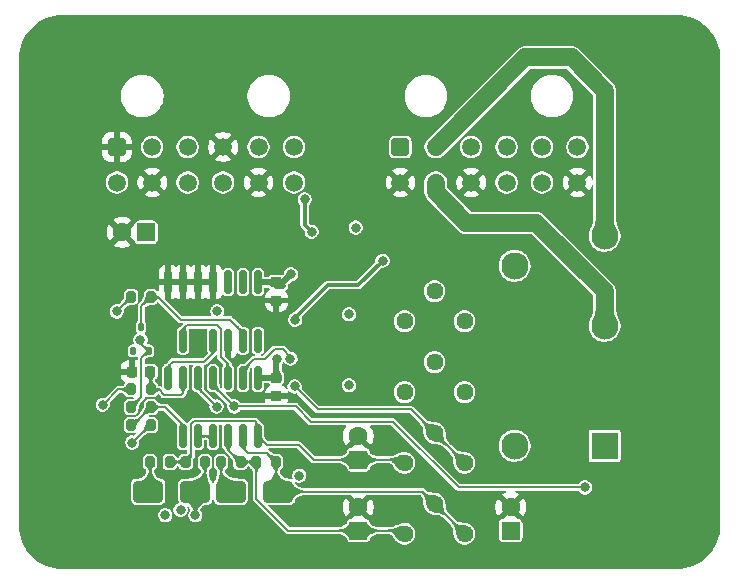
<source format=gbl>
%TF.GenerationSoftware,KiCad,Pcbnew,9.0.4*%
%TF.CreationDate,2026-01-27T00:07:53+00:00*%
%TF.ProjectId,BSPD,42535044-2e6b-4696-9361-645f70636258,1.3.0*%
%TF.SameCoordinates,Original*%
%TF.FileFunction,Copper,L4,Bot*%
%TF.FilePolarity,Positive*%
%FSLAX46Y46*%
G04 Gerber Fmt 4.6, Leading zero omitted, Abs format (unit mm)*
G04 Created by KiCad (PCBNEW 9.0.4) date 2026-01-27 00:07:53*
%MOMM*%
%LPD*%
G01*
G04 APERTURE LIST*
G04 Aperture macros list*
%AMRoundRect*
0 Rectangle with rounded corners*
0 $1 Rounding radius*
0 $2 $3 $4 $5 $6 $7 $8 $9 X,Y pos of 4 corners*
0 Add a 4 corners polygon primitive as box body*
4,1,4,$2,$3,$4,$5,$6,$7,$8,$9,$2,$3,0*
0 Add four circle primitives for the rounded corners*
1,1,$1+$1,$2,$3*
1,1,$1+$1,$4,$5*
1,1,$1+$1,$6,$7*
1,1,$1+$1,$8,$9*
0 Add four rect primitives between the rounded corners*
20,1,$1+$1,$2,$3,$4,$5,0*
20,1,$1+$1,$4,$5,$6,$7,0*
20,1,$1+$1,$6,$7,$8,$9,0*
20,1,$1+$1,$8,$9,$2,$3,0*%
G04 Aperture macros list end*
%TA.AperFunction,ComponentPad*%
%ADD10RoundRect,0.250001X-0.499999X-0.499999X0.499999X-0.499999X0.499999X0.499999X-0.499999X0.499999X0*%
%TD*%
%TA.AperFunction,ComponentPad*%
%ADD11C,1.500000*%
%TD*%
%TA.AperFunction,ComponentPad*%
%ADD12C,5.600000*%
%TD*%
%TA.AperFunction,ComponentPad*%
%ADD13RoundRect,0.250000X0.550000X-0.550000X0.550000X0.550000X-0.550000X0.550000X-0.550000X-0.550000X0*%
%TD*%
%TA.AperFunction,ComponentPad*%
%ADD14C,1.600000*%
%TD*%
%TA.AperFunction,ComponentPad*%
%ADD15C,1.440000*%
%TD*%
%TA.AperFunction,ComponentPad*%
%ADD16R,2.300000X2.300000*%
%TD*%
%TA.AperFunction,ComponentPad*%
%ADD17C,2.300000*%
%TD*%
%TA.AperFunction,ComponentPad*%
%ADD18RoundRect,0.250000X0.550000X0.550000X-0.550000X0.550000X-0.550000X-0.550000X0.550000X-0.550000X0*%
%TD*%
%TA.AperFunction,SMDPad,CuDef*%
%ADD19RoundRect,0.200000X0.200000X0.275000X-0.200000X0.275000X-0.200000X-0.275000X0.200000X-0.275000X0*%
%TD*%
%TA.AperFunction,SMDPad,CuDef*%
%ADD20RoundRect,0.150000X0.150000X-0.825000X0.150000X0.825000X-0.150000X0.825000X-0.150000X-0.825000X0*%
%TD*%
%TA.AperFunction,SMDPad,CuDef*%
%ADD21RoundRect,0.200000X-0.200000X-0.275000X0.200000X-0.275000X0.200000X0.275000X-0.200000X0.275000X0*%
%TD*%
%TA.AperFunction,SMDPad,CuDef*%
%ADD22RoundRect,0.225000X0.225000X0.250000X-0.225000X0.250000X-0.225000X-0.250000X0.225000X-0.250000X0*%
%TD*%
%TA.AperFunction,SMDPad,CuDef*%
%ADD23RoundRect,0.225000X-0.250000X0.225000X-0.250000X-0.225000X0.250000X-0.225000X0.250000X0.225000X0*%
%TD*%
%TA.AperFunction,SMDPad,CuDef*%
%ADD24RoundRect,0.250000X1.000000X0.650000X-1.000000X0.650000X-1.000000X-0.650000X1.000000X-0.650000X0*%
%TD*%
%TA.AperFunction,SMDPad,CuDef*%
%ADD25RoundRect,0.112500X0.112500X0.237500X-0.112500X0.237500X-0.112500X-0.237500X0.112500X-0.237500X0*%
%TD*%
%TA.AperFunction,ViaPad*%
%ADD26C,0.800000*%
%TD*%
%TA.AperFunction,Conductor*%
%ADD27C,0.500000*%
%TD*%
%TA.AperFunction,Conductor*%
%ADD28C,0.200000*%
%TD*%
%TA.AperFunction,Conductor*%
%ADD29C,0.300000*%
%TD*%
%TA.AperFunction,Conductor*%
%ADD30C,1.500000*%
%TD*%
G04 APERTURE END LIST*
D10*
X145100000Y-68485000D03*
D11*
X148100000Y-68485000D03*
X151100000Y-68485000D03*
X154100000Y-68485000D03*
X157100000Y-68485000D03*
X160100000Y-68485000D03*
X145100000Y-71485000D03*
X148100000Y-71485000D03*
X151100000Y-71485000D03*
X154100000Y-71485000D03*
X157100000Y-71485000D03*
X160100000Y-71485000D03*
D12*
X140500000Y-100500000D03*
D13*
X165550000Y-94955113D03*
D14*
X165550000Y-92955113D03*
D12*
X192500000Y-61500000D03*
D15*
X169460000Y-101230000D03*
X172000000Y-98690000D03*
X174540000Y-101230000D03*
D12*
X140500000Y-74500000D03*
D16*
X186400000Y-93775000D03*
D17*
X186400000Y-83615000D03*
X186400000Y-75995000D03*
X178780000Y-78535000D03*
X178780000Y-93775000D03*
D10*
X169100000Y-68485000D03*
D11*
X172100000Y-68485000D03*
X175100000Y-68485000D03*
X178100000Y-68485000D03*
X181100000Y-68485000D03*
X184100000Y-68485000D03*
X169100000Y-71485000D03*
X172100000Y-71485000D03*
X175100000Y-71485000D03*
X178100000Y-71485000D03*
X181100000Y-71485000D03*
X184100000Y-71485000D03*
D15*
X169460000Y-95230000D03*
X172000000Y-92690000D03*
X174540000Y-95230000D03*
X169460000Y-89230000D03*
X172000000Y-86690000D03*
X174540000Y-89230000D03*
X169460000Y-83230000D03*
X172000000Y-80690000D03*
X174540000Y-83230000D03*
D13*
X165550000Y-100955112D03*
D14*
X165550000Y-98955112D03*
D12*
X192500000Y-100500000D03*
D13*
X178450000Y-100955113D03*
D14*
X178450000Y-98955113D03*
D18*
X147555112Y-75700000D03*
D14*
X145555112Y-75700000D03*
D19*
X147977940Y-81150000D03*
X146327940Y-81150000D03*
X147977940Y-90500000D03*
X146327940Y-90500000D03*
D20*
X157062940Y-92975000D03*
X155792940Y-92975000D03*
X154522940Y-92975000D03*
X153252940Y-92975000D03*
X151982940Y-92975000D03*
X150712940Y-92975000D03*
X149442940Y-92975000D03*
X149442940Y-88025000D03*
X150712940Y-88025000D03*
X151982940Y-88025000D03*
X153252940Y-88025000D03*
X154522940Y-88025000D03*
X155792940Y-88025000D03*
X157062940Y-88025000D03*
X157062940Y-84875000D03*
X155792940Y-84875000D03*
X154522940Y-84875000D03*
X153252940Y-84875000D03*
X151982940Y-84875000D03*
X150712940Y-84875000D03*
X149442940Y-84875000D03*
X149442940Y-79925000D03*
X150712940Y-79925000D03*
X151982940Y-79925000D03*
X153252940Y-79925000D03*
X154522940Y-79925000D03*
X155792940Y-79925000D03*
X157062940Y-79925000D03*
D21*
X146327940Y-92000000D03*
X147977940Y-92000000D03*
D22*
X147927940Y-87500000D03*
X146377940Y-87500000D03*
D23*
X158602940Y-79925000D03*
X158602940Y-81475000D03*
D21*
X147925000Y-95150000D03*
X149575000Y-95150000D03*
D19*
X158575000Y-95150000D03*
X156925000Y-95150000D03*
D24*
X158750000Y-97650000D03*
X154750000Y-97650000D03*
D21*
X153925000Y-95150000D03*
X155575000Y-95150000D03*
D23*
X158602940Y-88025000D03*
X158602940Y-89575000D03*
D19*
X152575000Y-95150000D03*
X150925000Y-95150000D03*
D21*
X146327940Y-89000000D03*
X147977940Y-89000000D03*
D25*
X147802940Y-85750000D03*
X146502940Y-85750000D03*
X147152940Y-83750000D03*
D24*
X151750000Y-97650000D03*
X147750000Y-97650000D03*
D26*
X165325000Y-75300000D03*
X143900000Y-90300000D03*
X159850000Y-79250000D03*
X158650000Y-86400000D03*
X149200000Y-99650000D03*
X153600000Y-82400000D03*
X164750000Y-82650000D03*
X160550000Y-96300000D03*
X164750000Y-88650000D03*
X169030000Y-73770000D03*
X178430000Y-96590000D03*
X182530000Y-87520000D03*
X162700000Y-93700000D03*
X154150000Y-65790000D03*
X148350000Y-83150000D03*
X164630000Y-78280000D03*
X190090000Y-67870000D03*
X142690000Y-86080000D03*
X164750000Y-81350000D03*
X155600000Y-75380000D03*
X173530000Y-71020000D03*
X148800000Y-86390000D03*
X143920000Y-92060000D03*
X164750000Y-87350000D03*
X146490000Y-70340000D03*
X167850000Y-73800000D03*
X158930000Y-70150000D03*
X167600000Y-78100000D03*
X160200000Y-83110000D03*
X155044669Y-90444669D03*
X184750000Y-97300000D03*
X147100000Y-84800000D03*
X145100000Y-82400000D03*
X160150000Y-88750000D03*
X151750000Y-99650000D03*
X161600000Y-75650000D03*
X161000000Y-72900000D03*
X146400000Y-93500000D03*
X153543669Y-90450000D03*
X150500000Y-99200000D03*
X159800000Y-86400000D03*
D27*
X158602940Y-79925000D02*
X157062940Y-79925000D01*
X158602940Y-88025000D02*
X158602940Y-86447060D01*
X158602940Y-80225000D02*
X159175000Y-80225000D01*
X158602940Y-86447060D02*
X158650000Y-86400000D01*
D28*
X145200000Y-89000000D02*
X143900000Y-90300000D01*
D27*
X157062940Y-88025000D02*
X158602940Y-88025000D01*
D28*
X146327940Y-89000000D02*
X145200000Y-89000000D01*
D27*
X159175000Y-79925000D02*
X159850000Y-79250000D01*
D29*
X162950000Y-80150000D02*
X165550000Y-80150000D01*
X165550000Y-80150000D02*
X167600000Y-78100000D01*
X160200000Y-83110000D02*
X160200000Y-82750000D01*
X160350000Y-82750000D02*
X162950000Y-80150000D01*
D28*
X147176940Y-89651000D02*
X146327940Y-90500000D01*
X147176940Y-86376000D02*
X147176940Y-89651000D01*
X160244669Y-90444669D02*
X161550000Y-91750000D01*
X153252940Y-88652940D02*
X153252940Y-88025000D01*
X155044669Y-90444669D02*
X160244669Y-90444669D01*
X168500000Y-91750000D02*
X174050000Y-97300000D01*
X147802940Y-85750000D02*
X147176940Y-86376000D01*
X174050000Y-97300000D02*
X184750000Y-97300000D01*
X147100000Y-85047060D02*
X147802940Y-85750000D01*
X155044669Y-90444669D02*
X153252940Y-88652940D01*
X161550000Y-91750000D02*
X168500000Y-91750000D01*
X154700000Y-83100000D02*
X155792940Y-84192940D01*
X148600000Y-81150000D02*
X150550000Y-83100000D01*
X147152940Y-83750000D02*
X147152940Y-81975000D01*
X147977940Y-81150000D02*
X148600000Y-81150000D01*
X150550000Y-83100000D02*
X154700000Y-83100000D01*
X155792940Y-84192940D02*
X155792940Y-85175000D01*
X147152940Y-81975000D02*
X147977940Y-81150000D01*
X145100000Y-82377940D02*
X146327940Y-81150000D01*
X145100000Y-82400000D02*
X145100000Y-82377940D01*
X162100000Y-90700000D02*
X170010000Y-90700000D01*
X152575000Y-96825000D02*
X151750000Y-97650000D01*
X151750000Y-97650000D02*
X151750000Y-99650000D01*
X152575000Y-95150000D02*
X152575000Y-96825000D01*
X170010000Y-90700000D02*
X172000000Y-92690000D01*
X160150000Y-88750000D02*
X162100000Y-90700000D01*
X174540000Y-95230000D02*
X172000000Y-92690000D01*
D29*
X161600000Y-75650000D02*
X161000000Y-75050000D01*
X161000000Y-75050000D02*
X161000000Y-72900000D01*
D30*
X183600000Y-60900000D02*
X179685000Y-60900000D01*
X186400000Y-63700000D02*
X183600000Y-60900000D01*
X179685000Y-60900000D02*
X172100000Y-68485000D01*
X186400000Y-75995000D02*
X186400000Y-63700000D01*
X180600000Y-74900000D02*
X186400000Y-80700000D01*
X186400000Y-80700000D02*
X186400000Y-83615000D01*
X172100000Y-72300000D02*
X174700000Y-74900000D01*
X174700000Y-74900000D02*
X180600000Y-74900000D01*
X172100000Y-71485000D02*
X172100000Y-72300000D01*
D28*
X147977940Y-90500000D02*
X149212939Y-90500000D01*
X150712940Y-92000001D02*
X150712940Y-92975000D01*
X147977940Y-90500000D02*
X146477940Y-92000000D01*
X146477940Y-92000000D02*
X146327940Y-92000000D01*
X149212939Y-90500000D02*
X150712940Y-92000001D01*
X149842941Y-86650000D02*
X152500000Y-86650000D01*
X152500000Y-86650000D02*
X153252940Y-85897060D01*
X153252940Y-85897060D02*
X153252940Y-85175000D01*
X149442940Y-87050001D02*
X149842941Y-86650000D01*
X149442940Y-88025000D02*
X149442940Y-87050001D01*
X150712940Y-83900001D02*
X151062941Y-83550000D01*
X153921940Y-83927032D02*
X153921940Y-86271940D01*
X151062941Y-83550000D02*
X153544908Y-83550000D01*
X150712940Y-84875000D02*
X150712940Y-83900001D01*
X154522940Y-86872940D02*
X154522940Y-88025000D01*
X153921940Y-86271940D02*
X154522940Y-86872940D01*
X153544908Y-83550000D02*
X153921940Y-83927032D01*
X147900000Y-92000000D02*
X147977940Y-92000000D01*
X146400000Y-93500000D02*
X147900000Y-92000000D01*
X147925000Y-95150000D02*
X147925000Y-97475000D01*
X147925000Y-97475000D02*
X147750000Y-97650000D01*
X153252940Y-92975000D02*
X151982940Y-92975000D01*
X147977940Y-87550000D02*
X147927940Y-87500000D01*
X150712940Y-89287060D02*
X150550000Y-89450000D01*
X150550000Y-89450000D02*
X149100000Y-89450000D01*
X150712940Y-88025000D02*
X150712940Y-89287060D01*
X148650000Y-89000000D02*
X147977940Y-89000000D01*
X147977940Y-89000000D02*
X147977940Y-87550000D01*
X149100000Y-89450000D02*
X148650000Y-89000000D01*
X153925000Y-96825000D02*
X154750000Y-97650000D01*
X153925000Y-95150000D02*
X153925000Y-96825000D01*
X159618952Y-100955112D02*
X165550000Y-100955112D01*
X154522940Y-92975000D02*
X154522940Y-94097940D01*
X156925000Y-98261160D02*
X159618952Y-100955112D01*
X169185112Y-100955112D02*
X169460000Y-101230000D01*
X154522940Y-94097940D02*
X155575000Y-95150000D01*
X155575000Y-95150000D02*
X156925000Y-95150000D01*
X156925000Y-95150000D02*
X156925000Y-98261160D01*
X165550000Y-100955112D02*
X169185112Y-100955112D01*
X151982940Y-88025000D02*
X151982940Y-88889271D01*
X151982940Y-88889271D02*
X153543669Y-90450000D01*
X151641972Y-91699000D02*
X151381940Y-91959032D01*
X169185113Y-94955113D02*
X169460000Y-95230000D01*
X165550000Y-94955113D02*
X169185113Y-94955113D01*
X149575000Y-95150000D02*
X150925000Y-95150000D01*
X151381940Y-94693060D02*
X150925000Y-95150000D01*
X161755113Y-94955113D02*
X165550000Y-94955113D01*
X151381940Y-91959032D02*
X151381940Y-94693060D01*
X157062940Y-92975000D02*
X157787940Y-93700000D01*
X160500000Y-93700000D02*
X161755113Y-94955113D01*
X157062940Y-92975000D02*
X157062940Y-92000001D01*
X157787940Y-93700000D02*
X160500000Y-93700000D01*
X156761939Y-91699000D02*
X151641972Y-91699000D01*
X157062940Y-92000001D02*
X156761939Y-91699000D01*
X156216941Y-94374000D02*
X155792940Y-93949999D01*
X155792940Y-93949999D02*
X155792940Y-92975000D01*
X174540000Y-101230000D02*
X172000000Y-98690000D01*
X170960000Y-97650000D02*
X158750000Y-97650000D01*
X157799000Y-94374000D02*
X156216941Y-94374000D01*
X158575000Y-95150000D02*
X158575000Y-97475000D01*
X172000000Y-98690000D02*
X170960000Y-97650000D01*
X158575000Y-97475000D02*
X158750000Y-97650000D01*
X158575000Y-95150000D02*
X157799000Y-94374000D01*
X155792940Y-87380032D02*
X156721972Y-86451000D01*
X158458636Y-85600000D02*
X159150000Y-85600000D01*
X159800000Y-86250000D02*
X159800000Y-86400000D01*
X155792940Y-88025000D02*
X155792940Y-87380032D01*
X157607636Y-86451000D02*
X158458636Y-85600000D01*
X156721972Y-86451000D02*
X157607636Y-86451000D01*
X159150000Y-85600000D02*
X159800000Y-86250000D01*
%TA.AperFunction,Conductor*%
G36*
X164917247Y-97968806D02*
G01*
X165503554Y-98555112D01*
X165497339Y-98555112D01*
X165395606Y-98582371D01*
X165304394Y-98635032D01*
X165229920Y-98709506D01*
X165177259Y-98800718D01*
X165150000Y-98902451D01*
X165150000Y-98908665D01*
X164470524Y-98229189D01*
X164438140Y-98273763D01*
X164438138Y-98273766D01*
X164345246Y-98456078D01*
X164345242Y-98456086D01*
X164282011Y-98650690D01*
X164250000Y-98852798D01*
X164250000Y-99057425D01*
X164282011Y-99259533D01*
X164345242Y-99454137D01*
X164345246Y-99454145D01*
X164438140Y-99636462D01*
X164470523Y-99681033D01*
X165150000Y-99001557D01*
X165150000Y-99007773D01*
X165177259Y-99109506D01*
X165229920Y-99200718D01*
X165304394Y-99275192D01*
X165395606Y-99327853D01*
X165497339Y-99355112D01*
X165503553Y-99355112D01*
X164903695Y-99954968D01*
X164880144Y-99969766D01*
X164787121Y-100002317D01*
X164787116Y-100002319D01*
X164677850Y-100082962D01*
X164597207Y-100192228D01*
X164597207Y-100192229D01*
X164552353Y-100320413D01*
X164552352Y-100320420D01*
X164552044Y-100323704D01*
X164534595Y-100361467D01*
X164476441Y-100421185D01*
X164467377Y-100428872D01*
X164343244Y-100515304D01*
X164334248Y-100520515D01*
X164168803Y-100598747D01*
X164161439Y-100601673D01*
X164085464Y-100626414D01*
X164079537Y-100628027D01*
X164012121Y-100642855D01*
X164004154Y-100644075D01*
X163942736Y-100649460D01*
X163942726Y-100649461D01*
X163931469Y-100652480D01*
X163915284Y-100654612D01*
X159769311Y-100654612D01*
X159725117Y-100636306D01*
X157946005Y-98857194D01*
X157927699Y-98813000D01*
X157946005Y-98768806D01*
X157990199Y-98750500D01*
X159804262Y-98750500D01*
X159804266Y-98750500D01*
X159834699Y-98747646D01*
X159962882Y-98702793D01*
X160072150Y-98622150D01*
X160152793Y-98512882D01*
X160197646Y-98384699D01*
X160200500Y-98354266D01*
X160200500Y-98354255D01*
X160200564Y-98353573D01*
X160215916Y-98318066D01*
X160280057Y-98245345D01*
X160288447Y-98237441D01*
X160414565Y-98138940D01*
X160422960Y-98133411D01*
X160593702Y-98039751D01*
X160600378Y-98036589D01*
X160685279Y-98002389D01*
X160690367Y-98000590D01*
X160772872Y-97975396D01*
X160778737Y-97973913D01*
X160842569Y-97961044D01*
X160850044Y-97960004D01*
X160905141Y-97955720D01*
X160915677Y-97952978D01*
X160917462Y-97952514D01*
X160933200Y-97950500D01*
X164873053Y-97950500D01*
X164917247Y-97968806D01*
G37*
%TD.AperFunction*%
%TA.AperFunction,Conductor*%
G36*
X148612559Y-81591856D02*
G01*
X148628379Y-81603350D01*
X150309540Y-83284511D01*
X150365489Y-83340460D01*
X150434011Y-83380021D01*
X150457396Y-83386287D01*
X150510432Y-83400499D01*
X150510438Y-83400500D01*
X150633924Y-83400500D01*
X150653642Y-83408667D01*
X150674011Y-83415049D01*
X150675383Y-83417673D01*
X150678118Y-83418806D01*
X150686285Y-83438523D01*
X150696176Y-83457439D01*
X150695290Y-83460264D01*
X150696424Y-83463000D01*
X150681875Y-83503087D01*
X150668336Y-83519282D01*
X150664579Y-83523389D01*
X150528429Y-83659540D01*
X150528428Y-83659541D01*
X150496102Y-83691866D01*
X150465887Y-83707027D01*
X150466186Y-83707994D01*
X150461548Y-83709426D01*
X150461547Y-83709427D01*
X150393852Y-83742521D01*
X150356455Y-83760803D01*
X150273743Y-83843515D01*
X150222366Y-83948609D01*
X150212440Y-84016740D01*
X150212440Y-85733259D01*
X150222366Y-85801390D01*
X150222366Y-85801391D01*
X150222367Y-85801393D01*
X150273742Y-85906483D01*
X150356457Y-85989198D01*
X150461547Y-86040573D01*
X150529680Y-86050500D01*
X150529681Y-86050500D01*
X150896199Y-86050500D01*
X150896200Y-86050500D01*
X150964333Y-86040573D01*
X151069423Y-85989198D01*
X151152138Y-85906483D01*
X151203513Y-85801393D01*
X151213440Y-85733260D01*
X151213440Y-84079008D01*
X151214768Y-84072735D01*
X151215209Y-84066256D01*
X151213440Y-84026562D01*
X151213440Y-84016740D01*
X151203513Y-83948607D01*
X151199524Y-83940447D01*
X151196562Y-83892704D01*
X151228228Y-83856849D01*
X151255675Y-83850500D01*
X152710205Y-83850500D01*
X152754399Y-83868806D01*
X152772705Y-83913000D01*
X152766355Y-83940447D01*
X152762367Y-83948607D01*
X152752440Y-84016740D01*
X152752440Y-85671270D01*
X152751098Y-85677642D01*
X152750667Y-85684169D01*
X152752440Y-85721350D01*
X152752440Y-85733260D01*
X152762367Y-85801393D01*
X152795721Y-85869620D01*
X152798684Y-85917363D01*
X152783765Y-85941263D01*
X152393835Y-86331194D01*
X152349641Y-86349500D01*
X149803373Y-86349500D01*
X149726951Y-86369979D01*
X149726946Y-86369981D01*
X149695862Y-86387928D01*
X149695862Y-86387929D01*
X149658429Y-86409540D01*
X149443012Y-86624956D01*
X149440633Y-86627334D01*
X149418484Y-86645180D01*
X149396562Y-86671405D01*
X149394579Y-86673389D01*
X149258429Y-86809540D01*
X149258428Y-86809541D01*
X149226102Y-86841866D01*
X149195887Y-86857027D01*
X149196186Y-86857994D01*
X149191548Y-86859426D01*
X149191547Y-86859427D01*
X149128072Y-86890458D01*
X149086455Y-86910803D01*
X149003743Y-86993515D01*
X148952366Y-87098609D01*
X148942440Y-87166740D01*
X148942440Y-88716581D01*
X148924134Y-88760775D01*
X148879940Y-88779081D01*
X148838010Y-88761713D01*
X148837763Y-88762036D01*
X148836557Y-88761111D01*
X148835746Y-88760775D01*
X148834515Y-88759544D01*
X148834511Y-88759540D01*
X148815770Y-88748720D01*
X148815768Y-88748718D01*
X148781723Y-88729063D01*
X148765989Y-88719979D01*
X148765986Y-88719978D01*
X148689567Y-88699500D01*
X148689562Y-88699500D01*
X148655206Y-88699500D01*
X148611819Y-88681987D01*
X148590724Y-88661642D01*
X148583693Y-88653591D01*
X148580789Y-88649627D01*
X148577873Y-88645646D01*
X148566562Y-88618490D01*
X148563586Y-88599696D01*
X148505990Y-88486658D01*
X148416282Y-88396950D01*
X148416278Y-88396946D01*
X148373074Y-88374932D01*
X148346028Y-88348137D01*
X148344327Y-88344874D01*
X148328989Y-88315451D01*
X148324292Y-88303644D01*
X148316049Y-88274614D01*
X148315796Y-88241395D01*
X148320788Y-88222733D01*
X148322875Y-88216334D01*
X148350570Y-88144745D01*
X148380485Y-88111609D01*
X148406160Y-88098528D01*
X148501468Y-88003220D01*
X148562659Y-87883126D01*
X148578440Y-87783488D01*
X148578440Y-87216512D01*
X148578399Y-87216256D01*
X148562660Y-87116879D01*
X148562659Y-87116877D01*
X148562659Y-87116874D01*
X148562657Y-87116871D01*
X148562657Y-87116869D01*
X148501468Y-86996780D01*
X148406159Y-86901471D01*
X148286070Y-86840282D01*
X148286060Y-86840279D01*
X148186441Y-86824501D01*
X148186429Y-86824500D01*
X148186428Y-86824500D01*
X147669452Y-86824500D01*
X147669450Y-86824500D01*
X147669438Y-86824501D01*
X147569818Y-86840279D01*
X147569811Y-86840282D01*
X147568310Y-86841047D01*
X147567185Y-86841135D01*
X147565137Y-86841801D01*
X147564977Y-86841309D01*
X147520622Y-86844797D01*
X147484250Y-86813727D01*
X147477440Y-86785357D01*
X147477440Y-86526358D01*
X147495745Y-86482165D01*
X147607749Y-86370160D01*
X147613432Y-86365130D01*
X147617347Y-86362067D01*
X147630346Y-86354885D01*
X147678192Y-86314484D01*
X147679111Y-86313766D01*
X147688375Y-86311192D01*
X147717613Y-86300499D01*
X147952110Y-86300499D01*
X147952118Y-86300499D01*
X147997700Y-86294499D01*
X148097739Y-86247850D01*
X148175790Y-86169799D01*
X148222439Y-86069760D01*
X148228440Y-86024179D01*
X148228439Y-85475822D01*
X148222439Y-85430240D01*
X148175790Y-85330201D01*
X148175788Y-85330199D01*
X148175788Y-85330198D01*
X148097741Y-85252151D01*
X147997699Y-85205500D01*
X147952124Y-85199500D01*
X147952119Y-85199500D01*
X147717634Y-85199500D01*
X147684980Y-85190291D01*
X147676381Y-85185022D01*
X147667507Y-85178438D01*
X147644379Y-85157872D01*
X147623519Y-85114824D01*
X147631784Y-85079920D01*
X147659577Y-85031784D01*
X147700500Y-84879057D01*
X147700500Y-84720943D01*
X147659577Y-84568216D01*
X147580520Y-84431284D01*
X147468716Y-84319480D01*
X147466607Y-84317371D01*
X147448301Y-84273177D01*
X147466607Y-84228983D01*
X147525788Y-84169801D01*
X147525790Y-84169799D01*
X147572439Y-84069760D01*
X147578440Y-84024179D01*
X147578439Y-83475822D01*
X147572439Y-83430240D01*
X147525790Y-83330201D01*
X147525788Y-83330199D01*
X147525788Y-83330198D01*
X147483245Y-83287655D01*
X147466130Y-83255606D01*
X147465119Y-83250500D01*
X147461877Y-83234133D01*
X147460747Y-83224682D01*
X147458731Y-83177436D01*
X147455062Y-83161646D01*
X147453440Y-83147500D01*
X147453440Y-82125359D01*
X147471744Y-82081166D01*
X147508688Y-82044222D01*
X147524623Y-82032672D01*
X147529396Y-82030253D01*
X147637997Y-81945001D01*
X147645214Y-81940112D01*
X147711229Y-81901836D01*
X147716694Y-81899018D01*
X147794923Y-81863444D01*
X147801083Y-81861029D01*
X147866663Y-81839271D01*
X147874078Y-81837308D01*
X147921829Y-81827770D01*
X147927136Y-81826710D01*
X147939378Y-81825499D01*
X148014453Y-81825499D01*
X148021095Y-81825852D01*
X148030974Y-81826909D01*
X148061049Y-81827908D01*
X148064466Y-81827771D01*
X148083038Y-81826180D01*
X148083039Y-81826179D01*
X148087247Y-81825819D01*
X148087273Y-81826131D01*
X148092992Y-81825499D01*
X148209455Y-81825499D01*
X148209458Y-81825499D01*
X148303244Y-81810646D01*
X148416282Y-81753050D01*
X148505990Y-81663342D01*
X148528497Y-81619170D01*
X148564871Y-81588103D01*
X148612559Y-81591856D01*
G37*
%TD.AperFunction*%
%TA.AperFunction,Conductor*%
G36*
X192501526Y-57300574D02*
G01*
X192859549Y-57318163D01*
X192865644Y-57318763D01*
X193218709Y-57371135D01*
X193224716Y-57372331D01*
X193570942Y-57459056D01*
X193576792Y-57460831D01*
X193912856Y-57581077D01*
X193918503Y-57583416D01*
X194241164Y-57736023D01*
X194246555Y-57738904D01*
X194552706Y-57922404D01*
X194557794Y-57925804D01*
X194598292Y-57955839D01*
X194844466Y-58138415D01*
X194849207Y-58142305D01*
X195113666Y-58381995D01*
X195118004Y-58386333D01*
X195357694Y-58650792D01*
X195361584Y-58655533D01*
X195574191Y-58942199D01*
X195577599Y-58947299D01*
X195761090Y-59253435D01*
X195763981Y-59258844D01*
X195916579Y-59581487D01*
X195918926Y-59587153D01*
X196039165Y-59923197D01*
X196040946Y-59929067D01*
X196127667Y-60275279D01*
X196128864Y-60281294D01*
X196181235Y-60634350D01*
X196181836Y-60640454D01*
X196199425Y-60998473D01*
X196199500Y-61001540D01*
X196199500Y-100498459D01*
X196199425Y-100501526D01*
X196181836Y-100859545D01*
X196181235Y-100865649D01*
X196128864Y-101218705D01*
X196127667Y-101224720D01*
X196040946Y-101570932D01*
X196039165Y-101576802D01*
X195918926Y-101912846D01*
X195916579Y-101918512D01*
X195763981Y-102241155D01*
X195761090Y-102246564D01*
X195577599Y-102552700D01*
X195574191Y-102557800D01*
X195361584Y-102844466D01*
X195357694Y-102849207D01*
X195118004Y-103113666D01*
X195113666Y-103118004D01*
X194849207Y-103357694D01*
X194844466Y-103361584D01*
X194557800Y-103574191D01*
X194552700Y-103577599D01*
X194246564Y-103761090D01*
X194241155Y-103763981D01*
X193918512Y-103916579D01*
X193912846Y-103918926D01*
X193576802Y-104039165D01*
X193570932Y-104040946D01*
X193224720Y-104127667D01*
X193218705Y-104128864D01*
X192865649Y-104181235D01*
X192859545Y-104181836D01*
X192501527Y-104199425D01*
X192498460Y-104199500D01*
X140501540Y-104199500D01*
X140498473Y-104199425D01*
X140140454Y-104181836D01*
X140134350Y-104181235D01*
X139781294Y-104128864D01*
X139775279Y-104127667D01*
X139429067Y-104040946D01*
X139423197Y-104039165D01*
X139087153Y-103918926D01*
X139081487Y-103916579D01*
X138758844Y-103763981D01*
X138753435Y-103761090D01*
X138447299Y-103577599D01*
X138442199Y-103574191D01*
X138155533Y-103361584D01*
X138150792Y-103357694D01*
X137886333Y-103118004D01*
X137881995Y-103113666D01*
X137642305Y-102849207D01*
X137638415Y-102844466D01*
X137425808Y-102557800D01*
X137422400Y-102552700D01*
X137238904Y-102246555D01*
X137236023Y-102241164D01*
X137083416Y-101918503D01*
X137081077Y-101912856D01*
X136960831Y-101576792D01*
X136959056Y-101570942D01*
X136872331Y-101224716D01*
X136871135Y-101218705D01*
X136865098Y-101178009D01*
X136818763Y-100865644D01*
X136818163Y-100859545D01*
X136810267Y-100698824D01*
X136800575Y-100501526D01*
X136800500Y-100498459D01*
X136800500Y-99570944D01*
X148599500Y-99570944D01*
X148599500Y-99729055D01*
X148599501Y-99729063D01*
X148640421Y-99881780D01*
X148640422Y-99881783D01*
X148640423Y-99881784D01*
X148719480Y-100018716D01*
X148831284Y-100130520D01*
X148968216Y-100209577D01*
X148968219Y-100209578D01*
X148993489Y-100216349D01*
X149120943Y-100250500D01*
X149120944Y-100250500D01*
X149279056Y-100250500D01*
X149279057Y-100250500D01*
X149431784Y-100209577D01*
X149568716Y-100130520D01*
X149680520Y-100018716D01*
X149759577Y-99881784D01*
X149800500Y-99729057D01*
X149800500Y-99570943D01*
X149776140Y-99480029D01*
X149759578Y-99418219D01*
X149759577Y-99418216D01*
X149740553Y-99385265D01*
X149680520Y-99281284D01*
X149568716Y-99169480D01*
X149484648Y-99120944D01*
X149899500Y-99120944D01*
X149899500Y-99279055D01*
X149899501Y-99279063D01*
X149940421Y-99431780D01*
X149940422Y-99431783D01*
X149963909Y-99472464D01*
X150019480Y-99568716D01*
X150131284Y-99680520D01*
X150268216Y-99759577D01*
X150268219Y-99759578D01*
X150361681Y-99784621D01*
X150420943Y-99800500D01*
X150420944Y-99800500D01*
X150579056Y-99800500D01*
X150579057Y-99800500D01*
X150731784Y-99759577D01*
X150868716Y-99680520D01*
X150980520Y-99568716D01*
X151059577Y-99431784D01*
X151100500Y-99279057D01*
X151100500Y-99120943D01*
X151062025Y-98977352D01*
X151068268Y-98929926D01*
X151106219Y-98900806D01*
X151153645Y-98907049D01*
X151167663Y-98918083D01*
X151239398Y-98993451D01*
X151246129Y-99001873D01*
X151338793Y-99140934D01*
X151348066Y-99187862D01*
X151330977Y-99219785D01*
X151269480Y-99281283D01*
X151194101Y-99411844D01*
X151194100Y-99411847D01*
X151190423Y-99418216D01*
X151173872Y-99479984D01*
X151173859Y-99480029D01*
X151149501Y-99570936D01*
X151149500Y-99570944D01*
X151149500Y-99729055D01*
X151149501Y-99729063D01*
X151190421Y-99881780D01*
X151190422Y-99881783D01*
X151190423Y-99881784D01*
X151269480Y-100018716D01*
X151381284Y-100130520D01*
X151518216Y-100209577D01*
X151518219Y-100209578D01*
X151543489Y-100216349D01*
X151670943Y-100250500D01*
X151670944Y-100250500D01*
X151829056Y-100250500D01*
X151829057Y-100250500D01*
X151981784Y-100209577D01*
X152118716Y-100130520D01*
X152230520Y-100018716D01*
X152309577Y-99881784D01*
X152350500Y-99729057D01*
X152350500Y-99570943D01*
X152326140Y-99480029D01*
X152309578Y-99418219D01*
X152309577Y-99418216D01*
X152290553Y-99385265D01*
X152230520Y-99281284D01*
X152168685Y-99219449D01*
X152162921Y-99205535D01*
X152153254Y-99193991D01*
X152154113Y-99184271D01*
X152150379Y-99175255D01*
X152157468Y-99146345D01*
X152165241Y-99131446D01*
X152168010Y-99126670D01*
X152218274Y-99048208D01*
X152221524Y-99043608D01*
X152275705Y-98973865D01*
X152279623Y-98969299D01*
X152338851Y-98906719D01*
X152343568Y-98902231D01*
X152397347Y-98856170D01*
X152402988Y-98851871D01*
X152458016Y-98814700D01*
X152464670Y-98810784D01*
X152509810Y-98787845D01*
X152517420Y-98784593D01*
X152554166Y-98771699D01*
X152566421Y-98768749D01*
X152654308Y-98756804D01*
X152665916Y-98753245D01*
X152684236Y-98750500D01*
X152804262Y-98750500D01*
X152804266Y-98750500D01*
X152834699Y-98747646D01*
X152962882Y-98702793D01*
X153072150Y-98622150D01*
X153152793Y-98512882D01*
X153191007Y-98403671D01*
X153222882Y-98368003D01*
X153270642Y-98365321D01*
X153306311Y-98397196D01*
X153308992Y-98403670D01*
X153327331Y-98456079D01*
X153347207Y-98512882D01*
X153347207Y-98512883D01*
X153378374Y-98555112D01*
X153427850Y-98622150D01*
X153537118Y-98702793D01*
X153665301Y-98747646D01*
X153695734Y-98750500D01*
X153695738Y-98750500D01*
X155804262Y-98750500D01*
X155804266Y-98750500D01*
X155834699Y-98747646D01*
X155962882Y-98702793D01*
X156072150Y-98622150D01*
X156152793Y-98512882D01*
X156197646Y-98384699D01*
X156200500Y-98354266D01*
X156200500Y-96945734D01*
X156197646Y-96915301D01*
X156152793Y-96787118D01*
X156147923Y-96780520D01*
X156118329Y-96740421D01*
X156072150Y-96677850D01*
X155962882Y-96597207D01*
X155904931Y-96576929D01*
X155834701Y-96552354D01*
X155834696Y-96552353D01*
X155814699Y-96550478D01*
X155804266Y-96549500D01*
X155804262Y-96549500D01*
X155353738Y-96549500D01*
X155336669Y-96547124D01*
X155324249Y-96543598D01*
X155324247Y-96543597D01*
X155127636Y-96527787D01*
X155117929Y-96526231D01*
X154922265Y-96478824D01*
X154913062Y-96475823D01*
X154779421Y-96420461D01*
X154723889Y-96397456D01*
X154715160Y-96393009D01*
X154539670Y-96285495D01*
X154533340Y-96281056D01*
X154463797Y-96225570D01*
X154459656Y-96221957D01*
X154396000Y-96161284D01*
X154391954Y-96157047D01*
X154388916Y-96153551D01*
X154340534Y-96097867D01*
X154336567Y-96092796D01*
X154330884Y-96084705D01*
X154296260Y-96035406D01*
X154292528Y-96029393D01*
X154265734Y-95980220D01*
X154262397Y-95973052D01*
X154252528Y-95947782D01*
X154250914Y-95906987D01*
X154265043Y-95860182D01*
X154267604Y-95853227D01*
X154287558Y-95807590D01*
X154316447Y-95776943D01*
X154363342Y-95753050D01*
X154453050Y-95663342D01*
X154510646Y-95550304D01*
X154518951Y-95497869D01*
X154525498Y-95456532D01*
X154525498Y-95456531D01*
X154525500Y-95456519D01*
X154525499Y-94843482D01*
X154510646Y-94749696D01*
X154453050Y-94636658D01*
X154363342Y-94546950D01*
X154342911Y-94536540D01*
X154250305Y-94489354D01*
X154250298Y-94489352D01*
X154156532Y-94474501D01*
X154156520Y-94474500D01*
X154156519Y-94474500D01*
X154156516Y-94474500D01*
X153693485Y-94474500D01*
X153693480Y-94474501D01*
X153599695Y-94489354D01*
X153599694Y-94489354D01*
X153486657Y-94546950D01*
X153396950Y-94636657D01*
X153339354Y-94749694D01*
X153339352Y-94749701D01*
X153324501Y-94843467D01*
X153324500Y-94843483D01*
X153324500Y-95456514D01*
X153324501Y-95456519D01*
X153339354Y-95550304D01*
X153339354Y-95550305D01*
X153374022Y-95618344D01*
X153396950Y-95663342D01*
X153486658Y-95753050D01*
X153529862Y-95775063D01*
X153556909Y-95801859D01*
X153573944Y-95834536D01*
X153578647Y-95846358D01*
X153607962Y-95949612D01*
X153610175Y-95971199D01*
X153600842Y-96099996D01*
X153600297Y-96104859D01*
X153574557Y-96274420D01*
X153573850Y-96278263D01*
X153536758Y-96449609D01*
X153535588Y-96454176D01*
X153501470Y-96569078D01*
X153499383Y-96574999D01*
X153476590Y-96630588D01*
X153455877Y-96657163D01*
X153427855Y-96677844D01*
X153427848Y-96677851D01*
X153347208Y-96787116D01*
X153347207Y-96787118D01*
X153308993Y-96896328D01*
X153277118Y-96931996D01*
X153229357Y-96934678D01*
X153193689Y-96902803D01*
X153191007Y-96896328D01*
X153152793Y-96787118D01*
X153072150Y-96677850D01*
X153072149Y-96677849D01*
X153072148Y-96677848D01*
X153046600Y-96658992D01*
X153025511Y-96631477D01*
X152988196Y-96536097D01*
X152985636Y-96527956D01*
X152929389Y-96294332D01*
X152928218Y-96288077D01*
X152888751Y-95995272D01*
X152888766Y-95978463D01*
X152889759Y-95971199D01*
X152895895Y-95926283D01*
X152897987Y-95916684D01*
X152914593Y-95861676D01*
X152915042Y-95860188D01*
X152917604Y-95853227D01*
X152937558Y-95807590D01*
X152966447Y-95776943D01*
X153013342Y-95753050D01*
X153103050Y-95663342D01*
X153160646Y-95550304D01*
X153168951Y-95497869D01*
X153175498Y-95456532D01*
X153175498Y-95456531D01*
X153175500Y-95456519D01*
X153175499Y-94843482D01*
X153160646Y-94749696D01*
X153103050Y-94636658D01*
X153013342Y-94546950D01*
X152992911Y-94536540D01*
X152900305Y-94489354D01*
X152900298Y-94489352D01*
X152806532Y-94474501D01*
X152806520Y-94474500D01*
X152806519Y-94474500D01*
X152806516Y-94474500D01*
X152343485Y-94474500D01*
X152343480Y-94474501D01*
X152249695Y-94489354D01*
X152249694Y-94489354D01*
X152136657Y-94546950D01*
X152046950Y-94636657D01*
X151989354Y-94749694D01*
X151989352Y-94749701D01*
X151974501Y-94843467D01*
X151974500Y-94843483D01*
X151974500Y-95456514D01*
X151974501Y-95456519D01*
X151989354Y-95550304D01*
X151989354Y-95550305D01*
X152024022Y-95618344D01*
X152046950Y-95663342D01*
X152136658Y-95753050D01*
X152179862Y-95775063D01*
X152206909Y-95801859D01*
X152223944Y-95834536D01*
X152228646Y-95846355D01*
X152245860Y-95906985D01*
X152246202Y-95908187D01*
X152243330Y-95950326D01*
X152220043Y-96003511D01*
X152217117Y-96010193D01*
X152210345Y-96021975D01*
X152132302Y-96128881D01*
X152124590Y-96137606D01*
X151995605Y-96258643D01*
X151989485Y-96263695D01*
X151915179Y-96317482D01*
X151910903Y-96320317D01*
X151823559Y-96373205D01*
X151819150Y-96375637D01*
X151725437Y-96422520D01*
X151720845Y-96424591D01*
X151708779Y-96429456D01*
X151646538Y-96454550D01*
X151646529Y-96454554D01*
X151626872Y-96462478D01*
X151620842Y-96464910D01*
X151616092Y-96466605D01*
X151515330Y-96498050D01*
X151510393Y-96499372D01*
X151405454Y-96522915D01*
X151400367Y-96523837D01*
X151298695Y-96537953D01*
X151293477Y-96538456D01*
X151182230Y-96544475D01*
X151160724Y-96548456D01*
X151149349Y-96549500D01*
X150695734Y-96549500D01*
X150686124Y-96550401D01*
X150665303Y-96552353D01*
X150665298Y-96552354D01*
X150537117Y-96597207D01*
X150537116Y-96597207D01*
X150427850Y-96677850D01*
X150347207Y-96787116D01*
X150347207Y-96787117D01*
X150302354Y-96915298D01*
X150302353Y-96915303D01*
X150299500Y-96945737D01*
X150299500Y-98354262D01*
X150302353Y-98384696D01*
X150302354Y-98384701D01*
X150347207Y-98512882D01*
X150347207Y-98512883D01*
X150358317Y-98527936D01*
X150369832Y-98574365D01*
X150345144Y-98615337D01*
X150324206Y-98625420D01*
X150268219Y-98640421D01*
X150268216Y-98640422D01*
X150171964Y-98695993D01*
X150131284Y-98719480D01*
X150131283Y-98719481D01*
X150131279Y-98719484D01*
X150019484Y-98831279D01*
X150019481Y-98831283D01*
X150019480Y-98831284D01*
X150005724Y-98855111D01*
X149940422Y-98968216D01*
X149940421Y-98968219D01*
X149899501Y-99120936D01*
X149899500Y-99120944D01*
X149484648Y-99120944D01*
X149464837Y-99109506D01*
X149431783Y-99090422D01*
X149431780Y-99090421D01*
X149279063Y-99049501D01*
X149279058Y-99049500D01*
X149279057Y-99049500D01*
X149120943Y-99049500D01*
X149120942Y-99049500D01*
X149120936Y-99049501D01*
X148968219Y-99090421D01*
X148968216Y-99090422D01*
X148871964Y-99145993D01*
X148831284Y-99169480D01*
X148831283Y-99169481D01*
X148831279Y-99169484D01*
X148719484Y-99281279D01*
X148719481Y-99281283D01*
X148640422Y-99418216D01*
X148640421Y-99418219D01*
X148599501Y-99570936D01*
X148599500Y-99570944D01*
X136800500Y-99570944D01*
X136800500Y-96945737D01*
X146299500Y-96945737D01*
X146299500Y-98354262D01*
X146302353Y-98384696D01*
X146302354Y-98384701D01*
X146347207Y-98512882D01*
X146347207Y-98512883D01*
X146378374Y-98555112D01*
X146427850Y-98622150D01*
X146537118Y-98702793D01*
X146665301Y-98747646D01*
X146695734Y-98750500D01*
X146695738Y-98750500D01*
X148804262Y-98750500D01*
X148804266Y-98750500D01*
X148834699Y-98747646D01*
X148962882Y-98702793D01*
X149072150Y-98622150D01*
X149152793Y-98512882D01*
X149197646Y-98384699D01*
X149200500Y-98354266D01*
X149200500Y-96945734D01*
X149197646Y-96915301D01*
X149152793Y-96787118D01*
X149147923Y-96780520D01*
X149118329Y-96740421D01*
X149072150Y-96677850D01*
X148962882Y-96597207D01*
X148904931Y-96576929D01*
X148834701Y-96552354D01*
X148834696Y-96552353D01*
X148814699Y-96550478D01*
X148804266Y-96549500D01*
X148804262Y-96549500D01*
X148776956Y-96549500D01*
X148765535Y-96548448D01*
X148760493Y-96547511D01*
X148748431Y-96543141D01*
X148685013Y-96533482D01*
X148684005Y-96533295D01*
X148683244Y-96532800D01*
X148669186Y-96528572D01*
X148608033Y-96500284D01*
X148595313Y-96492430D01*
X148559027Y-96463503D01*
X148515063Y-96428455D01*
X148506191Y-96419813D01*
X148505211Y-96418648D01*
X148414241Y-96310475D01*
X148408105Y-96301768D01*
X148404518Y-96295626D01*
X148320283Y-96151376D01*
X148315822Y-96142036D01*
X148305609Y-96115125D01*
X148252057Y-95974013D01*
X148249463Y-95965315D01*
X148246365Y-95951263D01*
X148245475Y-95929357D01*
X148245896Y-95926274D01*
X148247982Y-95916697D01*
X148265043Y-95860182D01*
X148267604Y-95853227D01*
X148287558Y-95807590D01*
X148316447Y-95776943D01*
X148363342Y-95753050D01*
X148453050Y-95663342D01*
X148510646Y-95550304D01*
X148518951Y-95497869D01*
X148525498Y-95456532D01*
X148525498Y-95456531D01*
X148525500Y-95456519D01*
X148525499Y-94843482D01*
X148510646Y-94749696D01*
X148453050Y-94636658D01*
X148363342Y-94546950D01*
X148342911Y-94536540D01*
X148250305Y-94489354D01*
X148250298Y-94489352D01*
X148156532Y-94474501D01*
X148156520Y-94474500D01*
X148156519Y-94474500D01*
X148156516Y-94474500D01*
X147693485Y-94474500D01*
X147693480Y-94474501D01*
X147599695Y-94489354D01*
X147599694Y-94489354D01*
X147486657Y-94546950D01*
X147396950Y-94636657D01*
X147339354Y-94749694D01*
X147339352Y-94749701D01*
X147324501Y-94843467D01*
X147324500Y-94843483D01*
X147324500Y-95456514D01*
X147324501Y-95456519D01*
X147339354Y-95550304D01*
X147339354Y-95550305D01*
X147374022Y-95618344D01*
X147396950Y-95663342D01*
X147486658Y-95753050D01*
X147529862Y-95775063D01*
X147556909Y-95801859D01*
X147573944Y-95834536D01*
X147578647Y-95846358D01*
X147598535Y-95916406D01*
X147596798Y-95955775D01*
X147554666Y-96066090D01*
X147550982Y-96074021D01*
X147513622Y-96141627D01*
X147510676Y-96146432D01*
X147461050Y-96219743D01*
X147457706Y-96224235D01*
X147401268Y-96293360D01*
X147397372Y-96297702D01*
X147334523Y-96361480D01*
X147330041Y-96365605D01*
X147268955Y-96416561D01*
X147263753Y-96420460D01*
X147199623Y-96463506D01*
X147193684Y-96467032D01*
X147136835Y-96496663D01*
X147130144Y-96499666D01*
X147072363Y-96521618D01*
X147064994Y-96523907D01*
X147015159Y-96536078D01*
X147007316Y-96537471D01*
X146914899Y-96547864D01*
X146912648Y-96549108D01*
X146905662Y-96549500D01*
X146695734Y-96549500D01*
X146686124Y-96550401D01*
X146665303Y-96552353D01*
X146665298Y-96552354D01*
X146537117Y-96597207D01*
X146537116Y-96597207D01*
X146427850Y-96677850D01*
X146347207Y-96787116D01*
X146347207Y-96787117D01*
X146302354Y-96915298D01*
X146302353Y-96915303D01*
X146299500Y-96945737D01*
X136800500Y-96945737D01*
X136800500Y-90220944D01*
X143299500Y-90220944D01*
X143299500Y-90379055D01*
X143299501Y-90379063D01*
X143340421Y-90531780D01*
X143340422Y-90531783D01*
X143340423Y-90531784D01*
X143419480Y-90668716D01*
X143531284Y-90780520D01*
X143668216Y-90859577D01*
X143668219Y-90859578D01*
X143728149Y-90875636D01*
X143820943Y-90900500D01*
X143820944Y-90900500D01*
X143979056Y-90900500D01*
X143979057Y-90900500D01*
X144131784Y-90859577D01*
X144268716Y-90780520D01*
X144380520Y-90668716D01*
X144459577Y-90531784D01*
X144500500Y-90379057D01*
X144500500Y-90220943D01*
X144500241Y-90219978D01*
X144493138Y-90193467D01*
X144489452Y-90179711D01*
X144495695Y-90132286D01*
X144505624Y-90119345D01*
X145306165Y-89318806D01*
X145350359Y-89300500D01*
X145483880Y-89300500D01*
X145494295Y-89301374D01*
X145499977Y-89302334D01*
X145506107Y-89304581D01*
X145600980Y-89319404D01*
X145601384Y-89319473D01*
X145601558Y-89319582D01*
X145611383Y-89322027D01*
X145652175Y-89336124D01*
X145659862Y-89339370D01*
X145704626Y-89361903D01*
X145712652Y-89366728D01*
X145720080Y-89371991D01*
X145738332Y-89396801D01*
X145740061Y-89395921D01*
X145742293Y-89400303D01*
X145742294Y-89400304D01*
X145799890Y-89513342D01*
X145889598Y-89603050D01*
X146002636Y-89660646D01*
X146002639Y-89660646D01*
X146002641Y-89660647D01*
X146096407Y-89675498D01*
X146096409Y-89675498D01*
X146096421Y-89675500D01*
X146459946Y-89675499D01*
X146473424Y-89681082D01*
X146487976Y-89682137D01*
X146494677Y-89689885D01*
X146504140Y-89693805D01*
X146509722Y-89707281D01*
X146519267Y-89718318D01*
X146518526Y-89728535D01*
X146522446Y-89737999D01*
X146516862Y-89751477D01*
X146515808Y-89766029D01*
X146508059Y-89772730D01*
X146504140Y-89782193D01*
X146479629Y-89797318D01*
X146440522Y-89810293D01*
X146439225Y-89810724D01*
X146431786Y-89812692D01*
X146378731Y-89823289D01*
X146366489Y-89824500D01*
X146291432Y-89824500D01*
X146284790Y-89824146D01*
X146274911Y-89823090D01*
X146244774Y-89822093D01*
X146244754Y-89822093D01*
X146242807Y-89822171D01*
X146241345Y-89822231D01*
X146241339Y-89822231D01*
X146241330Y-89822232D01*
X146218643Y-89824179D01*
X146218616Y-89823868D01*
X146212889Y-89824500D01*
X146096426Y-89824500D01*
X146096420Y-89824501D01*
X146002635Y-89839354D01*
X146002634Y-89839354D01*
X145889597Y-89896950D01*
X145799890Y-89986657D01*
X145742294Y-90099694D01*
X145742292Y-90099701D01*
X145727441Y-90193467D01*
X145727440Y-90193480D01*
X145727440Y-90806514D01*
X145727441Y-90806519D01*
X145742294Y-90900304D01*
X145742294Y-90900305D01*
X145771196Y-90957027D01*
X145799890Y-91013342D01*
X145889598Y-91103050D01*
X146002636Y-91160646D01*
X146002639Y-91160646D01*
X146002641Y-91160647D01*
X146096407Y-91175498D01*
X146096409Y-91175498D01*
X146096421Y-91175500D01*
X146559458Y-91175499D01*
X146653244Y-91160646D01*
X146766282Y-91103050D01*
X146855990Y-91013342D01*
X146913586Y-90900304D01*
X146920036Y-90859578D01*
X146928438Y-90806532D01*
X146928438Y-90806531D01*
X146928440Y-90806519D01*
X146928439Y-90693265D01*
X146930679Y-90676684D01*
X146934068Y-90664365D01*
X146934068Y-90664362D01*
X146934071Y-90664353D01*
X146941566Y-90560553D01*
X146943814Y-90547873D01*
X146980471Y-90419840D01*
X146984208Y-90410011D01*
X147059135Y-90253939D01*
X147064136Y-90245351D01*
X147081086Y-90220938D01*
X147167411Y-90096606D01*
X147170034Y-90093100D01*
X147171262Y-90091572D01*
X147197114Y-90063283D01*
X147207558Y-90046447D01*
X147209948Y-90043476D01*
X147210875Y-90042968D01*
X147214451Y-90038458D01*
X147417400Y-89835511D01*
X147428211Y-89816785D01*
X147451464Y-89776509D01*
X147456959Y-89766993D01*
X147456959Y-89766992D01*
X147456961Y-89766989D01*
X147477440Y-89690562D01*
X147477440Y-89673369D01*
X147495746Y-89629175D01*
X147539940Y-89610869D01*
X147568310Y-89617680D01*
X147652636Y-89660646D01*
X147652639Y-89660646D01*
X147652641Y-89660647D01*
X147746407Y-89675498D01*
X147746409Y-89675498D01*
X147746421Y-89675500D01*
X148209458Y-89675499D01*
X148303244Y-89660646D01*
X148416282Y-89603050D01*
X148505990Y-89513342D01*
X148545374Y-89436047D01*
X148581748Y-89404980D01*
X148629436Y-89408733D01*
X148645256Y-89420227D01*
X148859540Y-89634511D01*
X148915489Y-89690460D01*
X148984011Y-89730021D01*
X149007396Y-89736287D01*
X149060432Y-89750499D01*
X149060438Y-89750500D01*
X150589562Y-89750500D01*
X150589567Y-89750499D01*
X150612271Y-89744414D01*
X150665989Y-89730021D01*
X150734511Y-89690460D01*
X150790460Y-89634511D01*
X150953400Y-89471571D01*
X150956332Y-89466491D01*
X150956335Y-89466489D01*
X150956334Y-89466489D01*
X150992961Y-89403049D01*
X151010894Y-89336124D01*
X151013439Y-89326627D01*
X151013440Y-89326621D01*
X151013440Y-89230334D01*
X151016456Y-89211154D01*
X151019961Y-89200284D01*
X151022889Y-89192869D01*
X151032449Y-89172568D01*
X151061545Y-89143049D01*
X151061678Y-89142983D01*
X151069423Y-89139198D01*
X151152138Y-89056483D01*
X151173657Y-89012463D01*
X151175435Y-89010143D01*
X151176564Y-89006518D01*
X151203513Y-88951393D01*
X151213440Y-88883260D01*
X151213440Y-87166740D01*
X151203513Y-87098607D01*
X151175080Y-87040447D01*
X151172117Y-86992706D01*
X151203781Y-86956850D01*
X151231231Y-86950500D01*
X151464649Y-86950500D01*
X151508843Y-86968806D01*
X151527149Y-87013000D01*
X151520799Y-87040446D01*
X151517239Y-87047731D01*
X151492366Y-87098609D01*
X151484470Y-87152806D01*
X151482440Y-87166740D01*
X151482440Y-88883260D01*
X151482776Y-88885563D01*
X151492366Y-88951390D01*
X151492366Y-88951391D01*
X151492367Y-88951393D01*
X151543742Y-89056483D01*
X151626457Y-89139198D01*
X151731547Y-89190573D01*
X151799680Y-89200500D01*
X151843310Y-89200500D01*
X151887504Y-89218806D01*
X152033423Y-89364725D01*
X152072565Y-89409219D01*
X152077017Y-89414118D01*
X152077521Y-89414655D01*
X152096417Y-89427719D01*
X152938039Y-90269341D01*
X152956345Y-90313535D01*
X152954216Y-90329710D01*
X152943169Y-90370940D01*
X152943169Y-90529055D01*
X152943170Y-90529063D01*
X152984090Y-90681780D01*
X152984091Y-90681783D01*
X152990721Y-90693266D01*
X153063149Y-90818716D01*
X153174953Y-90930520D01*
X153302653Y-91004247D01*
X153311885Y-91009577D01*
X153311888Y-91009578D01*
X153325932Y-91013341D01*
X153464612Y-91050500D01*
X153464613Y-91050500D01*
X153622725Y-91050500D01*
X153622726Y-91050500D01*
X153775453Y-91009577D01*
X153912385Y-90930520D01*
X154024189Y-90818716D01*
X154103246Y-90681784D01*
X154144169Y-90529057D01*
X154144169Y-90370943D01*
X154116945Y-90269341D01*
X154103247Y-90218219D01*
X154103246Y-90218216D01*
X154095159Y-90204209D01*
X154024189Y-90081284D01*
X153912385Y-89969480D01*
X153816133Y-89913909D01*
X153775452Y-89890422D01*
X153775449Y-89890421D01*
X153622732Y-89849501D01*
X153622727Y-89849500D01*
X153622726Y-89849500D01*
X153464612Y-89849500D01*
X153464609Y-89849500D01*
X153423379Y-89860547D01*
X153375952Y-89854302D01*
X153363010Y-89844370D01*
X152549271Y-89030631D01*
X152542465Y-89022565D01*
X152539193Y-89017947D01*
X152536391Y-89011926D01*
X152491433Y-88950525D01*
X152491126Y-88950091D01*
X152487098Y-88932382D01*
X152480279Y-88904952D01*
X152483440Y-88883260D01*
X152483440Y-88029750D01*
X152485656Y-88007385D01*
X152485741Y-88003923D01*
X152485327Y-87984903D01*
X152483440Y-87978635D01*
X152483440Y-87166740D01*
X152473513Y-87098607D01*
X152445080Y-87040447D01*
X152442117Y-86992706D01*
X152473781Y-86956850D01*
X152501231Y-86950500D01*
X152539562Y-86950500D01*
X152539567Y-86950499D01*
X152562271Y-86944414D01*
X152615989Y-86930021D01*
X152684511Y-86890460D01*
X152740460Y-86834511D01*
X153493400Y-86081571D01*
X153504813Y-86061801D01*
X153542762Y-86032681D01*
X153590188Y-86038923D01*
X153619310Y-86076873D01*
X153621440Y-86093051D01*
X153621440Y-86311507D01*
X153641917Y-86387925D01*
X153641918Y-86387927D01*
X153641919Y-86387929D01*
X153646803Y-86396388D01*
X153646804Y-86396392D01*
X153681477Y-86456446D01*
X153681480Y-86456451D01*
X153681484Y-86456455D01*
X154106950Y-86881921D01*
X154125256Y-86926115D01*
X154114447Y-86961248D01*
X154111128Y-86966130D01*
X154083742Y-86993517D01*
X154061266Y-87039490D01*
X154060745Y-87040257D01*
X154059198Y-87043200D01*
X154058105Y-87045954D01*
X154032367Y-87098605D01*
X154032367Y-87098606D01*
X154022440Y-87166740D01*
X154022440Y-88823063D01*
X154020754Y-88827131D01*
X154021883Y-88831389D01*
X154011808Y-88848729D01*
X154004134Y-88867257D01*
X154000065Y-88868942D01*
X153997853Y-88872750D01*
X153978469Y-88877887D01*
X153959940Y-88885563D01*
X153955871Y-88883877D01*
X153951614Y-88885006D01*
X153934273Y-88874931D01*
X153915746Y-88867257D01*
X153910253Y-88860976D01*
X153904354Y-88853245D01*
X153897148Y-88841206D01*
X153860007Y-88759540D01*
X153845125Y-88726819D01*
X153841486Y-88716504D01*
X153830947Y-88675500D01*
X153794826Y-88534957D01*
X153793276Y-88526609D01*
X153790560Y-88503219D01*
X153763173Y-88267394D01*
X153762764Y-88261091D01*
X153762720Y-88258041D01*
X153758622Y-87974334D01*
X153757459Y-87955274D01*
X153757226Y-87953113D01*
X153756271Y-87945569D01*
X153756269Y-87945565D01*
X153755343Y-87941893D01*
X153753440Y-87926589D01*
X153753440Y-87166740D01*
X153749335Y-87138564D01*
X153743513Y-87098607D01*
X153692138Y-86993517D01*
X153609423Y-86910802D01*
X153504333Y-86859427D01*
X153504331Y-86859426D01*
X153504330Y-86859426D01*
X153450207Y-86851540D01*
X153436200Y-86849500D01*
X153069680Y-86849500D01*
X153058061Y-86851192D01*
X153001549Y-86859426D01*
X152896455Y-86910803D01*
X152813743Y-86993515D01*
X152762366Y-87098609D01*
X152754470Y-87152806D01*
X152752440Y-87166740D01*
X152752440Y-88883260D01*
X152752776Y-88885563D01*
X152762366Y-88951390D01*
X152762366Y-88951391D01*
X152762367Y-88951393D01*
X152813742Y-89056483D01*
X152896457Y-89139198D01*
X153001547Y-89190573D01*
X153069680Y-89200500D01*
X153330924Y-89200500D01*
X153371135Y-89215153D01*
X153446173Y-89278215D01*
X153450152Y-89281864D01*
X153501059Y-89332762D01*
X153501390Y-89333095D01*
X153514670Y-89346576D01*
X153530916Y-89357520D01*
X153540190Y-89365161D01*
X154439039Y-90264010D01*
X154457345Y-90308204D01*
X154455216Y-90324379D01*
X154444169Y-90365609D01*
X154444169Y-90523724D01*
X154444170Y-90523732D01*
X154485090Y-90676449D01*
X154485091Y-90676452D01*
X154489924Y-90684823D01*
X154564149Y-90813385D01*
X154675953Y-90925189D01*
X154770926Y-90980021D01*
X154812885Y-91004246D01*
X154812888Y-91004247D01*
X154906350Y-91029290D01*
X154965612Y-91045169D01*
X154965613Y-91045169D01*
X155123725Y-91045169D01*
X155123726Y-91045169D01*
X155276453Y-91004246D01*
X155413385Y-90925189D01*
X155525189Y-90813385D01*
X155546531Y-90776418D01*
X155584482Y-90747299D01*
X155600658Y-90745169D01*
X160094310Y-90745169D01*
X160138504Y-90763475D01*
X161309540Y-91934511D01*
X161365489Y-91990460D01*
X161434011Y-92030021D01*
X161450182Y-92034354D01*
X161510432Y-92050499D01*
X161510438Y-92050500D01*
X164477688Y-92050500D01*
X164521882Y-92068806D01*
X164540188Y-92113000D01*
X164528251Y-92149737D01*
X164438141Y-92273761D01*
X164345246Y-92456079D01*
X164345242Y-92456087D01*
X164282011Y-92650691D01*
X164250000Y-92852799D01*
X164250000Y-93057426D01*
X164282011Y-93259534D01*
X164345242Y-93454138D01*
X164345246Y-93454146D01*
X164438140Y-93636463D01*
X164470523Y-93681034D01*
X165150000Y-93001558D01*
X165150000Y-93007774D01*
X165177259Y-93109507D01*
X165229920Y-93200719D01*
X165304394Y-93275193D01*
X165395606Y-93327854D01*
X165497339Y-93355113D01*
X165503553Y-93355113D01*
X164903695Y-93954969D01*
X164880144Y-93969767D01*
X164787121Y-94002318D01*
X164787116Y-94002320D01*
X164677850Y-94082963D01*
X164597207Y-94192229D01*
X164597207Y-94192230D01*
X164552353Y-94320414D01*
X164552352Y-94320421D01*
X164552044Y-94323705D01*
X164534595Y-94361468D01*
X164476441Y-94421186D01*
X164467377Y-94428873D01*
X164343244Y-94515305D01*
X164334248Y-94520516D01*
X164168803Y-94598748D01*
X164161439Y-94601674D01*
X164085464Y-94626415D01*
X164079537Y-94628028D01*
X164012121Y-94642856D01*
X164004154Y-94644076D01*
X163942736Y-94649461D01*
X163942726Y-94649462D01*
X163931469Y-94652481D01*
X163915284Y-94654613D01*
X161905472Y-94654613D01*
X161861278Y-94636307D01*
X160684511Y-93459540D01*
X160670398Y-93451392D01*
X160617660Y-93420944D01*
X160615989Y-93419979D01*
X160615988Y-93419978D01*
X160615987Y-93419978D01*
X160539567Y-93399500D01*
X160539562Y-93399500D01*
X157938299Y-93399500D01*
X157894105Y-93381194D01*
X157807777Y-93294866D01*
X157798209Y-93282546D01*
X157797076Y-93280635D01*
X157791304Y-93270899D01*
X157741376Y-93215278D01*
X157737662Y-93210728D01*
X157736872Y-93209661D01*
X157683516Y-93137625D01*
X157680236Y-93132727D01*
X157635670Y-93058835D01*
X157632435Y-93052730D01*
X157597424Y-92976785D01*
X157594565Y-92969379D01*
X157579285Y-92920820D01*
X157577191Y-92911954D01*
X157569248Y-92862405D01*
X157568955Y-92860350D01*
X157568914Y-92860026D01*
X157568914Y-92860014D01*
X157564401Y-92824042D01*
X157564399Y-92824034D01*
X157564329Y-92823620D01*
X157564289Y-92823150D01*
X157564229Y-92822670D01*
X157564248Y-92822667D01*
X157563440Y-92813115D01*
X157563440Y-92116740D01*
X157553789Y-92050500D01*
X157553513Y-92048607D01*
X157502138Y-91943517D01*
X157419423Y-91860802D01*
X157314333Y-91809427D01*
X157314329Y-91809426D01*
X157309694Y-91807994D01*
X157309992Y-91807027D01*
X157279775Y-91791865D01*
X157109311Y-91621401D01*
X157087394Y-91595180D01*
X157081296Y-91588210D01*
X157080592Y-91587441D01*
X157063087Y-91575177D01*
X156946450Y-91458540D01*
X156930792Y-91449500D01*
X156877928Y-91418979D01*
X156877927Y-91418978D01*
X156877926Y-91418978D01*
X156801506Y-91398500D01*
X156801501Y-91398500D01*
X151681534Y-91398500D01*
X151602410Y-91398500D01*
X151602409Y-91398500D01*
X151602403Y-91398501D01*
X151525987Y-91418976D01*
X151525978Y-91418980D01*
X151457464Y-91458537D01*
X151457455Y-91458544D01*
X151262003Y-91653998D01*
X151197429Y-91718572D01*
X151180031Y-91735970D01*
X151141480Y-91774520D01*
X151141479Y-91774521D01*
X151115936Y-91818763D01*
X151099202Y-91831602D01*
X151083803Y-91846015D01*
X151080617Y-91845863D01*
X151077985Y-91847883D01*
X151035994Y-91844431D01*
X151035181Y-91844062D01*
X150964333Y-91809427D01*
X150956206Y-91808242D01*
X150948153Y-91804590D01*
X150941971Y-91797984D01*
X150929775Y-91791865D01*
X150761283Y-91623373D01*
X150757533Y-91619274D01*
X150737394Y-91595180D01*
X150736058Y-91593653D01*
X150731314Y-91588229D01*
X150730595Y-91587444D01*
X150730593Y-91587442D01*
X150730592Y-91587441D01*
X150717555Y-91578307D01*
X150709224Y-91571314D01*
X149397450Y-90259540D01*
X149381482Y-90250321D01*
X149372874Y-90245351D01*
X149328928Y-90219979D01*
X149328925Y-90219978D01*
X149252506Y-90199500D01*
X149252501Y-90199500D01*
X148822004Y-90199500D01*
X148811588Y-90198626D01*
X148805905Y-90197665D01*
X148799772Y-90195417D01*
X148704932Y-90180598D01*
X148704487Y-90180523D01*
X148704312Y-90180413D01*
X148694488Y-90177969D01*
X148653703Y-90163874D01*
X148646016Y-90160628D01*
X148601257Y-90138097D01*
X148593225Y-90133267D01*
X148585796Y-90128003D01*
X148567548Y-90103197D01*
X148565819Y-90104079D01*
X148560273Y-90093195D01*
X148505990Y-89986658D01*
X148416282Y-89896950D01*
X148403468Y-89890421D01*
X148303245Y-89839354D01*
X148303238Y-89839352D01*
X148209472Y-89824501D01*
X148209460Y-89824500D01*
X148209459Y-89824500D01*
X148209456Y-89824500D01*
X147746425Y-89824500D01*
X147746420Y-89824501D01*
X147652635Y-89839354D01*
X147652634Y-89839354D01*
X147539597Y-89896950D01*
X147449890Y-89986657D01*
X147392294Y-90099694D01*
X147392292Y-90099701D01*
X147377441Y-90193467D01*
X147377440Y-90193480D01*
X147377440Y-90306735D01*
X147375201Y-90323313D01*
X147371809Y-90335644D01*
X147367197Y-90399500D01*
X147364313Y-90439436D01*
X147362061Y-90452136D01*
X147325412Y-90580139D01*
X147321669Y-90589986D01*
X147246739Y-90746062D01*
X147241735Y-90754657D01*
X147138481Y-90903371D01*
X147135844Y-90906897D01*
X147134595Y-90908449D01*
X147108771Y-90936710D01*
X147098328Y-90953540D01*
X147095932Y-90956520D01*
X147095004Y-90957027D01*
X147091424Y-90961543D01*
X146829166Y-91223801D01*
X146813005Y-91235125D01*
X146813024Y-91235156D01*
X146812625Y-91235392D01*
X146811427Y-91236232D01*
X146810392Y-91236715D01*
X146810382Y-91236721D01*
X146733375Y-91293239D01*
X146723941Y-91298955D01*
X146682081Y-91319508D01*
X146675446Y-91322304D01*
X146650375Y-91331205D01*
X146619688Y-91334038D01*
X146568861Y-91325989D01*
X146559459Y-91324500D01*
X146559458Y-91324500D01*
X146096425Y-91324500D01*
X146096420Y-91324501D01*
X146002635Y-91339354D01*
X146002634Y-91339354D01*
X145889597Y-91396950D01*
X145799890Y-91486657D01*
X145742294Y-91599694D01*
X145742292Y-91599701D01*
X145727441Y-91693467D01*
X145727440Y-91693483D01*
X145727440Y-92306514D01*
X145727441Y-92306519D01*
X145742294Y-92400304D01*
X145742294Y-92400305D01*
X145791329Y-92496540D01*
X145799890Y-92513342D01*
X145889598Y-92603050D01*
X146002636Y-92660646D01*
X146002639Y-92660646D01*
X146002641Y-92660647D01*
X146096407Y-92675498D01*
X146096409Y-92675498D01*
X146096421Y-92675500D01*
X146559458Y-92675499D01*
X146653244Y-92660646D01*
X146653247Y-92660644D01*
X146654720Y-92660411D01*
X146701234Y-92671579D01*
X146726228Y-92712365D01*
X146715060Y-92758879D01*
X146708691Y-92766336D01*
X146580657Y-92894370D01*
X146536463Y-92912676D01*
X146520288Y-92910547D01*
X146479058Y-92899500D01*
X146479057Y-92899500D01*
X146320943Y-92899500D01*
X146320942Y-92899500D01*
X146320936Y-92899501D01*
X146168219Y-92940421D01*
X146168216Y-92940422D01*
X146071964Y-92995993D01*
X146031284Y-93019480D01*
X146031283Y-93019481D01*
X146031279Y-93019484D01*
X145919484Y-93131279D01*
X145919481Y-93131283D01*
X145919480Y-93131284D01*
X145915814Y-93137634D01*
X145840422Y-93268216D01*
X145840421Y-93268219D01*
X145799501Y-93420936D01*
X145799500Y-93420944D01*
X145799500Y-93579055D01*
X145799501Y-93579063D01*
X145840421Y-93731780D01*
X145840422Y-93731783D01*
X145840423Y-93731784D01*
X145919480Y-93868716D01*
X146031284Y-93980520D01*
X146160624Y-94055194D01*
X146168216Y-94059577D01*
X146168219Y-94059578D01*
X146255494Y-94082963D01*
X146320943Y-94100500D01*
X146320944Y-94100500D01*
X146479056Y-94100500D01*
X146479057Y-94100500D01*
X146631784Y-94059577D01*
X146768716Y-93980520D01*
X146880520Y-93868716D01*
X146959577Y-93731784D01*
X147000500Y-93579057D01*
X147000500Y-93420943D01*
X147000241Y-93419978D01*
X146989452Y-93379712D01*
X146995695Y-93332286D01*
X147005624Y-93319345D01*
X147486319Y-92838650D01*
X147503110Y-92826674D01*
X147506135Y-92825199D01*
X147597785Y-92755505D01*
X147606021Y-92750205D01*
X147660111Y-92721135D01*
X147666047Y-92718337D01*
X147733818Y-92690657D01*
X147740301Y-92688417D01*
X147761080Y-92682494D01*
X147777226Y-92677893D01*
X147794357Y-92675499D01*
X148209455Y-92675499D01*
X148209458Y-92675499D01*
X148303244Y-92660646D01*
X148416282Y-92603050D01*
X148505990Y-92513342D01*
X148563586Y-92400304D01*
X148578440Y-92306519D01*
X148578439Y-91693482D01*
X148563586Y-91599696D01*
X148505990Y-91486658D01*
X148416282Y-91396950D01*
X148303245Y-91339354D01*
X148303238Y-91339352D01*
X148209472Y-91324501D01*
X148209460Y-91324500D01*
X148209459Y-91324500D01*
X148209457Y-91324500D01*
X147845929Y-91324500D01*
X147832451Y-91318917D01*
X147817901Y-91317863D01*
X147811199Y-91310114D01*
X147801735Y-91306194D01*
X147796152Y-91292716D01*
X147786609Y-91281682D01*
X147787349Y-91271464D01*
X147783429Y-91262000D01*
X147789011Y-91248522D01*
X147790066Y-91233972D01*
X147797814Y-91227270D01*
X147801735Y-91217806D01*
X147826244Y-91202681D01*
X147866663Y-91189271D01*
X147874078Y-91187308D01*
X147921829Y-91177770D01*
X147927136Y-91176710D01*
X147939378Y-91175499D01*
X148014453Y-91175499D01*
X148021095Y-91175852D01*
X148030974Y-91176909D01*
X148061049Y-91177908D01*
X148064466Y-91177771D01*
X148083038Y-91176180D01*
X148083039Y-91176179D01*
X148087247Y-91175819D01*
X148087273Y-91176131D01*
X148092992Y-91175499D01*
X148209455Y-91175499D01*
X148209458Y-91175499D01*
X148303244Y-91160646D01*
X148416282Y-91103050D01*
X148505990Y-91013342D01*
X148563586Y-90900304D01*
X148563586Y-90900301D01*
X148564009Y-90899472D01*
X148585337Y-90875638D01*
X148617604Y-90854405D01*
X148630647Y-90847864D01*
X148674317Y-90832030D01*
X148714906Y-90817315D01*
X148727842Y-90814135D01*
X148795316Y-90805020D01*
X148795317Y-90805019D01*
X148795321Y-90805019D01*
X148801134Y-90803238D01*
X148819434Y-90800500D01*
X149062580Y-90800500D01*
X149106774Y-90818806D01*
X150228312Y-91940344D01*
X150246618Y-91984538D01*
X150240268Y-92011986D01*
X150222367Y-92048604D01*
X150218016Y-92078470D01*
X150212440Y-92116740D01*
X150212440Y-92135412D01*
X150211056Y-92140455D01*
X150210667Y-92149401D01*
X150212440Y-92160906D01*
X150212440Y-93833259D01*
X150222366Y-93901390D01*
X150222366Y-93901391D01*
X150222367Y-93901393D01*
X150273742Y-94006483D01*
X150356457Y-94089198D01*
X150461547Y-94140573D01*
X150529680Y-94150500D01*
X150529681Y-94150500D01*
X150896199Y-94150500D01*
X150896200Y-94150500D01*
X150964333Y-94140573D01*
X150991492Y-94127295D01*
X151039233Y-94124331D01*
X151075089Y-94155994D01*
X151081440Y-94183445D01*
X151081440Y-94342701D01*
X151063341Y-94386687D01*
X151043986Y-94406225D01*
X151031139Y-94419193D01*
X151020407Y-94427862D01*
X151003155Y-94438893D01*
X150995186Y-94443209D01*
X150963337Y-94457576D01*
X150954935Y-94460662D01*
X150921577Y-94470270D01*
X150912762Y-94472134D01*
X150907901Y-94472800D01*
X150899707Y-94473922D01*
X150891228Y-94474500D01*
X150836761Y-94474500D01*
X150832803Y-94474375D01*
X150780420Y-94471051D01*
X150780417Y-94471051D01*
X150780416Y-94471051D01*
X150764870Y-94471687D01*
X150737659Y-94472800D01*
X150731707Y-94473671D01*
X150731694Y-94473587D01*
X150721742Y-94474500D01*
X150693485Y-94474500D01*
X150693479Y-94474501D01*
X150599695Y-94489354D01*
X150599694Y-94489354D01*
X150486657Y-94546950D01*
X150396950Y-94636657D01*
X150338932Y-94750524D01*
X150317601Y-94774359D01*
X150285345Y-94795585D01*
X150272292Y-94802132D01*
X150270833Y-94802661D01*
X150252670Y-94801845D01*
X150238364Y-94804587D01*
X150233023Y-94800963D01*
X150223046Y-94800516D01*
X150221443Y-94799738D01*
X150198308Y-94788092D01*
X150190280Y-94783264D01*
X150182852Y-94778000D01*
X150164608Y-94753198D01*
X150162879Y-94754079D01*
X150159158Y-94746777D01*
X150103050Y-94636658D01*
X150013342Y-94546950D01*
X149992911Y-94536540D01*
X149900305Y-94489354D01*
X149900298Y-94489352D01*
X149806532Y-94474501D01*
X149806520Y-94474500D01*
X149806519Y-94474500D01*
X149806516Y-94474500D01*
X149343485Y-94474500D01*
X149343480Y-94474501D01*
X149249695Y-94489354D01*
X149249694Y-94489354D01*
X149136657Y-94546950D01*
X149046950Y-94636657D01*
X148989354Y-94749694D01*
X148989352Y-94749701D01*
X148974501Y-94843467D01*
X148974500Y-94843483D01*
X148974500Y-95456514D01*
X148974501Y-95456519D01*
X148989354Y-95550304D01*
X148989354Y-95550305D01*
X149024022Y-95618344D01*
X149046950Y-95663342D01*
X149136658Y-95753050D01*
X149249696Y-95810646D01*
X149249699Y-95810646D01*
X149249701Y-95810647D01*
X149343467Y-95825498D01*
X149343469Y-95825498D01*
X149343481Y-95825500D01*
X149806518Y-95825499D01*
X149900304Y-95810646D01*
X150013342Y-95753050D01*
X150103050Y-95663342D01*
X150160646Y-95550304D01*
X150160646Y-95550301D01*
X150161069Y-95549472D01*
X150182397Y-95525638D01*
X150214664Y-95504405D01*
X150227690Y-95497870D01*
X150229149Y-95497341D01*
X150247318Y-95498151D01*
X150261637Y-95495408D01*
X150266973Y-95499028D01*
X150276936Y-95499473D01*
X150278553Y-95500258D01*
X150301690Y-95511905D01*
X150309708Y-95516725D01*
X150317143Y-95521993D01*
X150335393Y-95546801D01*
X150337121Y-95545921D01*
X150339353Y-95550303D01*
X150339354Y-95550304D01*
X150396950Y-95663342D01*
X150486658Y-95753050D01*
X150599696Y-95810646D01*
X150599699Y-95810646D01*
X150599701Y-95810647D01*
X150693467Y-95825498D01*
X150693469Y-95825498D01*
X150693481Y-95825500D01*
X151156518Y-95825499D01*
X151250304Y-95810646D01*
X151363342Y-95753050D01*
X151453050Y-95663342D01*
X151510646Y-95550304D01*
X151518951Y-95497869D01*
X151525498Y-95456532D01*
X151525498Y-95456531D01*
X151525500Y-95456519D01*
X151525499Y-95288834D01*
X151527285Y-95274001D01*
X151529205Y-95266145D01*
X151530948Y-95259009D01*
X151537078Y-95117338D01*
X151537996Y-95109040D01*
X151540152Y-95096985D01*
X151566571Y-94949258D01*
X151583899Y-94916070D01*
X151622400Y-94877571D01*
X151661962Y-94809048D01*
X151682440Y-94732622D01*
X151682440Y-94653498D01*
X151682440Y-94452039D01*
X151682588Y-94450842D01*
X151683816Y-94437162D01*
X151682440Y-94429064D01*
X151682440Y-94205684D01*
X151700746Y-94161490D01*
X151744940Y-94143184D01*
X151753947Y-94143836D01*
X151799680Y-94150500D01*
X151799681Y-94150500D01*
X152166199Y-94150500D01*
X152166200Y-94150500D01*
X152234333Y-94140573D01*
X152339423Y-94089198D01*
X152422138Y-94006483D01*
X152473513Y-93901393D01*
X152483440Y-93833260D01*
X152483440Y-93352792D01*
X152490292Y-93336250D01*
X152493590Y-93318649D01*
X152499162Y-93314835D01*
X152501746Y-93308598D01*
X152533060Y-93291634D01*
X152602605Y-93276994D01*
X152602604Y-93276993D01*
X152603333Y-93276840D01*
X152616208Y-93275500D01*
X152618820Y-93275500D01*
X152636425Y-93278031D01*
X152641256Y-93279449D01*
X152645299Y-93280636D01*
X152674365Y-93283233D01*
X152683387Y-93284713D01*
X152704553Y-93289802D01*
X152743242Y-93317933D01*
X152752440Y-93350570D01*
X152752440Y-93833259D01*
X152762366Y-93901390D01*
X152762366Y-93901391D01*
X152762367Y-93901393D01*
X152813742Y-94006483D01*
X152896457Y-94089198D01*
X153001547Y-94140573D01*
X153069680Y-94150500D01*
X153069681Y-94150500D01*
X153436199Y-94150500D01*
X153436200Y-94150500D01*
X153504333Y-94140573D01*
X153609423Y-94089198D01*
X153692138Y-94006483D01*
X153743513Y-93901393D01*
X153753440Y-93833260D01*
X153753440Y-92116740D01*
X153746777Y-92071010D01*
X153758520Y-92024640D01*
X153799613Y-92000153D01*
X153808624Y-91999500D01*
X153967256Y-91999500D01*
X154011450Y-92017806D01*
X154029756Y-92062000D01*
X154029103Y-92071007D01*
X154022985Y-92113000D01*
X154022440Y-92116740D01*
X154022440Y-93833259D01*
X154032366Y-93901390D01*
X154032366Y-93901391D01*
X154032367Y-93901393D01*
X154083742Y-94006483D01*
X154083743Y-94006484D01*
X154166458Y-94089199D01*
X154190426Y-94100916D01*
X154222090Y-94136771D01*
X154223346Y-94140888D01*
X154242918Y-94213926D01*
X154242918Y-94213928D01*
X154263672Y-94249875D01*
X154279322Y-94276981D01*
X154282480Y-94282451D01*
X154682144Y-94682115D01*
X154693327Y-94697333D01*
X154696575Y-94703541D01*
X154696576Y-94703542D01*
X154796821Y-94827925D01*
X154801370Y-94834363D01*
X154849514Y-94912531D01*
X154852144Y-94917245D01*
X154892354Y-94997306D01*
X154898181Y-95008907D01*
X154900510Y-95014128D01*
X154933023Y-95096985D01*
X154935080Y-95103152D01*
X154955968Y-95178667D01*
X154957366Y-95183719D01*
X154958894Y-95190835D01*
X154967301Y-95245224D01*
X154968019Y-95253340D01*
X154968544Y-95276282D01*
X154969164Y-95303351D01*
X154970101Y-95311476D01*
X154973487Y-95340839D01*
X154973694Y-95342111D01*
X154974500Y-95352117D01*
X154974500Y-95456513D01*
X154974501Y-95456519D01*
X154989354Y-95550304D01*
X154989354Y-95550305D01*
X155024022Y-95618344D01*
X155046950Y-95663342D01*
X155136658Y-95753050D01*
X155249696Y-95810646D01*
X155249699Y-95810646D01*
X155249701Y-95810647D01*
X155343467Y-95825498D01*
X155343469Y-95825498D01*
X155343481Y-95825500D01*
X155806518Y-95825499D01*
X155900304Y-95810646D01*
X156013342Y-95753050D01*
X156103050Y-95663342D01*
X156160646Y-95550304D01*
X156160646Y-95550301D01*
X156161069Y-95549472D01*
X156182397Y-95525638D01*
X156214664Y-95504405D01*
X156227690Y-95497870D01*
X156229149Y-95497341D01*
X156247318Y-95498151D01*
X156261637Y-95495408D01*
X156266973Y-95499028D01*
X156276936Y-95499473D01*
X156278553Y-95500258D01*
X156301690Y-95511905D01*
X156309708Y-95516725D01*
X156317143Y-95521993D01*
X156335393Y-95546801D01*
X156337121Y-95545921D01*
X156339353Y-95550303D01*
X156339354Y-95550304D01*
X156396950Y-95663342D01*
X156486658Y-95753050D01*
X156529862Y-95775063D01*
X156556909Y-95801859D01*
X156573944Y-95834536D01*
X156578647Y-95846358D01*
X156611198Y-95961007D01*
X156613272Y-95971944D01*
X156615514Y-95994683D01*
X156618249Y-96022423D01*
X156618251Y-96022438D01*
X156619452Y-96034618D01*
X156619452Y-96034620D01*
X156619453Y-96034623D01*
X156622234Y-96044665D01*
X156624500Y-96061343D01*
X156624500Y-98300727D01*
X156642528Y-98368003D01*
X156644979Y-98377149D01*
X156656553Y-98397196D01*
X156670583Y-98421498D01*
X156670585Y-98421500D01*
X156684540Y-98445671D01*
X159378492Y-101139623D01*
X159434441Y-101195572D01*
X159502963Y-101235133D01*
X159526348Y-101241399D01*
X159579384Y-101255611D01*
X159579390Y-101255612D01*
X159658514Y-101255612D01*
X163909630Y-101255612D01*
X163929684Y-101258916D01*
X163933484Y-101260204D01*
X164045288Y-101274851D01*
X164056983Y-101277547D01*
X164149669Y-101308548D01*
X164219137Y-101331783D01*
X164226520Y-101334788D01*
X164306947Y-101373678D01*
X164311917Y-101376364D01*
X164393610Y-101425424D01*
X164398627Y-101428778D01*
X164463083Y-101476540D01*
X164468310Y-101480873D01*
X164502201Y-101512228D01*
X164522689Y-101531184D01*
X164527957Y-101536691D01*
X164537111Y-101547510D01*
X164551625Y-101582042D01*
X164552353Y-101589811D01*
X164597207Y-101717994D01*
X164597207Y-101717995D01*
X164637528Y-101772628D01*
X164677850Y-101827262D01*
X164787118Y-101907905D01*
X164915301Y-101952758D01*
X164945734Y-101955612D01*
X164945738Y-101955612D01*
X166154262Y-101955612D01*
X166154266Y-101955612D01*
X166184699Y-101952758D01*
X166312882Y-101907905D01*
X166422150Y-101827262D01*
X166502793Y-101717994D01*
X166547646Y-101589811D01*
X166547954Y-101586523D01*
X166565403Y-101548754D01*
X166623560Y-101489034D01*
X166632612Y-101481356D01*
X166756765Y-101394910D01*
X166765745Y-101389708D01*
X166931199Y-101311472D01*
X166938552Y-101308550D01*
X167014539Y-101283806D01*
X167020454Y-101282198D01*
X167068978Y-101271523D01*
X167087884Y-101267364D01*
X167095842Y-101266145D01*
X167157266Y-101260762D01*
X167168524Y-101257743D01*
X167184708Y-101255612D01*
X168062286Y-101255612D01*
X168067452Y-101255826D01*
X168072416Y-101256237D01*
X168091350Y-101260907D01*
X168174026Y-101264665D01*
X168175201Y-101264763D01*
X168175401Y-101264866D01*
X168179618Y-101265288D01*
X168239328Y-101274556D01*
X168247118Y-101276280D01*
X168285053Y-101287262D01*
X168293327Y-101290305D01*
X168311044Y-101298281D01*
X168322854Y-101305248D01*
X168372180Y-101342200D01*
X168383493Y-101353157D01*
X168435189Y-101417737D01*
X168443008Y-101427504D01*
X168446910Y-101432953D01*
X168494327Y-101507307D01*
X168494531Y-101507626D01*
X168561075Y-101611549D01*
X168565141Y-101617656D01*
X168565163Y-101617689D01*
X168565611Y-101618336D01*
X168565617Y-101618344D01*
X168569908Y-101624315D01*
X168639806Y-101717995D01*
X168650528Y-101732364D01*
X168658351Y-101742206D01*
X168659250Y-101743269D01*
X168667559Y-101752511D01*
X168771822Y-101861663D01*
X168782565Y-101872119D01*
X168783817Y-101873251D01*
X168783824Y-101873257D01*
X168783833Y-101873265D01*
X168795360Y-101882949D01*
X168795370Y-101882957D01*
X168795381Y-101882966D01*
X168863966Y-101936422D01*
X168867012Y-101938796D01*
X168873215Y-101944999D01*
X168885513Y-101953216D01*
X168887299Y-101954608D01*
X168887316Y-101954620D01*
X168923743Y-101983012D01*
X168929567Y-101987387D01*
X168930248Y-101987880D01*
X168945825Y-101994688D01*
X168955502Y-101999981D01*
X169023980Y-102045737D01*
X169191500Y-102115126D01*
X169369339Y-102150500D01*
X169550661Y-102150500D01*
X169728500Y-102115126D01*
X169896020Y-102045737D01*
X170046785Y-101944999D01*
X170174999Y-101816785D01*
X170275737Y-101666020D01*
X170345126Y-101498500D01*
X170380500Y-101320661D01*
X170380500Y-101139339D01*
X170345126Y-100961500D01*
X170275737Y-100793980D01*
X170174999Y-100643215D01*
X170046785Y-100515001D01*
X170046784Y-100515000D01*
X169896022Y-100414264D01*
X169896020Y-100414263D01*
X169728501Y-100344874D01*
X169728498Y-100344873D01*
X169550661Y-100309500D01*
X169369339Y-100309500D01*
X169369336Y-100309500D01*
X169288447Y-100325589D01*
X169279916Y-100326683D01*
X169255713Y-100328103D01*
X168989077Y-100397600D01*
X168976606Y-100401276D01*
X168975221Y-100401732D01*
X168975210Y-100401735D01*
X168975210Y-100401736D01*
X168962918Y-100406225D01*
X168876579Y-100440907D01*
X168741598Y-100495128D01*
X168736673Y-100497180D01*
X168736210Y-100497380D01*
X168731474Y-100499499D01*
X168689567Y-100518885D01*
X168688704Y-100519276D01*
X168572842Y-100570753D01*
X168567272Y-100572915D01*
X168455900Y-100610129D01*
X168447244Y-100612348D01*
X168388515Y-100622997D01*
X168388477Y-100623003D01*
X168305926Y-100637971D01*
X168297909Y-100638895D01*
X168090334Y-100649311D01*
X168090325Y-100649313D01*
X168087363Y-100650019D01*
X168075235Y-100652909D01*
X168060747Y-100654612D01*
X167190373Y-100654612D01*
X167170321Y-100651308D01*
X167166511Y-100650017D01*
X167166512Y-100650017D01*
X167054722Y-100635372D01*
X167043016Y-100632674D01*
X166880860Y-100578438D01*
X166873477Y-100575433D01*
X166845450Y-100561880D01*
X166793035Y-100536535D01*
X166788073Y-100533852D01*
X166706397Y-100484802D01*
X166701363Y-100481438D01*
X166636911Y-100433678D01*
X166631683Y-100429344D01*
X166577303Y-100379034D01*
X166572041Y-100373532D01*
X166562885Y-100362709D01*
X166548374Y-100328177D01*
X166547646Y-100320412D01*
X166511764Y-100217868D01*
X166502793Y-100192230D01*
X166501302Y-100190210D01*
X166457249Y-100130520D01*
X166422150Y-100082962D01*
X166335105Y-100018720D01*
X166312883Y-100002319D01*
X166312878Y-100002317D01*
X166219853Y-99969765D01*
X166196302Y-99954967D01*
X165596447Y-99355112D01*
X165602661Y-99355112D01*
X165704394Y-99327853D01*
X165795606Y-99275192D01*
X165870080Y-99200718D01*
X165922741Y-99109506D01*
X165950000Y-99007773D01*
X165950000Y-99001559D01*
X166629474Y-99681034D01*
X166661858Y-99636463D01*
X166754753Y-99454145D01*
X166754757Y-99454137D01*
X166817988Y-99259533D01*
X166849999Y-99057425D01*
X166850000Y-99057421D01*
X166850000Y-98852802D01*
X166849999Y-98852798D01*
X166817988Y-98650690D01*
X166754757Y-98456086D01*
X166754753Y-98456078D01*
X166661859Y-98273761D01*
X166629474Y-98229188D01*
X165950000Y-98908663D01*
X165950000Y-98902451D01*
X165922741Y-98800718D01*
X165870080Y-98709506D01*
X165795606Y-98635032D01*
X165704394Y-98582371D01*
X165602661Y-98555112D01*
X165596446Y-98555112D01*
X166182753Y-97968806D01*
X166226947Y-97950500D01*
X170797765Y-97950500D01*
X170798799Y-97950928D01*
X170799848Y-97950535D01*
X170820756Y-97960023D01*
X170841959Y-97968806D01*
X170843389Y-97970283D01*
X170864419Y-97992765D01*
X170867936Y-97996869D01*
X170927639Y-98072961D01*
X170931502Y-98078470D01*
X170963963Y-98130526D01*
X170967515Y-98137058D01*
X170985415Y-98175224D01*
X170989210Y-98185627D01*
X171017828Y-98292719D01*
X171019566Y-98301960D01*
X171036808Y-98457306D01*
X171036878Y-98457973D01*
X171054288Y-98631819D01*
X171055003Y-98638009D01*
X171055089Y-98638667D01*
X171055928Y-98644437D01*
X171089004Y-98850996D01*
X171089632Y-98854702D01*
X171089705Y-98855108D01*
X171089706Y-98855111D01*
X171096632Y-98872327D01*
X171099947Y-98883458D01*
X171114873Y-98958498D01*
X171114873Y-98958499D01*
X171184263Y-99126020D01*
X171184264Y-99126022D01*
X171283937Y-99275193D01*
X171285001Y-99276785D01*
X171413215Y-99404999D01*
X171563980Y-99505737D01*
X171673070Y-99550923D01*
X171731492Y-99575123D01*
X171731494Y-99575123D01*
X171731500Y-99575126D01*
X171810473Y-99590834D01*
X171819300Y-99593274D01*
X171841625Y-99601251D01*
X172121351Y-99642611D01*
X172126748Y-99643336D01*
X172126785Y-99643340D01*
X172126789Y-99643341D01*
X172127351Y-99643409D01*
X172127358Y-99643409D01*
X172127385Y-99643413D01*
X172133184Y-99644031D01*
X172232896Y-99653221D01*
X172233882Y-99653321D01*
X172385983Y-99670121D01*
X172395404Y-99671902D01*
X172507374Y-99702130D01*
X172518250Y-99706185D01*
X172531126Y-99712402D01*
X172559276Y-99725994D01*
X172566018Y-99729780D01*
X172623415Y-99766865D01*
X172628606Y-99770610D01*
X172700053Y-99827979D01*
X172703720Y-99831169D01*
X172788683Y-99911080D01*
X172803246Y-99920334D01*
X172813919Y-99928890D01*
X173301199Y-100416170D01*
X173310102Y-100427395D01*
X173318492Y-100440907D01*
X173391625Y-100519088D01*
X173404408Y-100532753D01*
X173407936Y-100536869D01*
X173467639Y-100612961D01*
X173471502Y-100618470D01*
X173503963Y-100670526D01*
X173507515Y-100677058D01*
X173525415Y-100715224D01*
X173529210Y-100725627D01*
X173557828Y-100832719D01*
X173559566Y-100841960D01*
X173576808Y-100997306D01*
X173576878Y-100997973D01*
X173594288Y-101171819D01*
X173595003Y-101178009D01*
X173595089Y-101178667D01*
X173595928Y-101184437D01*
X173629004Y-101390996D01*
X173629632Y-101394702D01*
X173629705Y-101395108D01*
X173629706Y-101395111D01*
X173636632Y-101412327D01*
X173639947Y-101423458D01*
X173654873Y-101498498D01*
X173654873Y-101498499D01*
X173724263Y-101666020D01*
X173724264Y-101666022D01*
X173782048Y-101752502D01*
X173825001Y-101816785D01*
X173953215Y-101944999D01*
X174103980Y-102045737D01*
X174271500Y-102115126D01*
X174449339Y-102150500D01*
X174630661Y-102150500D01*
X174808500Y-102115126D01*
X174976020Y-102045737D01*
X175126785Y-101944999D01*
X175254999Y-101816785D01*
X175355737Y-101666020D01*
X175425126Y-101498500D01*
X175460500Y-101320661D01*
X175460500Y-101139339D01*
X175425126Y-100961500D01*
X175355737Y-100793980D01*
X175254999Y-100643215D01*
X175126785Y-100515001D01*
X175126784Y-100515000D01*
X174976022Y-100414264D01*
X174976020Y-100414263D01*
X174890994Y-100379044D01*
X174808499Y-100344873D01*
X174729527Y-100329164D01*
X174720694Y-100326722D01*
X174698372Y-100318747D01*
X174418593Y-100277379D01*
X174413042Y-100276637D01*
X174412437Y-100276564D01*
X174406860Y-100275973D01*
X174406854Y-100275972D01*
X174406831Y-100275970D01*
X174341159Y-100269917D01*
X174307214Y-100266788D01*
X174306089Y-100266674D01*
X174154015Y-100249875D01*
X174144587Y-100248093D01*
X174032631Y-100217868D01*
X174021746Y-100213811D01*
X174012977Y-100209577D01*
X173980699Y-100193991D01*
X173973967Y-100190210D01*
X173916587Y-100153135D01*
X173911375Y-100149374D01*
X173839964Y-100092034D01*
X173836275Y-100088827D01*
X173751314Y-100008918D01*
X173736755Y-99999667D01*
X173726081Y-99991110D01*
X173238797Y-99503826D01*
X173229895Y-99492602D01*
X173221508Y-99479095D01*
X173221503Y-99479089D01*
X173198162Y-99454137D01*
X173135594Y-99387249D01*
X173132066Y-99383134D01*
X173110079Y-99355112D01*
X173072352Y-99307029D01*
X173068501Y-99301536D01*
X173036035Y-99249471D01*
X173032486Y-99242945D01*
X173021466Y-99219449D01*
X173014580Y-99204766D01*
X173010786Y-99194365D01*
X173008088Y-99184271D01*
X172982168Y-99087280D01*
X172980431Y-99078040D01*
X172977121Y-99048216D01*
X172963180Y-98922602D01*
X172963139Y-98922212D01*
X172945713Y-98748202D01*
X172945018Y-98742165D01*
X172944929Y-98741481D01*
X172944062Y-98735504D01*
X172928837Y-98640423D01*
X172910992Y-98528985D01*
X172910379Y-98525371D01*
X172910376Y-98525356D01*
X172910368Y-98525307D01*
X172910293Y-98524888D01*
X172903367Y-98507675D01*
X172900052Y-98496540D01*
X172892005Y-98456086D01*
X172885126Y-98421500D01*
X172815737Y-98253980D01*
X172714999Y-98103215D01*
X172586785Y-97975001D01*
X172586055Y-97974513D01*
X172436022Y-97874264D01*
X172436020Y-97874263D01*
X172268499Y-97804873D01*
X172189527Y-97789164D01*
X172180694Y-97786722D01*
X172158372Y-97778747D01*
X171878593Y-97737379D01*
X171873042Y-97736637D01*
X171872437Y-97736564D01*
X171866860Y-97735973D01*
X171866854Y-97735972D01*
X171866831Y-97735970D01*
X171801159Y-97729917D01*
X171767214Y-97726788D01*
X171766089Y-97726674D01*
X171614015Y-97709875D01*
X171604587Y-97708093D01*
X171492631Y-97677868D01*
X171481746Y-97673811D01*
X171471194Y-97668716D01*
X171440699Y-97653991D01*
X171433967Y-97650210D01*
X171376587Y-97613135D01*
X171371375Y-97609374D01*
X171299964Y-97552034D01*
X171296275Y-97548827D01*
X171211314Y-97468918D01*
X171196755Y-97459667D01*
X171186085Y-97451114D01*
X171144511Y-97409540D01*
X171075989Y-97369979D01*
X171075988Y-97369978D01*
X171075987Y-97369978D01*
X170999567Y-97349500D01*
X170999562Y-97349500D01*
X160939936Y-97349500D01*
X160920056Y-97346254D01*
X160915892Y-97344857D01*
X160915886Y-97344855D01*
X160800406Y-97330067D01*
X160788846Y-97327454D01*
X160623151Y-97273045D01*
X160616040Y-97270216D01*
X160529393Y-97229445D01*
X160524759Y-97227023D01*
X160435052Y-97175244D01*
X160430446Y-97172310D01*
X160353627Y-97118518D01*
X160348879Y-97114841D01*
X160280856Y-97056725D01*
X160276060Y-97052167D01*
X160228453Y-97001864D01*
X160223708Y-96996217D01*
X160212861Y-96981642D01*
X160201438Y-96947161D01*
X160200569Y-96947202D01*
X160200500Y-96945743D01*
X160200500Y-96945734D01*
X160197646Y-96915301D01*
X160197644Y-96915297D01*
X160196834Y-96911584D01*
X160198662Y-96911184D01*
X160200996Y-96869477D01*
X160236657Y-96837595D01*
X160284418Y-96840267D01*
X160288553Y-96842451D01*
X160318216Y-96859577D01*
X160318219Y-96859578D01*
X160355163Y-96869477D01*
X160470943Y-96900500D01*
X160470944Y-96900500D01*
X160629056Y-96900500D01*
X160629057Y-96900500D01*
X160781784Y-96859577D01*
X160918716Y-96780520D01*
X161030520Y-96668716D01*
X161109577Y-96531784D01*
X161150500Y-96379057D01*
X161150500Y-96220943D01*
X161122912Y-96117984D01*
X161109578Y-96068219D01*
X161109577Y-96068216D01*
X161102364Y-96055722D01*
X161030520Y-95931284D01*
X160918716Y-95819480D01*
X160803653Y-95753049D01*
X160781783Y-95740422D01*
X160781780Y-95740421D01*
X160629063Y-95699501D01*
X160629058Y-95699500D01*
X160629057Y-95699500D01*
X160470943Y-95699500D01*
X160470942Y-95699500D01*
X160470936Y-95699501D01*
X160318219Y-95740421D01*
X160318216Y-95740422D01*
X160258217Y-95775063D01*
X160181284Y-95819480D01*
X160181283Y-95819481D01*
X160181279Y-95819484D01*
X160069484Y-95931279D01*
X160069481Y-95931283D01*
X160069480Y-95931284D01*
X160058486Y-95950327D01*
X159990422Y-96068216D01*
X159990421Y-96068219D01*
X159949501Y-96220936D01*
X159949500Y-96220944D01*
X159949500Y-96379055D01*
X159949501Y-96379063D01*
X159982008Y-96500383D01*
X159975764Y-96547809D01*
X159937814Y-96576929D01*
X159900996Y-96575552D01*
X159834701Y-96552354D01*
X159834696Y-96552353D01*
X159814699Y-96550478D01*
X159804266Y-96549500D01*
X159804262Y-96549500D01*
X159598116Y-96549500D01*
X159588982Y-96548829D01*
X159583673Y-96548044D01*
X159569187Y-96543277D01*
X159466542Y-96530740D01*
X159465749Y-96530623D01*
X159465281Y-96530343D01*
X159453267Y-96527437D01*
X159352877Y-96490433D01*
X159341171Y-96484666D01*
X159230833Y-96415133D01*
X159221578Y-96408011D01*
X159107940Y-96302262D01*
X159100677Y-96294220D01*
X158994251Y-96153548D01*
X158989743Y-96146697D01*
X158989593Y-96146432D01*
X158950920Y-96078309D01*
X158948263Y-96073065D01*
X158917041Y-96003502D01*
X158914689Y-95997431D01*
X158914516Y-95996906D01*
X158900009Y-95952759D01*
X158899429Y-95950994D01*
X158898972Y-95913420D01*
X158915043Y-95860182D01*
X158917604Y-95853227D01*
X158937558Y-95807590D01*
X158966447Y-95776943D01*
X159013342Y-95753050D01*
X159103050Y-95663342D01*
X159160646Y-95550304D01*
X159168951Y-95497869D01*
X159175498Y-95456532D01*
X159175498Y-95456531D01*
X159175500Y-95456519D01*
X159175499Y-94843482D01*
X159160646Y-94749696D01*
X159103050Y-94636658D01*
X159013342Y-94546950D01*
X158992911Y-94536540D01*
X158900305Y-94489354D01*
X158900298Y-94489352D01*
X158806532Y-94474501D01*
X158806520Y-94474500D01*
X158806519Y-94474500D01*
X158806517Y-94474500D01*
X158663703Y-94474500D01*
X158636612Y-94471004D01*
X158585288Y-94474500D01*
X158551407Y-94474500D01*
X158539954Y-94473441D01*
X158510842Y-94468014D01*
X158459499Y-94458442D01*
X158447569Y-94454961D01*
X158322927Y-94404672D01*
X158313122Y-94399671D01*
X158182667Y-94317913D01*
X158176967Y-94313881D01*
X158175891Y-94313025D01*
X158134389Y-94276981D01*
X158119134Y-94267913D01*
X158115822Y-94265280D01*
X158115227Y-94264208D01*
X158110518Y-94260547D01*
X157983516Y-94133544D01*
X157983512Y-94133541D01*
X157983511Y-94133540D01*
X157973079Y-94127517D01*
X157973077Y-94127515D01*
X157955083Y-94117127D01*
X157925963Y-94079176D01*
X157932206Y-94031750D01*
X157970157Y-94002630D01*
X157986333Y-94000500D01*
X160349641Y-94000500D01*
X160393835Y-94018806D01*
X161514653Y-95139624D01*
X161570602Y-95195573D01*
X161639124Y-95235134D01*
X161662509Y-95241400D01*
X161715545Y-95255612D01*
X161715551Y-95255613D01*
X161794675Y-95255613D01*
X163909630Y-95255613D01*
X163929684Y-95258917D01*
X163933484Y-95260205D01*
X164045288Y-95274852D01*
X164056983Y-95277548D01*
X164149669Y-95308549D01*
X164219137Y-95331784D01*
X164226520Y-95334789D01*
X164306947Y-95373679D01*
X164311917Y-95376365D01*
X164393610Y-95425425D01*
X164398627Y-95428779D01*
X164463083Y-95476541D01*
X164468310Y-95480874D01*
X164487362Y-95498500D01*
X164522689Y-95531185D01*
X164527957Y-95536692D01*
X164537111Y-95547511D01*
X164551625Y-95582043D01*
X164552353Y-95589812D01*
X164597207Y-95717995D01*
X164597207Y-95717996D01*
X164637528Y-95772629D01*
X164677850Y-95827263D01*
X164787118Y-95907906D01*
X164915301Y-95952759D01*
X164945734Y-95955613D01*
X164945738Y-95955613D01*
X166154262Y-95955613D01*
X166154266Y-95955613D01*
X166184699Y-95952759D01*
X166312882Y-95907906D01*
X166422150Y-95827263D01*
X166502793Y-95717995D01*
X166547646Y-95589812D01*
X166547954Y-95586524D01*
X166565403Y-95548755D01*
X166623560Y-95489035D01*
X166632612Y-95481357D01*
X166756765Y-95394911D01*
X166765745Y-95389709D01*
X166931199Y-95311473D01*
X166938552Y-95308551D01*
X167014539Y-95283807D01*
X167020454Y-95282199D01*
X167068978Y-95271524D01*
X167087884Y-95267365D01*
X167095842Y-95266146D01*
X167157266Y-95260763D01*
X167168524Y-95257744D01*
X167184708Y-95255613D01*
X168062285Y-95255613D01*
X168067451Y-95255827D01*
X168072415Y-95256238D01*
X168091349Y-95260908D01*
X168174025Y-95264666D01*
X168175200Y-95264764D01*
X168175400Y-95264867D01*
X168179617Y-95265289D01*
X168239327Y-95274557D01*
X168247117Y-95276281D01*
X168285054Y-95287264D01*
X168293327Y-95290306D01*
X168311043Y-95298281D01*
X168322860Y-95305252D01*
X168372060Y-95342111D01*
X168372174Y-95342196D01*
X168383492Y-95353157D01*
X168435188Y-95417737D01*
X168443008Y-95427505D01*
X168446910Y-95432954D01*
X168494327Y-95507308D01*
X168494502Y-95507581D01*
X168494506Y-95507587D01*
X168494539Y-95507639D01*
X168561070Y-95611542D01*
X168565138Y-95617652D01*
X168565599Y-95618319D01*
X168569913Y-95624322D01*
X168626007Y-95699501D01*
X168650526Y-95732362D01*
X168658278Y-95742120D01*
X168658293Y-95742137D01*
X168658294Y-95742139D01*
X168659193Y-95743204D01*
X168667538Y-95752489D01*
X168667548Y-95752500D01*
X168697768Y-95784137D01*
X168771834Y-95861676D01*
X168782618Y-95872166D01*
X168782625Y-95872173D01*
X168782635Y-95872182D01*
X168783903Y-95873328D01*
X168791692Y-95879868D01*
X168795366Y-95882954D01*
X168855435Y-95929772D01*
X168867008Y-95938792D01*
X168873215Y-95944999D01*
X168885523Y-95953223D01*
X168923743Y-95983012D01*
X168929567Y-95987387D01*
X168930248Y-95987880D01*
X168945825Y-95994688D01*
X168955502Y-95999981D01*
X169023980Y-96045737D01*
X169191500Y-96115126D01*
X169369339Y-96150500D01*
X169550661Y-96150500D01*
X169728500Y-96115126D01*
X169896020Y-96045737D01*
X170046785Y-95944999D01*
X170174999Y-95816785D01*
X170275737Y-95666020D01*
X170345126Y-95498500D01*
X170380500Y-95320661D01*
X170380500Y-95139339D01*
X170345126Y-94961500D01*
X170275737Y-94793980D01*
X170174999Y-94643215D01*
X170046785Y-94515001D01*
X170023630Y-94499529D01*
X169896022Y-94414264D01*
X169896020Y-94414263D01*
X169728501Y-94344874D01*
X169728498Y-94344873D01*
X169550661Y-94309500D01*
X169369339Y-94309500D01*
X169369336Y-94309500D01*
X169288447Y-94325589D01*
X169279916Y-94326683D01*
X169255713Y-94328103D01*
X168989095Y-94397596D01*
X168976591Y-94401281D01*
X168975222Y-94401732D01*
X168975211Y-94401735D01*
X168975211Y-94401736D01*
X168962919Y-94406225D01*
X168841593Y-94454961D01*
X168741599Y-94495128D01*
X168736705Y-94497167D01*
X168736234Y-94497371D01*
X168731411Y-94499529D01*
X168689563Y-94518887D01*
X168688701Y-94519278D01*
X168572841Y-94570754D01*
X168567271Y-94572916D01*
X168455899Y-94610130D01*
X168447243Y-94612349D01*
X168388514Y-94622998D01*
X168388476Y-94623004D01*
X168305925Y-94637972D01*
X168297908Y-94638896D01*
X168090333Y-94649312D01*
X168090324Y-94649314D01*
X168087362Y-94650020D01*
X168075234Y-94652910D01*
X168060746Y-94654613D01*
X167190373Y-94654613D01*
X167170321Y-94651309D01*
X167166511Y-94650018D01*
X167166512Y-94650018D01*
X167054722Y-94635373D01*
X167043016Y-94632675D01*
X166880860Y-94578439D01*
X166873477Y-94575434D01*
X166845450Y-94561881D01*
X166793035Y-94536536D01*
X166788073Y-94533853D01*
X166706397Y-94484803D01*
X166701363Y-94481439D01*
X166636911Y-94433679D01*
X166631683Y-94429345D01*
X166577303Y-94379035D01*
X166572041Y-94373533D01*
X166562885Y-94362710D01*
X166548374Y-94328178D01*
X166547646Y-94320413D01*
X166531950Y-94275560D01*
X166502793Y-94192231D01*
X166501301Y-94190210D01*
X166455031Y-94127516D01*
X166422150Y-94082963D01*
X166367516Y-94042641D01*
X166312883Y-94002320D01*
X166312878Y-94002318D01*
X166219853Y-93969766D01*
X166196302Y-93954968D01*
X165596447Y-93355113D01*
X165602661Y-93355113D01*
X165704394Y-93327854D01*
X165795606Y-93275193D01*
X165870080Y-93200719D01*
X165922741Y-93109507D01*
X165950000Y-93007774D01*
X165950000Y-93001560D01*
X166629474Y-93681035D01*
X166661858Y-93636464D01*
X166754753Y-93454146D01*
X166754757Y-93454138D01*
X166817988Y-93259534D01*
X166849999Y-93057426D01*
X166850000Y-93057422D01*
X166850000Y-92852803D01*
X166849999Y-92852799D01*
X166817988Y-92650691D01*
X166754757Y-92456087D01*
X166754753Y-92456079D01*
X166661858Y-92273761D01*
X166571749Y-92149737D01*
X166560581Y-92103223D01*
X166585575Y-92062437D01*
X166622312Y-92050500D01*
X168349641Y-92050500D01*
X168393835Y-92068806D01*
X173809540Y-97484511D01*
X173865489Y-97540460D01*
X173934011Y-97580021D01*
X173957396Y-97586287D01*
X174010432Y-97600499D01*
X174010438Y-97600500D01*
X178017573Y-97600500D01*
X178061767Y-97618806D01*
X178080073Y-97663000D01*
X178061767Y-97707194D01*
X178036887Y-97722441D01*
X177950974Y-97750355D01*
X177950966Y-97750359D01*
X177768654Y-97843251D01*
X177768651Y-97843253D01*
X177724077Y-97875637D01*
X178403553Y-98555113D01*
X178397339Y-98555113D01*
X178295606Y-98582372D01*
X178204394Y-98635033D01*
X178129920Y-98709507D01*
X178077259Y-98800719D01*
X178050000Y-98902452D01*
X178050000Y-98908666D01*
X177370524Y-98229190D01*
X177338140Y-98273764D01*
X177338138Y-98273767D01*
X177245246Y-98456079D01*
X177245242Y-98456087D01*
X177182011Y-98650691D01*
X177150000Y-98852799D01*
X177150000Y-99057426D01*
X177182011Y-99259534D01*
X177245242Y-99454138D01*
X177245246Y-99454146D01*
X177338140Y-99636463D01*
X177370523Y-99681034D01*
X178050000Y-99001558D01*
X178050000Y-99007774D01*
X178077259Y-99109507D01*
X178129920Y-99200719D01*
X178204394Y-99275193D01*
X178295606Y-99327854D01*
X178397339Y-99355113D01*
X178403553Y-99355113D01*
X177803695Y-99954969D01*
X177780144Y-99969767D01*
X177687121Y-100002318D01*
X177687116Y-100002320D01*
X177577850Y-100082963D01*
X177497207Y-100192229D01*
X177497207Y-100192230D01*
X177452354Y-100320411D01*
X177452353Y-100320416D01*
X177449500Y-100350850D01*
X177449500Y-101559375D01*
X177452353Y-101589809D01*
X177452354Y-101589814D01*
X177497207Y-101717995D01*
X177497207Y-101717996D01*
X177515068Y-101742196D01*
X177577850Y-101827263D01*
X177687118Y-101907906D01*
X177815301Y-101952759D01*
X177845734Y-101955613D01*
X177845738Y-101955613D01*
X179054262Y-101955613D01*
X179054266Y-101955613D01*
X179084699Y-101952759D01*
X179212882Y-101907906D01*
X179322150Y-101827263D01*
X179402793Y-101717995D01*
X179447646Y-101589812D01*
X179450500Y-101559379D01*
X179450500Y-100350847D01*
X179447646Y-100320414D01*
X179402793Y-100192231D01*
X179401301Y-100190210D01*
X179357247Y-100130518D01*
X179322150Y-100082963D01*
X179267516Y-100042641D01*
X179212883Y-100002320D01*
X179212878Y-100002318D01*
X179119853Y-99969766D01*
X179096302Y-99954968D01*
X178496447Y-99355113D01*
X178502661Y-99355113D01*
X178604394Y-99327854D01*
X178695606Y-99275193D01*
X178770080Y-99200719D01*
X178822741Y-99109507D01*
X178850000Y-99007774D01*
X178850000Y-99001560D01*
X179529474Y-99681035D01*
X179561858Y-99636464D01*
X179654753Y-99454146D01*
X179654757Y-99454138D01*
X179717988Y-99259534D01*
X179749999Y-99057426D01*
X179750000Y-99057422D01*
X179750000Y-98852803D01*
X179749999Y-98852799D01*
X179717988Y-98650691D01*
X179654757Y-98456087D01*
X179654753Y-98456079D01*
X179561859Y-98273762D01*
X179529474Y-98229189D01*
X178850000Y-98908664D01*
X178850000Y-98902452D01*
X178822741Y-98800719D01*
X178770080Y-98709507D01*
X178695606Y-98635033D01*
X178604394Y-98582372D01*
X178502661Y-98555113D01*
X178496445Y-98555113D01*
X179175922Y-97875636D01*
X179131350Y-97843253D01*
X178949033Y-97750359D01*
X178949025Y-97750355D01*
X178863113Y-97722441D01*
X178826739Y-97691374D01*
X178822986Y-97643686D01*
X178854053Y-97607312D01*
X178882427Y-97600500D01*
X184194011Y-97600500D01*
X184238205Y-97618806D01*
X184248137Y-97631749D01*
X184269480Y-97668716D01*
X184381284Y-97780520D01*
X184489942Y-97843253D01*
X184518216Y-97859577D01*
X184518219Y-97859578D01*
X184578149Y-97875636D01*
X184670943Y-97900500D01*
X184670944Y-97900500D01*
X184829056Y-97900500D01*
X184829057Y-97900500D01*
X184981784Y-97859577D01*
X185118716Y-97780520D01*
X185230520Y-97668716D01*
X185309577Y-97531784D01*
X185350500Y-97379057D01*
X185350500Y-97220943D01*
X185323055Y-97118518D01*
X185309578Y-97068219D01*
X185309577Y-97068216D01*
X185300311Y-97052167D01*
X185230520Y-96931284D01*
X185118716Y-96819480D01*
X185022464Y-96763909D01*
X184981783Y-96740422D01*
X184981780Y-96740421D01*
X184829063Y-96699501D01*
X184829058Y-96699500D01*
X184829057Y-96699500D01*
X184670943Y-96699500D01*
X184670942Y-96699500D01*
X184670936Y-96699501D01*
X184518219Y-96740421D01*
X184518216Y-96740422D01*
X184435756Y-96788031D01*
X184381284Y-96819480D01*
X184381283Y-96819481D01*
X184381279Y-96819484D01*
X184269480Y-96931283D01*
X184248138Y-96968250D01*
X184210187Y-96997370D01*
X184194011Y-96999500D01*
X174200359Y-96999500D01*
X174156165Y-96981194D01*
X168684516Y-91509544D01*
X168684512Y-91509541D01*
X168684511Y-91509540D01*
X168615989Y-91469979D01*
X168615988Y-91469978D01*
X168615987Y-91469978D01*
X168539567Y-91449500D01*
X168539562Y-91449500D01*
X161700359Y-91449500D01*
X161656165Y-91431194D01*
X160429179Y-90204208D01*
X160410598Y-90193481D01*
X160410596Y-90193479D01*
X160360663Y-90164650D01*
X160360658Y-90164648D01*
X160284236Y-90144169D01*
X160284231Y-90144169D01*
X159589215Y-90144169D01*
X159545021Y-90125863D01*
X159526715Y-90081669D01*
X159529887Y-90062010D01*
X159567797Y-89947601D01*
X159577939Y-89848322D01*
X159577940Y-89848313D01*
X159577940Y-89825000D01*
X157627941Y-89825000D01*
X157627941Y-89848323D01*
X157638082Y-89947597D01*
X157638083Y-89947604D01*
X157675993Y-90062010D01*
X157672517Y-90109719D01*
X157636324Y-90140997D01*
X157616665Y-90144169D01*
X155600658Y-90144169D01*
X155556464Y-90125863D01*
X155546531Y-90112919D01*
X155525189Y-90075953D01*
X155413385Y-89964149D01*
X155285685Y-89890422D01*
X155276452Y-89885091D01*
X155276449Y-89885090D01*
X155123732Y-89844170D01*
X155123727Y-89844169D01*
X155123726Y-89844169D01*
X154965612Y-89844169D01*
X154965609Y-89844169D01*
X154924379Y-89855216D01*
X154876952Y-89848971D01*
X154864010Y-89839039D01*
X154332165Y-89307194D01*
X154313859Y-89263000D01*
X154332165Y-89218806D01*
X154376359Y-89200500D01*
X154706199Y-89200500D01*
X154706200Y-89200500D01*
X154774333Y-89190573D01*
X154879423Y-89139198D01*
X154962138Y-89056483D01*
X155013513Y-88951393D01*
X155023440Y-88883260D01*
X155023440Y-87166740D01*
X155292440Y-87166740D01*
X155292440Y-88883260D01*
X155292776Y-88885563D01*
X155302366Y-88951390D01*
X155302366Y-88951391D01*
X155302367Y-88951393D01*
X155353742Y-89056483D01*
X155436457Y-89139198D01*
X155541547Y-89190573D01*
X155609680Y-89200500D01*
X155609681Y-89200500D01*
X155976199Y-89200500D01*
X155976200Y-89200500D01*
X156044333Y-89190573D01*
X156149423Y-89139198D01*
X156232138Y-89056483D01*
X156283513Y-88951393D01*
X156293440Y-88883260D01*
X156293440Y-88100924D01*
X156294546Y-88089219D01*
X156298318Y-88069435D01*
X156296835Y-87883378D01*
X156296907Y-87879839D01*
X156301613Y-87783501D01*
X156305751Y-87698774D01*
X156306078Y-87694774D01*
X156322164Y-87553911D01*
X156322859Y-87549347D01*
X156346893Y-87423277D01*
X156348124Y-87418054D01*
X156373934Y-87326525D01*
X156375910Y-87320653D01*
X156406198Y-87243597D01*
X156409197Y-87237093D01*
X156416842Y-87222735D01*
X156436198Y-87186382D01*
X156440436Y-87179531D01*
X156449031Y-87167461D01*
X156489576Y-87142082D01*
X156536194Y-87152806D01*
X156561575Y-87193353D01*
X156562440Y-87203717D01*
X156562440Y-88883260D01*
X156562776Y-88885563D01*
X156572366Y-88951390D01*
X156572366Y-88951391D01*
X156572367Y-88951393D01*
X156623742Y-89056483D01*
X156706457Y-89139198D01*
X156811547Y-89190573D01*
X156879680Y-89200500D01*
X156879681Y-89200500D01*
X157246199Y-89200500D01*
X157246200Y-89200500D01*
X157314333Y-89190573D01*
X157419423Y-89139198D01*
X157502138Y-89056483D01*
X157553513Y-88951393D01*
X157563440Y-88883260D01*
X157563440Y-88539681D01*
X157572047Y-88518901D01*
X157579618Y-88497723D01*
X157581054Y-88497156D01*
X157581746Y-88495487D01*
X157622854Y-88477257D01*
X157628235Y-88476990D01*
X157632126Y-88477481D01*
X157634070Y-88477644D01*
X157639722Y-88478040D01*
X157653141Y-88475759D01*
X157656857Y-88475576D01*
X157657274Y-88475725D01*
X157659943Y-88475500D01*
X157660928Y-88475500D01*
X157672239Y-88476532D01*
X157673114Y-88476693D01*
X157692757Y-88480308D01*
X157735168Y-88479698D01*
X157736047Y-88479693D01*
X157866538Y-88479728D01*
X157873490Y-88480118D01*
X157973190Y-88491307D01*
X158010414Y-88509223D01*
X158081858Y-88580666D01*
X158100164Y-88624860D01*
X158081858Y-88669054D01*
X158057327Y-88684186D01*
X158044460Y-88688450D01*
X158044459Y-88688451D01*
X157900208Y-88777426D01*
X157780366Y-88897268D01*
X157691393Y-89041515D01*
X157638082Y-89202398D01*
X157627940Y-89301677D01*
X157627940Y-89325000D01*
X159577939Y-89325000D01*
X159577939Y-89301688D01*
X159577938Y-89301676D01*
X159567797Y-89202402D01*
X159567796Y-89202395D01*
X159558142Y-89173260D01*
X159561618Y-89125551D01*
X159597811Y-89094273D01*
X159645520Y-89097749D01*
X159667059Y-89115559D01*
X159669477Y-89118712D01*
X159669480Y-89118716D01*
X159781284Y-89230520D01*
X159918216Y-89309577D01*
X159918219Y-89309578D01*
X160004744Y-89332762D01*
X160070943Y-89350500D01*
X160070944Y-89350500D01*
X160229056Y-89350500D01*
X160229057Y-89350500D01*
X160270287Y-89339452D01*
X160317712Y-89345695D01*
X160330657Y-89355628D01*
X161859540Y-90884511D01*
X161915489Y-90940460D01*
X161984011Y-90980021D01*
X162007396Y-90986287D01*
X162060432Y-91000499D01*
X162060438Y-91000500D01*
X162139562Y-91000500D01*
X169859641Y-91000500D01*
X169903835Y-91018806D01*
X170761199Y-91876170D01*
X170770102Y-91887395D01*
X170778492Y-91900907D01*
X170847801Y-91975000D01*
X170864408Y-91992753D01*
X170867935Y-91996868D01*
X170889726Y-92024640D01*
X170927639Y-92072961D01*
X170931502Y-92078470D01*
X170963963Y-92130526D01*
X170967515Y-92137058D01*
X170985415Y-92175224D01*
X170989210Y-92185627D01*
X171017828Y-92292719D01*
X171019566Y-92301960D01*
X171036808Y-92457306D01*
X171036878Y-92457973D01*
X171054288Y-92631819D01*
X171055003Y-92638009D01*
X171055089Y-92638667D01*
X171055928Y-92644437D01*
X171089004Y-92850996D01*
X171089632Y-92854702D01*
X171089705Y-92855108D01*
X171089706Y-92855111D01*
X171096632Y-92872327D01*
X171099947Y-92883458D01*
X171114873Y-92958498D01*
X171114873Y-92958499D01*
X171184263Y-93126020D01*
X171184264Y-93126022D01*
X171285000Y-93276784D01*
X171285001Y-93276785D01*
X171413215Y-93404999D01*
X171563980Y-93505737D01*
X171673070Y-93550923D01*
X171731492Y-93575123D01*
X171731494Y-93575123D01*
X171731500Y-93575126D01*
X171810473Y-93590834D01*
X171819300Y-93593274D01*
X171841625Y-93601251D01*
X172121351Y-93642611D01*
X172126748Y-93643336D01*
X172126785Y-93643340D01*
X172126789Y-93643341D01*
X172127351Y-93643409D01*
X172127358Y-93643409D01*
X172127385Y-93643413D01*
X172133184Y-93644031D01*
X172232896Y-93653221D01*
X172233882Y-93653321D01*
X172385983Y-93670121D01*
X172395404Y-93671902D01*
X172507374Y-93702130D01*
X172518250Y-93706185D01*
X172531126Y-93712402D01*
X172559276Y-93725994D01*
X172566018Y-93729780D01*
X172569118Y-93731783D01*
X172623415Y-93766865D01*
X172628606Y-93770610D01*
X172700053Y-93827979D01*
X172703720Y-93831169D01*
X172788683Y-93911080D01*
X172803246Y-93920334D01*
X172813919Y-93928890D01*
X173301199Y-94416170D01*
X173310102Y-94427395D01*
X173318492Y-94440907D01*
X173390877Y-94518288D01*
X173404408Y-94532753D01*
X173407936Y-94536869D01*
X173467639Y-94612961D01*
X173471502Y-94618470D01*
X173503963Y-94670526D01*
X173507515Y-94677058D01*
X173525415Y-94715224D01*
X173529210Y-94725627D01*
X173557828Y-94832719D01*
X173559566Y-94841960D01*
X173576808Y-94997306D01*
X173576878Y-94997973D01*
X173594288Y-95171819D01*
X173595003Y-95178009D01*
X173595089Y-95178667D01*
X173595928Y-95184437D01*
X173629004Y-95390996D01*
X173629632Y-95394702D01*
X173629705Y-95395108D01*
X173629706Y-95395111D01*
X173636632Y-95412327D01*
X173639947Y-95423458D01*
X173654873Y-95498498D01*
X173654873Y-95498499D01*
X173724263Y-95666020D01*
X173724264Y-95666022D01*
X173825000Y-95816784D01*
X173825001Y-95816785D01*
X173953215Y-95944999D01*
X174103980Y-96045737D01*
X174271500Y-96115126D01*
X174449339Y-96150500D01*
X174630661Y-96150500D01*
X174808500Y-96115126D01*
X174976020Y-96045737D01*
X175126785Y-95944999D01*
X175254999Y-95816785D01*
X175355737Y-95666020D01*
X175425126Y-95498500D01*
X175460500Y-95320661D01*
X175460500Y-95139339D01*
X175425126Y-94961500D01*
X175355737Y-94793980D01*
X175254999Y-94643215D01*
X175126785Y-94515001D01*
X175103630Y-94499529D01*
X174976022Y-94414264D01*
X174976020Y-94414263D01*
X174808499Y-94344873D01*
X174729527Y-94329164D01*
X174720694Y-94326722D01*
X174698372Y-94318747D01*
X174418593Y-94277379D01*
X174413042Y-94276637D01*
X174412437Y-94276564D01*
X174406860Y-94275973D01*
X174406854Y-94275972D01*
X174406831Y-94275970D01*
X174341159Y-94269917D01*
X174307214Y-94266788D01*
X174306089Y-94266674D01*
X174154015Y-94249875D01*
X174144587Y-94248093D01*
X174032631Y-94217868D01*
X174021746Y-94213811D01*
X174017094Y-94211565D01*
X173980699Y-94193991D01*
X173973967Y-94190210D01*
X173916587Y-94153135D01*
X173911375Y-94149374D01*
X173839964Y-94092034D01*
X173836275Y-94088827D01*
X173751314Y-94008918D01*
X173736755Y-93999667D01*
X173726081Y-93991110D01*
X173403686Y-93668715D01*
X177429500Y-93668715D01*
X177429500Y-93881284D01*
X177429501Y-93881300D01*
X177462753Y-94091240D01*
X177462753Y-94091241D01*
X177528442Y-94293410D01*
X177528446Y-94293418D01*
X177624949Y-94482817D01*
X177749897Y-94654794D01*
X177900205Y-94805102D01*
X178072182Y-94930050D01*
X178072184Y-94930051D01*
X178261588Y-95026557D01*
X178463757Y-95092246D01*
X178552244Y-95106261D01*
X178673699Y-95125498D01*
X178673705Y-95125498D01*
X178673713Y-95125500D01*
X178673715Y-95125500D01*
X178886285Y-95125500D01*
X178886287Y-95125500D01*
X179096243Y-95092246D01*
X179298412Y-95026557D01*
X179487816Y-94930051D01*
X179659792Y-94805104D01*
X179810104Y-94654792D01*
X179935051Y-94482816D01*
X180031557Y-94293412D01*
X180097246Y-94091243D01*
X180127315Y-93901394D01*
X180130498Y-93881300D01*
X180130500Y-93881284D01*
X180130500Y-93668715D01*
X180130498Y-93668699D01*
X180104687Y-93505736D01*
X180097246Y-93458757D01*
X180031557Y-93256588D01*
X179935051Y-93067184D01*
X179928990Y-93058842D01*
X179810102Y-92895205D01*
X179659794Y-92744897D01*
X179582052Y-92688415D01*
X179517340Y-92641399D01*
X179487818Y-92619950D01*
X179458970Y-92605251D01*
X185049500Y-92605251D01*
X185049500Y-94944748D01*
X185061132Y-95003230D01*
X185061133Y-95003232D01*
X185105447Y-95069552D01*
X185171767Y-95113866D01*
X185171769Y-95113867D01*
X185230252Y-95125500D01*
X187569748Y-95125500D01*
X187628231Y-95113867D01*
X187694552Y-95069552D01*
X187738867Y-95003231D01*
X187750500Y-94944748D01*
X187750500Y-92605252D01*
X187738867Y-92546769D01*
X187738866Y-92546767D01*
X187694552Y-92480447D01*
X187628232Y-92436133D01*
X187628230Y-92436132D01*
X187569748Y-92424500D01*
X185230252Y-92424500D01*
X185171769Y-92436132D01*
X185171767Y-92436133D01*
X185105447Y-92480447D01*
X185061133Y-92546767D01*
X185061132Y-92546769D01*
X185049500Y-92605251D01*
X179458970Y-92605251D01*
X179298418Y-92523446D01*
X179298410Y-92523442D01*
X179096241Y-92457753D01*
X178886300Y-92424501D01*
X178886288Y-92424500D01*
X178886287Y-92424500D01*
X178673713Y-92424500D01*
X178673711Y-92424500D01*
X178673699Y-92424501D01*
X178463759Y-92457753D01*
X178463758Y-92457753D01*
X178261589Y-92523442D01*
X178261581Y-92523446D01*
X178072182Y-92619949D01*
X177900205Y-92744897D01*
X177749897Y-92895205D01*
X177624949Y-93067182D01*
X177528446Y-93256581D01*
X177528442Y-93256589D01*
X177462753Y-93458758D01*
X177462753Y-93458759D01*
X177429501Y-93668699D01*
X177429500Y-93668715D01*
X173403686Y-93668715D01*
X173238797Y-93503826D01*
X173229895Y-93492602D01*
X173221508Y-93479095D01*
X173221503Y-93479089D01*
X173203216Y-93459540D01*
X173167107Y-93420938D01*
X173135594Y-93387249D01*
X173132066Y-93383134D01*
X173110080Y-93355113D01*
X173072352Y-93307029D01*
X173068501Y-93301536D01*
X173036035Y-93249471D01*
X173032486Y-93242945D01*
X173014581Y-93204768D01*
X173010786Y-93194365D01*
X172988108Y-93109507D01*
X172982168Y-93087280D01*
X172980431Y-93078040D01*
X172979226Y-93067182D01*
X172963180Y-92922602D01*
X172963139Y-92922212D01*
X172945713Y-92748202D01*
X172945018Y-92742165D01*
X172944929Y-92741481D01*
X172944062Y-92735504D01*
X172933055Y-92666766D01*
X172910992Y-92528985D01*
X172910379Y-92525371D01*
X172910376Y-92525356D01*
X172910368Y-92525307D01*
X172910293Y-92524888D01*
X172903367Y-92507675D01*
X172900052Y-92496540D01*
X172892005Y-92456087D01*
X172885126Y-92421500D01*
X172815737Y-92253980D01*
X172714999Y-92103215D01*
X172586785Y-91975001D01*
X172586784Y-91975000D01*
X172436022Y-91874264D01*
X172436020Y-91874263D01*
X172268499Y-91804873D01*
X172189527Y-91789164D01*
X172180694Y-91786722D01*
X172158372Y-91778747D01*
X171878593Y-91737379D01*
X171873042Y-91736637D01*
X171872437Y-91736564D01*
X171866860Y-91735973D01*
X171866854Y-91735972D01*
X171866831Y-91735970D01*
X171801159Y-91729917D01*
X171767214Y-91726788D01*
X171766089Y-91726674D01*
X171614015Y-91709875D01*
X171604587Y-91708093D01*
X171492631Y-91677868D01*
X171481746Y-91673811D01*
X171471488Y-91668858D01*
X171440699Y-91653991D01*
X171433967Y-91650210D01*
X171376587Y-91613135D01*
X171371375Y-91609374D01*
X171299964Y-91552034D01*
X171296275Y-91548827D01*
X171211314Y-91468918D01*
X171196755Y-91459667D01*
X171186081Y-91451110D01*
X170194516Y-90459544D01*
X170194512Y-90459541D01*
X170194511Y-90459540D01*
X170125989Y-90419979D01*
X170125988Y-90419978D01*
X170125987Y-90419978D01*
X170049567Y-90399500D01*
X170049562Y-90399500D01*
X162250359Y-90399500D01*
X162206165Y-90381194D01*
X160755628Y-88930657D01*
X160737322Y-88886463D01*
X160739451Y-88870291D01*
X160750500Y-88829057D01*
X160750500Y-88670943D01*
X160745667Y-88652907D01*
X160726942Y-88583024D01*
X160726942Y-88583023D01*
X160723705Y-88570944D01*
X164149500Y-88570944D01*
X164149500Y-88729055D01*
X164149501Y-88729063D01*
X164190421Y-88881780D01*
X164190422Y-88881783D01*
X164213909Y-88922464D01*
X164269480Y-89018716D01*
X164381284Y-89130520D01*
X164517431Y-89209124D01*
X164518216Y-89209577D01*
X164518219Y-89209578D01*
X164552659Y-89218806D01*
X164670943Y-89250500D01*
X164670944Y-89250500D01*
X164829056Y-89250500D01*
X164829057Y-89250500D01*
X164981784Y-89209577D01*
X165103443Y-89139338D01*
X168539500Y-89139338D01*
X168539500Y-89320661D01*
X168574873Y-89498498D01*
X168574874Y-89498501D01*
X168644263Y-89666020D01*
X168644264Y-89666022D01*
X168742266Y-89812692D01*
X168745001Y-89816785D01*
X168873215Y-89944999D01*
X169023980Y-90045737D01*
X169191500Y-90115126D01*
X169369339Y-90150500D01*
X169550661Y-90150500D01*
X169728500Y-90115126D01*
X169896020Y-90045737D01*
X170046785Y-89944999D01*
X170174999Y-89816785D01*
X170178237Y-89811940D01*
X170239745Y-89719886D01*
X170275737Y-89666020D01*
X170345126Y-89498500D01*
X170380500Y-89320661D01*
X170380500Y-89139339D01*
X170380500Y-89139338D01*
X173619500Y-89139338D01*
X173619500Y-89320661D01*
X173654873Y-89498498D01*
X173654874Y-89498501D01*
X173724263Y-89666020D01*
X173724264Y-89666022D01*
X173822266Y-89812692D01*
X173825001Y-89816785D01*
X173953215Y-89944999D01*
X174103980Y-90045737D01*
X174271500Y-90115126D01*
X174449339Y-90150500D01*
X174630661Y-90150500D01*
X174808500Y-90115126D01*
X174976020Y-90045737D01*
X175126785Y-89944999D01*
X175254999Y-89816785D01*
X175258237Y-89811940D01*
X175319745Y-89719886D01*
X175355737Y-89666020D01*
X175425126Y-89498500D01*
X175460500Y-89320661D01*
X175460500Y-89139339D01*
X175425126Y-88961500D01*
X175355737Y-88793980D01*
X175254999Y-88643215D01*
X175126785Y-88515001D01*
X175118138Y-88509223D01*
X174976022Y-88414264D01*
X174976020Y-88414263D01*
X174808501Y-88344874D01*
X174808498Y-88344873D01*
X174630661Y-88309500D01*
X174449339Y-88309500D01*
X174271501Y-88344873D01*
X174271498Y-88344874D01*
X174103979Y-88414263D01*
X174103977Y-88414264D01*
X173953215Y-88515000D01*
X173825000Y-88643215D01*
X173724264Y-88793977D01*
X173724263Y-88793979D01*
X173654874Y-88961498D01*
X173654873Y-88961501D01*
X173619500Y-89139338D01*
X170380500Y-89139338D01*
X170345126Y-88961500D01*
X170275737Y-88793980D01*
X170174999Y-88643215D01*
X170046785Y-88515001D01*
X170038138Y-88509223D01*
X169896022Y-88414264D01*
X169896020Y-88414263D01*
X169728501Y-88344874D01*
X169728498Y-88344873D01*
X169550661Y-88309500D01*
X169369339Y-88309500D01*
X169191501Y-88344873D01*
X169191498Y-88344874D01*
X169023979Y-88414263D01*
X169023977Y-88414264D01*
X168873215Y-88515000D01*
X168745000Y-88643215D01*
X168644264Y-88793977D01*
X168644263Y-88793979D01*
X168574874Y-88961498D01*
X168574873Y-88961501D01*
X168539500Y-89139338D01*
X165103443Y-89139338D01*
X165118716Y-89130520D01*
X165230520Y-89018716D01*
X165309577Y-88881784D01*
X165350500Y-88729057D01*
X165350500Y-88570943D01*
X165327915Y-88486654D01*
X165309578Y-88418219D01*
X165309577Y-88418216D01*
X165289318Y-88383126D01*
X165230520Y-88281284D01*
X165118716Y-88169480D01*
X165018478Y-88111608D01*
X164981783Y-88090422D01*
X164981780Y-88090421D01*
X164829063Y-88049501D01*
X164829058Y-88049500D01*
X164829057Y-88049500D01*
X164670943Y-88049500D01*
X164670942Y-88049500D01*
X164670936Y-88049501D01*
X164518219Y-88090421D01*
X164518216Y-88090422D01*
X164435312Y-88138287D01*
X164381284Y-88169480D01*
X164381283Y-88169481D01*
X164381279Y-88169484D01*
X164269484Y-88281279D01*
X164269481Y-88281283D01*
X164269480Y-88281284D01*
X164262509Y-88293359D01*
X164190422Y-88418216D01*
X164190421Y-88418219D01*
X164149501Y-88570936D01*
X164149500Y-88570944D01*
X160723705Y-88570944D01*
X160709578Y-88518219D01*
X160709577Y-88518216D01*
X160700919Y-88503220D01*
X160630520Y-88381284D01*
X160518716Y-88269480D01*
X160422464Y-88213909D01*
X160381783Y-88190422D01*
X160381780Y-88190421D01*
X160229063Y-88149501D01*
X160229058Y-88149500D01*
X160229057Y-88149500D01*
X160070943Y-88149500D01*
X160070942Y-88149500D01*
X160070936Y-88149501D01*
X159918219Y-88190421D01*
X159918216Y-88190422D01*
X159829929Y-88241395D01*
X159781284Y-88269480D01*
X159781283Y-88269481D01*
X159781279Y-88269484D01*
X159669484Y-88381279D01*
X159669481Y-88381283D01*
X159669480Y-88381284D01*
X159648156Y-88418219D01*
X159590422Y-88518216D01*
X159590421Y-88518219D01*
X159549501Y-88670936D01*
X159549500Y-88670944D01*
X159549500Y-88829055D01*
X159549501Y-88829063D01*
X159566611Y-88892918D01*
X159560368Y-88940344D01*
X159522417Y-88969464D01*
X159474991Y-88963221D01*
X159453047Y-88941906D01*
X159425515Y-88897270D01*
X159305671Y-88777426D01*
X159161423Y-88688452D01*
X159148553Y-88684187D01*
X159112362Y-88652907D01*
X159108888Y-88605198D01*
X159124019Y-88580668D01*
X159201468Y-88503220D01*
X159262659Y-88383126D01*
X159263957Y-88374932D01*
X159278438Y-88283501D01*
X159278440Y-88283485D01*
X159278440Y-87766514D01*
X159278438Y-87766498D01*
X159262660Y-87666879D01*
X159262659Y-87666877D01*
X159262659Y-87666874D01*
X159262657Y-87666871D01*
X159262657Y-87666869D01*
X159201468Y-87546780D01*
X159106160Y-87451472D01*
X159102181Y-87448581D01*
X159102879Y-87447619D01*
X159102296Y-87446936D01*
X159096523Y-87445392D01*
X159087206Y-87429269D01*
X159075110Y-87415108D01*
X159072591Y-87403984D01*
X159060223Y-87310325D01*
X159059692Y-87302911D01*
X159058093Y-87167546D01*
X159058092Y-87166368D01*
X159058331Y-87138563D01*
X159058332Y-87138435D01*
X159058339Y-87136942D01*
X159058339Y-87136700D01*
X159054641Y-87118108D01*
X159053440Y-87105915D01*
X159053440Y-86871684D01*
X159071746Y-86827490D01*
X159089696Y-86809540D01*
X159130520Y-86768716D01*
X159170874Y-86698818D01*
X159208824Y-86669700D01*
X159256250Y-86675943D01*
X159279124Y-86698817D01*
X159319480Y-86768716D01*
X159431284Y-86880520D01*
X159552494Y-86950500D01*
X159568216Y-86959577D01*
X159568219Y-86959578D01*
X159602659Y-86968806D01*
X159720943Y-87000500D01*
X159720944Y-87000500D01*
X159879056Y-87000500D01*
X159879057Y-87000500D01*
X160031784Y-86959577D01*
X160168716Y-86880520D01*
X160280520Y-86768716D01*
X160359577Y-86631784D01*
X160368271Y-86599338D01*
X171079500Y-86599338D01*
X171079500Y-86780661D01*
X171114873Y-86958498D01*
X171114874Y-86958501D01*
X171184263Y-87126020D01*
X171184264Y-87126022D01*
X171285000Y-87276784D01*
X171285001Y-87276785D01*
X171413215Y-87404999D01*
X171563980Y-87505737D01*
X171731500Y-87575126D01*
X171909339Y-87610500D01*
X172090661Y-87610500D01*
X172268500Y-87575126D01*
X172436020Y-87505737D01*
X172586785Y-87404999D01*
X172714999Y-87276785D01*
X172815737Y-87126020D01*
X172885126Y-86958500D01*
X172920500Y-86780661D01*
X172920500Y-86599339D01*
X172885126Y-86421500D01*
X172815737Y-86253980D01*
X172714999Y-86103215D01*
X172586785Y-85975001D01*
X172564634Y-85960200D01*
X172436022Y-85874264D01*
X172436020Y-85874263D01*
X172268501Y-85804874D01*
X172268498Y-85804873D01*
X172090661Y-85769500D01*
X171909339Y-85769500D01*
X171731501Y-85804873D01*
X171731498Y-85804874D01*
X171563979Y-85874263D01*
X171563977Y-85874264D01*
X171413215Y-85975000D01*
X171285000Y-86103215D01*
X171184264Y-86253977D01*
X171184263Y-86253979D01*
X171114874Y-86421498D01*
X171114873Y-86421501D01*
X171079500Y-86599338D01*
X160368271Y-86599338D01*
X160373428Y-86580093D01*
X160400498Y-86479063D01*
X160400500Y-86479055D01*
X160400500Y-86320944D01*
X160400498Y-86320936D01*
X160395021Y-86300497D01*
X160359577Y-86168216D01*
X160280520Y-86031284D01*
X160168716Y-85919480D01*
X160072464Y-85863909D01*
X160031783Y-85840422D01*
X160031780Y-85840421D01*
X159879063Y-85799501D01*
X159879058Y-85799500D01*
X159879057Y-85799500D01*
X159879056Y-85799500D01*
X159800359Y-85799500D01*
X159756165Y-85781194D01*
X159334516Y-85359544D01*
X159334510Y-85359539D01*
X159308789Y-85344689D01*
X159308789Y-85344688D01*
X159265991Y-85319980D01*
X159265986Y-85319978D01*
X159189567Y-85299500D01*
X159189562Y-85299500D01*
X158498198Y-85299500D01*
X158419074Y-85299500D01*
X158419073Y-85299500D01*
X158419067Y-85299501D01*
X158342651Y-85319976D01*
X158342642Y-85319980D01*
X158274128Y-85359537D01*
X158274119Y-85359544D01*
X157501471Y-86132194D01*
X157457277Y-86150500D01*
X157359624Y-86150500D01*
X157315430Y-86132194D01*
X157297124Y-86088000D01*
X157315430Y-86043806D01*
X157332172Y-86031852D01*
X157419423Y-85989198D01*
X157502138Y-85906483D01*
X157553513Y-85801393D01*
X157563440Y-85733260D01*
X157563440Y-84016740D01*
X157553513Y-83948607D01*
X157502138Y-83843517D01*
X157419423Y-83760802D01*
X157314333Y-83709427D01*
X157314331Y-83709426D01*
X157314330Y-83709426D01*
X157260207Y-83701540D01*
X157246200Y-83699500D01*
X156879680Y-83699500D01*
X156868061Y-83701192D01*
X156811549Y-83709426D01*
X156706455Y-83760803D01*
X156623743Y-83843515D01*
X156572366Y-83948609D01*
X156562440Y-84016740D01*
X156562440Y-85733259D01*
X156572366Y-85801390D01*
X156572366Y-85801391D01*
X156572367Y-85801393D01*
X156623742Y-85906483D01*
X156706457Y-85989198D01*
X156793705Y-86031851D01*
X156825369Y-86067706D01*
X156822406Y-86115449D01*
X156786550Y-86147113D01*
X156766256Y-86150500D01*
X156761534Y-86150500D01*
X156682410Y-86150500D01*
X156682409Y-86150500D01*
X156682403Y-86150501D01*
X156605987Y-86170976D01*
X156605978Y-86170980D01*
X156537464Y-86210537D01*
X156537455Y-86210544D01*
X156073140Y-86674859D01*
X156069243Y-86678440D01*
X156066834Y-86680471D01*
X156047285Y-86693846D01*
X156031002Y-86710490D01*
X156028844Y-86712514D01*
X156028827Y-86712529D01*
X155907925Y-86825963D01*
X155898123Y-86833483D01*
X155887457Y-86840103D01*
X155854500Y-86849500D01*
X155609680Y-86849500D01*
X155598061Y-86851192D01*
X155541549Y-86859426D01*
X155436455Y-86910803D01*
X155353743Y-86993515D01*
X155302366Y-87098609D01*
X155294470Y-87152806D01*
X155292440Y-87166740D01*
X155023440Y-87166740D01*
X155013513Y-87098607D01*
X154962138Y-86993517D01*
X154879423Y-86910802D01*
X154879421Y-86910800D01*
X154858489Y-86900567D01*
X154826826Y-86864710D01*
X154823440Y-86844418D01*
X154823440Y-86833378D01*
X154823439Y-86833372D01*
X154810892Y-86786550D01*
X154802961Y-86756951D01*
X154763400Y-86688429D01*
X154707451Y-86632480D01*
X154291246Y-86216275D01*
X154272940Y-86172081D01*
X154272940Y-84937500D01*
X154291246Y-84893306D01*
X154335440Y-84875000D01*
X154710440Y-84875000D01*
X154754634Y-84893306D01*
X154772940Y-84937500D01*
X154772940Y-86347296D01*
X154775428Y-86347100D01*
X154933139Y-86301281D01*
X154933141Y-86301280D01*
X155074495Y-86217684D01*
X155074497Y-86217683D01*
X155190623Y-86101557D01*
X155190624Y-86101555D01*
X155274220Y-85960200D01*
X155274220Y-85960199D01*
X155274731Y-85958444D01*
X155275274Y-85957766D01*
X155275783Y-85956590D01*
X155276104Y-85956729D01*
X155304639Y-85921111D01*
X155352185Y-85915860D01*
X155378944Y-85931685D01*
X155436457Y-85989198D01*
X155541547Y-86040573D01*
X155609680Y-86050500D01*
X155609681Y-86050500D01*
X155976199Y-86050500D01*
X155976200Y-86050500D01*
X156044333Y-86040573D01*
X156149423Y-85989198D01*
X156232138Y-85906483D01*
X156283513Y-85801393D01*
X156293440Y-85733260D01*
X156293440Y-84016740D01*
X156283513Y-83948607D01*
X156232138Y-83843517D01*
X156149423Y-83760802D01*
X156044333Y-83709427D01*
X156044331Y-83709426D01*
X156044330Y-83709426D01*
X155990207Y-83701540D01*
X155976200Y-83699500D01*
X155976199Y-83699500D01*
X155764454Y-83699500D01*
X155731592Y-83690163D01*
X155721824Y-83684125D01*
X155711358Y-83676005D01*
X155585212Y-83554655D01*
X155583490Y-83552932D01*
X155555973Y-83524314D01*
X155555073Y-83523384D01*
X155554859Y-83523165D01*
X155538982Y-83512416D01*
X155529826Y-83504855D01*
X155055915Y-83030944D01*
X159599500Y-83030944D01*
X159599500Y-83189055D01*
X159599501Y-83189063D01*
X159640421Y-83341780D01*
X159640422Y-83341783D01*
X159640423Y-83341784D01*
X159719480Y-83478716D01*
X159831284Y-83590520D01*
X159950833Y-83659541D01*
X159968216Y-83669577D01*
X159968219Y-83669578D01*
X160045044Y-83690163D01*
X160120943Y-83710500D01*
X160120944Y-83710500D01*
X160279056Y-83710500D01*
X160279057Y-83710500D01*
X160431784Y-83669577D01*
X160568716Y-83590520D01*
X160680520Y-83478716D01*
X160759577Y-83341784D01*
X160800500Y-83189057D01*
X160800500Y-83030943D01*
X160767339Y-82907184D01*
X160760017Y-82879857D01*
X160766260Y-82832431D01*
X160776189Y-82819491D01*
X161024736Y-82570944D01*
X164149500Y-82570944D01*
X164149500Y-82729055D01*
X164149501Y-82729063D01*
X164190421Y-82881780D01*
X164190422Y-82881783D01*
X164205088Y-82907185D01*
X164269480Y-83018716D01*
X164381284Y-83130520D01*
X164518216Y-83209577D01*
X164518219Y-83209578D01*
X164581504Y-83226535D01*
X164670943Y-83250500D01*
X164670944Y-83250500D01*
X164829056Y-83250500D01*
X164829057Y-83250500D01*
X164981784Y-83209577D01*
X165103443Y-83139338D01*
X168539500Y-83139338D01*
X168539500Y-83320661D01*
X168574873Y-83498498D01*
X168574874Y-83498501D01*
X168644263Y-83666020D01*
X168644264Y-83666022D01*
X168681189Y-83721284D01*
X168745001Y-83816785D01*
X168873215Y-83944999D01*
X169023980Y-84045737D01*
X169191500Y-84115126D01*
X169369339Y-84150500D01*
X169550661Y-84150500D01*
X169728500Y-84115126D01*
X169896020Y-84045737D01*
X170046785Y-83944999D01*
X170174999Y-83816785D01*
X170275737Y-83666020D01*
X170345126Y-83498500D01*
X170380500Y-83320661D01*
X170380500Y-83139339D01*
X170380500Y-83139338D01*
X173619500Y-83139338D01*
X173619500Y-83320661D01*
X173654873Y-83498498D01*
X173654874Y-83498501D01*
X173724263Y-83666020D01*
X173724264Y-83666022D01*
X173761189Y-83721284D01*
X173825001Y-83816785D01*
X173953215Y-83944999D01*
X174103980Y-84045737D01*
X174271500Y-84115126D01*
X174449339Y-84150500D01*
X174630661Y-84150500D01*
X174808500Y-84115126D01*
X174976020Y-84045737D01*
X175126785Y-83944999D01*
X175254999Y-83816785D01*
X175355737Y-83666020D01*
X175425126Y-83498500D01*
X175460500Y-83320661D01*
X175460500Y-83139339D01*
X175425126Y-82961500D01*
X175355737Y-82793980D01*
X175254999Y-82643215D01*
X175126785Y-82515001D01*
X175115908Y-82507733D01*
X174976022Y-82414264D01*
X174976020Y-82414263D01*
X174808501Y-82344874D01*
X174808498Y-82344873D01*
X174630661Y-82309500D01*
X174449339Y-82309500D01*
X174271501Y-82344873D01*
X174271498Y-82344874D01*
X174103979Y-82414263D01*
X174103977Y-82414264D01*
X173953215Y-82515000D01*
X173825000Y-82643215D01*
X173724264Y-82793977D01*
X173724263Y-82793979D01*
X173654874Y-82961498D01*
X173654873Y-82961501D01*
X173619500Y-83139338D01*
X170380500Y-83139338D01*
X170345126Y-82961500D01*
X170275737Y-82793980D01*
X170174999Y-82643215D01*
X170046785Y-82515001D01*
X170035908Y-82507733D01*
X169896022Y-82414264D01*
X169896020Y-82414263D01*
X169728501Y-82344874D01*
X169728498Y-82344873D01*
X169550661Y-82309500D01*
X169369339Y-82309500D01*
X169191501Y-82344873D01*
X169191498Y-82344874D01*
X169023979Y-82414263D01*
X169023977Y-82414264D01*
X168873215Y-82515000D01*
X168745000Y-82643215D01*
X168644264Y-82793977D01*
X168644263Y-82793979D01*
X168574874Y-82961498D01*
X168574873Y-82961501D01*
X168539500Y-83139338D01*
X165103443Y-83139338D01*
X165118716Y-83130520D01*
X165230520Y-83018716D01*
X165309577Y-82881784D01*
X165350500Y-82729057D01*
X165350500Y-82570943D01*
X165323327Y-82469530D01*
X165309578Y-82418219D01*
X165309577Y-82418216D01*
X165298771Y-82399500D01*
X165230520Y-82281284D01*
X165118716Y-82169480D01*
X164997456Y-82099471D01*
X164981783Y-82090422D01*
X164981780Y-82090421D01*
X164829063Y-82049501D01*
X164829058Y-82049500D01*
X164829057Y-82049500D01*
X164670943Y-82049500D01*
X164670942Y-82049500D01*
X164670936Y-82049501D01*
X164518219Y-82090421D01*
X164518216Y-82090422D01*
X164421964Y-82145993D01*
X164381284Y-82169480D01*
X164381283Y-82169481D01*
X164381279Y-82169484D01*
X164269484Y-82281279D01*
X164269481Y-82281283D01*
X164269480Y-82281284D01*
X164245993Y-82321964D01*
X164190422Y-82418216D01*
X164190421Y-82418219D01*
X164149501Y-82570936D01*
X164149500Y-82570944D01*
X161024736Y-82570944D01*
X162996343Y-80599338D01*
X171079500Y-80599338D01*
X171079500Y-80780661D01*
X171114873Y-80958498D01*
X171114874Y-80958501D01*
X171184263Y-81126020D01*
X171184264Y-81126022D01*
X171285000Y-81276784D01*
X171285001Y-81276785D01*
X171413215Y-81404999D01*
X171563980Y-81505737D01*
X171731500Y-81575126D01*
X171909339Y-81610500D01*
X172090661Y-81610500D01*
X172268500Y-81575126D01*
X172436020Y-81505737D01*
X172586785Y-81404999D01*
X172714999Y-81276785D01*
X172815737Y-81126020D01*
X172885126Y-80958500D01*
X172920500Y-80780661D01*
X172920500Y-80599339D01*
X172885126Y-80421500D01*
X172815737Y-80253980D01*
X172714999Y-80103215D01*
X172586785Y-79975001D01*
X172586784Y-79975000D01*
X172436022Y-79874264D01*
X172436020Y-79874263D01*
X172268501Y-79804874D01*
X172268498Y-79804873D01*
X172090661Y-79769500D01*
X171909339Y-79769500D01*
X171731501Y-79804873D01*
X171731498Y-79804874D01*
X171563979Y-79874263D01*
X171563977Y-79874264D01*
X171413215Y-79975000D01*
X171285000Y-80103215D01*
X171184264Y-80253977D01*
X171184263Y-80253979D01*
X171114874Y-80421498D01*
X171114873Y-80421501D01*
X171079500Y-80599338D01*
X162996343Y-80599338D01*
X163076875Y-80518806D01*
X163121069Y-80500500D01*
X165596143Y-80500500D01*
X165596144Y-80500500D01*
X165685288Y-80476614D01*
X165688948Y-80474501D01*
X165765212Y-80430470D01*
X167476875Y-78718805D01*
X167521069Y-78700500D01*
X167679056Y-78700500D01*
X167679057Y-78700500D01*
X167831784Y-78659577D01*
X167968716Y-78580520D01*
X168080520Y-78468716D01*
X168103614Y-78428715D01*
X177429500Y-78428715D01*
X177429500Y-78641284D01*
X177429501Y-78641300D01*
X177462753Y-78851240D01*
X177462753Y-78851241D01*
X177528442Y-79053410D01*
X177528446Y-79053418D01*
X177624949Y-79242817D01*
X177749897Y-79414794D01*
X177900205Y-79565102D01*
X178072182Y-79690050D01*
X178072184Y-79690051D01*
X178261588Y-79786557D01*
X178463757Y-79852246D01*
X178552244Y-79866261D01*
X178673699Y-79885498D01*
X178673705Y-79885498D01*
X178673713Y-79885500D01*
X178673715Y-79885500D01*
X178886285Y-79885500D01*
X178886287Y-79885500D01*
X179096243Y-79852246D01*
X179298412Y-79786557D01*
X179487816Y-79690051D01*
X179659792Y-79565104D01*
X179810104Y-79414792D01*
X179935051Y-79242816D01*
X180031557Y-79053412D01*
X180097246Y-78851243D01*
X180130500Y-78641287D01*
X180130500Y-78428713D01*
X180125161Y-78395007D01*
X180115147Y-78331780D01*
X180097246Y-78218757D01*
X180031557Y-78016588D01*
X179935051Y-77827184D01*
X179865375Y-77731283D01*
X179810102Y-77655205D01*
X179659794Y-77504897D01*
X179487817Y-77379949D01*
X179298418Y-77283446D01*
X179298410Y-77283442D01*
X179096241Y-77217753D01*
X178886300Y-77184501D01*
X178886288Y-77184500D01*
X178886287Y-77184500D01*
X178673713Y-77184500D01*
X178673711Y-77184500D01*
X178673699Y-77184501D01*
X178463759Y-77217753D01*
X178463758Y-77217753D01*
X178261589Y-77283442D01*
X178261581Y-77283446D01*
X178072182Y-77379949D01*
X177900205Y-77504897D01*
X177749897Y-77655205D01*
X177624949Y-77827182D01*
X177528446Y-78016581D01*
X177528442Y-78016589D01*
X177462753Y-78218758D01*
X177462753Y-78218759D01*
X177429501Y-78428699D01*
X177429500Y-78428715D01*
X168103614Y-78428715D01*
X168159577Y-78331784D01*
X168200500Y-78179057D01*
X168200500Y-78020943D01*
X168159577Y-77868216D01*
X168080520Y-77731284D01*
X167968716Y-77619480D01*
X167872464Y-77563909D01*
X167831783Y-77540422D01*
X167831780Y-77540421D01*
X167679063Y-77499501D01*
X167679058Y-77499500D01*
X167679057Y-77499500D01*
X167520943Y-77499500D01*
X167520942Y-77499500D01*
X167520936Y-77499501D01*
X167368219Y-77540421D01*
X167368216Y-77540422D01*
X167271964Y-77595993D01*
X167231284Y-77619480D01*
X167231283Y-77619481D01*
X167231279Y-77619484D01*
X167119484Y-77731279D01*
X167119481Y-77731283D01*
X167040422Y-77868216D01*
X167040421Y-77868219D01*
X166999501Y-78020936D01*
X166999500Y-78020944D01*
X166999500Y-78178929D01*
X166981194Y-78223123D01*
X165423124Y-79781194D01*
X165378930Y-79799500D01*
X162903856Y-79799500D01*
X162903855Y-79799500D01*
X162903849Y-79799501D01*
X162814712Y-79823385D01*
X162814709Y-79823386D01*
X162734788Y-79869530D01*
X162734782Y-79869535D01*
X160223124Y-82381194D01*
X160178930Y-82399500D01*
X160153856Y-82399500D01*
X160153855Y-82399500D01*
X160153849Y-82399501D01*
X160064712Y-82423385D01*
X160064709Y-82423386D01*
X159984788Y-82469530D01*
X159984782Y-82469535D01*
X159919535Y-82534782D01*
X159919532Y-82534786D01*
X159890020Y-82585900D01*
X159867146Y-82608774D01*
X159831282Y-82629481D01*
X159831278Y-82629484D01*
X159719484Y-82741279D01*
X159719481Y-82741283D01*
X159719480Y-82741284D01*
X159711583Y-82754962D01*
X159640422Y-82878216D01*
X159640421Y-82878219D01*
X159599501Y-83030936D01*
X159599500Y-83030944D01*
X155055915Y-83030944D01*
X154884511Y-82859540D01*
X154868853Y-82850500D01*
X154862063Y-82846580D01*
X154815989Y-82819979D01*
X154815988Y-82819978D01*
X154815987Y-82819978D01*
X154739567Y-82799500D01*
X154739562Y-82799500D01*
X154170999Y-82799500D01*
X154126805Y-82781194D01*
X154108499Y-82737000D01*
X154116871Y-82705753D01*
X154159577Y-82631784D01*
X154200500Y-82479057D01*
X154200500Y-82320943D01*
X154180428Y-82246033D01*
X154159578Y-82168219D01*
X154159577Y-82168216D01*
X154150637Y-82152731D01*
X154080520Y-82031284D01*
X153968716Y-81919480D01*
X153844210Y-81847597D01*
X153831783Y-81840422D01*
X153831780Y-81840421D01*
X153679063Y-81799501D01*
X153679058Y-81799500D01*
X153679057Y-81799500D01*
X153520943Y-81799500D01*
X153520942Y-81799500D01*
X153520936Y-81799501D01*
X153368219Y-81840421D01*
X153368216Y-81840422D01*
X153271964Y-81895993D01*
X153231284Y-81919480D01*
X153231283Y-81919481D01*
X153231279Y-81919484D01*
X153119484Y-82031279D01*
X153119481Y-82031283D01*
X153119480Y-82031284D01*
X153108963Y-82049500D01*
X153040422Y-82168216D01*
X153040421Y-82168219D01*
X152999501Y-82320936D01*
X152999500Y-82320944D01*
X152999500Y-82479055D01*
X152999501Y-82479063D01*
X153040421Y-82631780D01*
X153040422Y-82631783D01*
X153048567Y-82645890D01*
X153083128Y-82705752D01*
X153089371Y-82753176D01*
X153060251Y-82791127D01*
X153029001Y-82799500D01*
X150700359Y-82799500D01*
X150656165Y-82781194D01*
X149623294Y-81748323D01*
X157627941Y-81748323D01*
X157638082Y-81847597D01*
X157638083Y-81847604D01*
X157691393Y-82008484D01*
X157780366Y-82152731D01*
X157900208Y-82272573D01*
X158044455Y-82361546D01*
X158205338Y-82414857D01*
X158304621Y-82424999D01*
X158852940Y-82424999D01*
X158901252Y-82424999D01*
X158901263Y-82424998D01*
X159000537Y-82414857D01*
X159000544Y-82414856D01*
X159161424Y-82361546D01*
X159305671Y-82272573D01*
X159425513Y-82152731D01*
X159514486Y-82008484D01*
X159567797Y-81847601D01*
X159577939Y-81748322D01*
X159577940Y-81748313D01*
X159577940Y-81725000D01*
X158852940Y-81725000D01*
X158852940Y-82424999D01*
X158304621Y-82424999D01*
X158352940Y-82424998D01*
X158352940Y-81725000D01*
X157627941Y-81725000D01*
X157627941Y-81748323D01*
X149623294Y-81748323D01*
X149272267Y-81397296D01*
X149692940Y-81397296D01*
X149695428Y-81397100D01*
X149853139Y-81351281D01*
X149853141Y-81351280D01*
X149994493Y-81267685D01*
X150033745Y-81228433D01*
X150077939Y-81210127D01*
X150122134Y-81228432D01*
X150122135Y-81228433D01*
X150161386Y-81267685D01*
X150302738Y-81351280D01*
X150302740Y-81351281D01*
X150460451Y-81397100D01*
X150460450Y-81397100D01*
X150462940Y-81397296D01*
X150962940Y-81397296D01*
X150965428Y-81397100D01*
X151123139Y-81351281D01*
X151123141Y-81351280D01*
X151264493Y-81267685D01*
X151303745Y-81228433D01*
X151347939Y-81210127D01*
X151392134Y-81228432D01*
X151392135Y-81228433D01*
X151431386Y-81267685D01*
X151572738Y-81351280D01*
X151572740Y-81351281D01*
X151730451Y-81397100D01*
X151730450Y-81397100D01*
X151732939Y-81397296D01*
X151732940Y-81397296D01*
X152232940Y-81397296D01*
X152235428Y-81397100D01*
X152393139Y-81351281D01*
X152393141Y-81351280D01*
X152534493Y-81267685D01*
X152573745Y-81228433D01*
X152617939Y-81210127D01*
X152662134Y-81228432D01*
X152662135Y-81228433D01*
X152701386Y-81267685D01*
X152842738Y-81351280D01*
X152842740Y-81351281D01*
X153000451Y-81397100D01*
X153000450Y-81397100D01*
X153002939Y-81397296D01*
X153002940Y-81397296D01*
X153502940Y-81397296D01*
X153505428Y-81397100D01*
X153663139Y-81351281D01*
X153663141Y-81351280D01*
X153804495Y-81267684D01*
X153804497Y-81267683D01*
X153920623Y-81151557D01*
X153920624Y-81151555D01*
X154004220Y-81010200D01*
X154004220Y-81010199D01*
X154004731Y-81008444D01*
X154005274Y-81007766D01*
X154005783Y-81006590D01*
X154006104Y-81006729D01*
X154034639Y-80971111D01*
X154082185Y-80965860D01*
X154108944Y-80981685D01*
X154166457Y-81039198D01*
X154271547Y-81090573D01*
X154339680Y-81100500D01*
X154339681Y-81100500D01*
X154706199Y-81100500D01*
X154706200Y-81100500D01*
X154774333Y-81090573D01*
X154879423Y-81039198D01*
X154962138Y-80956483D01*
X155013513Y-80851393D01*
X155023440Y-80783260D01*
X155023440Y-79066740D01*
X155292440Y-79066740D01*
X155292440Y-80783259D01*
X155302366Y-80851390D01*
X155302366Y-80851391D01*
X155302367Y-80851393D01*
X155353742Y-80956483D01*
X155436457Y-81039198D01*
X155541547Y-81090573D01*
X155609680Y-81100500D01*
X155609681Y-81100500D01*
X155976199Y-81100500D01*
X155976200Y-81100500D01*
X156044333Y-81090573D01*
X156149423Y-81039198D01*
X156232138Y-80956483D01*
X156283513Y-80851393D01*
X156293440Y-80783260D01*
X156293440Y-79066740D01*
X156562440Y-79066740D01*
X156562440Y-80783259D01*
X156572366Y-80851390D01*
X156572366Y-80851391D01*
X156572367Y-80851393D01*
X156623742Y-80956483D01*
X156706457Y-81039198D01*
X156811547Y-81090573D01*
X156879680Y-81100500D01*
X156879681Y-81100500D01*
X157246199Y-81100500D01*
X157246200Y-81100500D01*
X157314333Y-81090573D01*
X157419423Y-81039198D01*
X157502138Y-80956483D01*
X157553513Y-80851393D01*
X157563440Y-80783260D01*
X157563440Y-80439681D01*
X157572047Y-80418901D01*
X157579618Y-80397723D01*
X157581054Y-80397156D01*
X157581746Y-80395487D01*
X157622854Y-80377257D01*
X157628235Y-80376990D01*
X157632126Y-80377481D01*
X157634070Y-80377644D01*
X157639722Y-80378040D01*
X157653141Y-80375759D01*
X157656857Y-80375576D01*
X157657274Y-80375725D01*
X157659943Y-80375500D01*
X157660928Y-80375500D01*
X157672239Y-80376532D01*
X157673114Y-80376693D01*
X157692757Y-80380308D01*
X157735168Y-80379698D01*
X157736047Y-80379693D01*
X157866538Y-80379728D01*
X157873490Y-80380118D01*
X157973190Y-80391307D01*
X158010414Y-80409223D01*
X158081858Y-80480666D01*
X158100164Y-80524860D01*
X158081858Y-80569054D01*
X158057327Y-80584186D01*
X158044460Y-80588450D01*
X158044459Y-80588451D01*
X157900208Y-80677426D01*
X157780366Y-80797268D01*
X157691393Y-80941515D01*
X157638082Y-81102398D01*
X157627940Y-81201677D01*
X157627940Y-81225000D01*
X159577939Y-81225000D01*
X159577939Y-81201688D01*
X159577938Y-81201676D01*
X159567797Y-81102402D01*
X159567796Y-81102395D01*
X159514486Y-80941515D01*
X159425513Y-80797268D01*
X159358398Y-80730153D01*
X159340092Y-80685959D01*
X159358398Y-80641765D01*
X159371331Y-80631839D01*
X159451613Y-80585489D01*
X159535489Y-80501613D01*
X159594799Y-80398886D01*
X159625500Y-80284309D01*
X159625500Y-80165691D01*
X159623409Y-80157889D01*
X159629649Y-80110465D01*
X159639580Y-80097521D01*
X159868297Y-79868806D01*
X159912491Y-79850500D01*
X159929056Y-79850500D01*
X159929057Y-79850500D01*
X160081784Y-79809577D01*
X160218716Y-79730520D01*
X160330520Y-79618716D01*
X160409577Y-79481784D01*
X160450500Y-79329057D01*
X160450500Y-79170943D01*
X160409577Y-79018216D01*
X160330520Y-78881284D01*
X160218716Y-78769480D01*
X160095677Y-78698444D01*
X160081783Y-78690422D01*
X160081780Y-78690421D01*
X159929063Y-78649501D01*
X159929058Y-78649500D01*
X159929057Y-78649500D01*
X159770943Y-78649500D01*
X159770942Y-78649500D01*
X159770936Y-78649501D01*
X159618219Y-78690421D01*
X159618216Y-78690422D01*
X159521964Y-78745993D01*
X159481284Y-78769480D01*
X159481283Y-78769481D01*
X159481279Y-78769484D01*
X159369484Y-78881279D01*
X159369481Y-78881283D01*
X159369480Y-78881284D01*
X159345993Y-78921964D01*
X159290422Y-79018216D01*
X159290421Y-79018219D01*
X159249501Y-79170936D01*
X159249500Y-79170944D01*
X159249500Y-79187508D01*
X159231194Y-79231702D01*
X159141756Y-79321139D01*
X159097562Y-79339445D01*
X159069188Y-79332633D01*
X158986070Y-79290282D01*
X158986060Y-79290279D01*
X158886441Y-79274501D01*
X158886429Y-79274500D01*
X158886428Y-79274500D01*
X158319452Y-79274500D01*
X158319450Y-79274500D01*
X158319438Y-79274501D01*
X158219819Y-79290279D01*
X158219809Y-79290282D01*
X158099720Y-79351471D01*
X158010012Y-79441179D01*
X157972227Y-79459155D01*
X157864791Y-79470231D01*
X157858253Y-79470561D01*
X157736205Y-79470309D01*
X157735438Y-79470303D01*
X157692590Y-79469688D01*
X157689817Y-79469669D01*
X157689752Y-79469669D01*
X157689640Y-79469669D01*
X157671391Y-79473299D01*
X157659198Y-79474500D01*
X157625940Y-79474500D01*
X157581746Y-79456194D01*
X157563440Y-79412000D01*
X157563440Y-79066740D01*
X157561498Y-79053410D01*
X157553513Y-78998607D01*
X157502138Y-78893517D01*
X157419423Y-78810802D01*
X157314333Y-78759427D01*
X157314331Y-78759426D01*
X157314330Y-78759426D01*
X157260207Y-78751540D01*
X157246200Y-78749500D01*
X156879680Y-78749500D01*
X156868061Y-78751192D01*
X156811549Y-78759426D01*
X156706455Y-78810803D01*
X156623743Y-78893515D01*
X156572366Y-78998609D01*
X156562440Y-79066740D01*
X156293440Y-79066740D01*
X156283513Y-78998607D01*
X156232138Y-78893517D01*
X156149423Y-78810802D01*
X156044333Y-78759427D01*
X156044331Y-78759426D01*
X156044330Y-78759426D01*
X155990207Y-78751540D01*
X155976200Y-78749500D01*
X155609680Y-78749500D01*
X155598061Y-78751192D01*
X155541549Y-78759426D01*
X155436455Y-78810803D01*
X155353743Y-78893515D01*
X155302366Y-78998609D01*
X155292440Y-79066740D01*
X155023440Y-79066740D01*
X155013513Y-78998607D01*
X154962138Y-78893517D01*
X154879423Y-78810802D01*
X154774333Y-78759427D01*
X154774331Y-78759426D01*
X154774330Y-78759426D01*
X154720207Y-78751540D01*
X154706200Y-78749500D01*
X154339680Y-78749500D01*
X154328061Y-78751192D01*
X154271549Y-78759426D01*
X154166457Y-78810802D01*
X154108944Y-78868315D01*
X154064749Y-78886620D01*
X154020555Y-78868314D01*
X154005816Y-78843392D01*
X154005782Y-78843407D01*
X154005663Y-78843133D01*
X154004732Y-78841558D01*
X154004220Y-78839799D01*
X154004220Y-78839798D01*
X153920624Y-78698444D01*
X153804495Y-78582315D01*
X153663141Y-78498719D01*
X153663139Y-78498718D01*
X153505439Y-78452901D01*
X153505426Y-78452899D01*
X153502940Y-78452702D01*
X153502940Y-81397296D01*
X153002940Y-81397296D01*
X153002940Y-80175000D01*
X152232940Y-80175000D01*
X152232940Y-81397296D01*
X151732940Y-81397296D01*
X151732940Y-80175000D01*
X150962940Y-80175000D01*
X150962940Y-81397296D01*
X150462940Y-81397296D01*
X150462940Y-80175000D01*
X149692940Y-80175000D01*
X149692940Y-81397296D01*
X149272267Y-81397296D01*
X149211246Y-81336275D01*
X149192940Y-81292081D01*
X149192940Y-80175000D01*
X148642940Y-80175000D01*
X148642940Y-80645106D01*
X148624634Y-80689300D01*
X148580440Y-80707606D01*
X148536246Y-80689300D01*
X148524752Y-80673480D01*
X148505990Y-80636658D01*
X148416282Y-80546950D01*
X148303245Y-80489354D01*
X148303238Y-80489352D01*
X148209472Y-80474501D01*
X148209460Y-80474500D01*
X148209459Y-80474500D01*
X148209456Y-80474500D01*
X147746425Y-80474500D01*
X147746420Y-80474501D01*
X147652635Y-80489354D01*
X147652634Y-80489354D01*
X147539597Y-80546950D01*
X147449890Y-80636657D01*
X147392294Y-80749694D01*
X147392292Y-80749701D01*
X147377441Y-80843467D01*
X147377440Y-80843483D01*
X147377440Y-80956735D01*
X147375201Y-80973313D01*
X147371809Y-80985644D01*
X147365326Y-81075404D01*
X147364313Y-81089436D01*
X147362061Y-81102136D01*
X147325412Y-81230139D01*
X147321669Y-81239986D01*
X147246739Y-81396062D01*
X147241735Y-81404657D01*
X147138481Y-81553371D01*
X147135844Y-81556897D01*
X147134595Y-81558449D01*
X147108771Y-81586710D01*
X147098328Y-81603540D01*
X147095932Y-81606520D01*
X147095005Y-81607027D01*
X147091424Y-81611543D01*
X146968429Y-81734540D01*
X146949920Y-81753049D01*
X146912481Y-81790487D01*
X146872918Y-81859011D01*
X146872918Y-81859013D01*
X146852440Y-81935432D01*
X146852440Y-83149505D01*
X146852147Y-83155555D01*
X146851741Y-83159729D01*
X146847171Y-83179150D01*
X146845678Y-83222067D01*
X146845490Y-83224006D01*
X146845394Y-83224185D01*
X146845191Y-83226535D01*
X146841867Y-83250521D01*
X146824154Y-83286135D01*
X146780091Y-83330199D01*
X146780090Y-83330200D01*
X146733440Y-83430240D01*
X146727440Y-83475816D01*
X146727440Y-84024169D01*
X146727442Y-84024186D01*
X146732979Y-84066256D01*
X146733441Y-84069760D01*
X146763123Y-84133412D01*
X146780091Y-84169801D01*
X146799524Y-84189234D01*
X146817830Y-84233428D01*
X146799524Y-84277622D01*
X146786580Y-84287554D01*
X146731287Y-84319477D01*
X146731278Y-84319484D01*
X146619484Y-84431279D01*
X146619481Y-84431283D01*
X146540422Y-84568216D01*
X146540421Y-84568219D01*
X146499501Y-84720936D01*
X146499500Y-84720944D01*
X146499500Y-84879055D01*
X146499501Y-84879063D01*
X146540421Y-85031780D01*
X146540422Y-85031782D01*
X146540423Y-85031784D01*
X146568212Y-85079916D01*
X146583127Y-85105750D01*
X146589370Y-85153177D01*
X146560250Y-85191127D01*
X146529000Y-85199500D01*
X146353770Y-85199500D01*
X146353753Y-85199502D01*
X146308183Y-85205500D01*
X146308177Y-85205502D01*
X146208138Y-85252151D01*
X146130091Y-85330198D01*
X146083440Y-85430240D01*
X146077440Y-85475816D01*
X146077440Y-86024169D01*
X146077442Y-86024186D01*
X146083170Y-86067706D01*
X146083441Y-86069760D01*
X146112555Y-86132194D01*
X146130091Y-86169801D01*
X146208138Y-86247848D01*
X146208139Y-86247848D01*
X146208141Y-86247850D01*
X146308180Y-86294499D01*
X146353761Y-86300500D01*
X146652118Y-86300499D01*
X146697700Y-86294499D01*
X146793332Y-86249904D01*
X146841119Y-86247818D01*
X146876387Y-86280135D01*
X146880114Y-86322724D01*
X146876440Y-86336435D01*
X146876440Y-86490308D01*
X146858134Y-86534502D01*
X146813940Y-86552808D01*
X146794282Y-86549636D01*
X146750542Y-86535142D01*
X146651262Y-86525000D01*
X146627940Y-86525000D01*
X146627940Y-87437500D01*
X146609634Y-87481694D01*
X146565440Y-87500000D01*
X146377940Y-87500000D01*
X146377940Y-87687500D01*
X146359634Y-87731694D01*
X146315440Y-87750000D01*
X145427941Y-87750000D01*
X145427941Y-87798323D01*
X145438082Y-87897597D01*
X145438083Y-87897604D01*
X145491393Y-88058484D01*
X145580366Y-88202731D01*
X145700208Y-88322573D01*
X145796071Y-88381703D01*
X145824075Y-88420485D01*
X145816455Y-88467709D01*
X145807456Y-88479090D01*
X145799891Y-88486654D01*
X145741872Y-88600524D01*
X145720541Y-88624359D01*
X145688284Y-88645586D01*
X145675230Y-88652133D01*
X145590968Y-88682683D01*
X145578035Y-88685863D01*
X145510558Y-88694981D01*
X145510554Y-88694981D01*
X145510554Y-88694982D01*
X145504743Y-88696761D01*
X145486446Y-88699500D01*
X145239562Y-88699500D01*
X145160438Y-88699500D01*
X145160437Y-88699500D01*
X145160431Y-88699501D01*
X145084015Y-88719976D01*
X145084006Y-88719980D01*
X145015492Y-88759537D01*
X145015483Y-88759544D01*
X144080657Y-89694370D01*
X144036463Y-89712676D01*
X144020288Y-89710547D01*
X143979058Y-89699500D01*
X143979057Y-89699500D01*
X143820943Y-89699500D01*
X143820942Y-89699500D01*
X143820936Y-89699501D01*
X143668219Y-89740421D01*
X143668216Y-89740422D01*
X143571964Y-89795993D01*
X143531284Y-89819480D01*
X143531283Y-89819481D01*
X143531279Y-89819484D01*
X143419484Y-89931279D01*
X143419481Y-89931283D01*
X143419480Y-89931284D01*
X143410058Y-89947604D01*
X143340422Y-90068216D01*
X143340421Y-90068219D01*
X143299501Y-90220936D01*
X143299500Y-90220944D01*
X136800500Y-90220944D01*
X136800500Y-87201677D01*
X145427940Y-87201677D01*
X145427940Y-87250000D01*
X146127940Y-87250000D01*
X146127940Y-86525000D01*
X146104630Y-86525000D01*
X146104615Y-86525001D01*
X146005342Y-86535142D01*
X146005335Y-86535143D01*
X145844455Y-86588453D01*
X145700208Y-86677426D01*
X145580366Y-86797268D01*
X145491393Y-86941515D01*
X145438082Y-87102398D01*
X145427940Y-87201677D01*
X136800500Y-87201677D01*
X136800500Y-82320944D01*
X144499500Y-82320944D01*
X144499500Y-82479055D01*
X144499501Y-82479063D01*
X144540421Y-82631780D01*
X144540422Y-82631783D01*
X144548567Y-82645890D01*
X144619480Y-82768716D01*
X144731284Y-82880520D01*
X144868216Y-82959577D01*
X144868219Y-82959578D01*
X144875396Y-82961501D01*
X145020943Y-83000500D01*
X145020944Y-83000500D01*
X145179056Y-83000500D01*
X145179057Y-83000500D01*
X145331784Y-82959577D01*
X145468716Y-82880520D01*
X145580520Y-82768716D01*
X145659577Y-82631784D01*
X145700500Y-82479057D01*
X145700500Y-82320943D01*
X145684790Y-82262313D01*
X145691033Y-82214888D01*
X145700962Y-82201947D01*
X145858685Y-82044224D01*
X145874616Y-82032675D01*
X145879396Y-82030253D01*
X145987997Y-81945001D01*
X145995214Y-81940112D01*
X146061229Y-81901836D01*
X146066694Y-81899018D01*
X146144923Y-81863444D01*
X146151083Y-81861029D01*
X146216663Y-81839271D01*
X146224078Y-81837308D01*
X146271829Y-81827770D01*
X146277136Y-81826710D01*
X146289378Y-81825499D01*
X146364453Y-81825499D01*
X146371095Y-81825852D01*
X146380974Y-81826909D01*
X146411049Y-81827908D01*
X146414466Y-81827771D01*
X146433038Y-81826180D01*
X146433039Y-81826179D01*
X146437247Y-81825819D01*
X146437273Y-81826131D01*
X146442992Y-81825499D01*
X146559455Y-81825499D01*
X146559458Y-81825499D01*
X146653244Y-81810646D01*
X146766282Y-81753050D01*
X146855990Y-81663342D01*
X146913586Y-81550304D01*
X146928440Y-81456519D01*
X146928439Y-80843482D01*
X146913586Y-80749696D01*
X146855990Y-80636658D01*
X146766282Y-80546950D01*
X146653245Y-80489354D01*
X146653238Y-80489352D01*
X146559472Y-80474501D01*
X146559460Y-80474500D01*
X146559459Y-80474500D01*
X146559456Y-80474500D01*
X146096425Y-80474500D01*
X146096420Y-80474501D01*
X146002635Y-80489354D01*
X146002634Y-80489354D01*
X145889597Y-80546950D01*
X145799890Y-80636657D01*
X145742294Y-80749694D01*
X145742292Y-80749701D01*
X145727441Y-80843467D01*
X145727440Y-80843483D01*
X145727440Y-80956735D01*
X145725201Y-80973313D01*
X145721809Y-80985644D01*
X145715326Y-81075404D01*
X145714313Y-81089436D01*
X145712061Y-81102136D01*
X145675412Y-81230139D01*
X145671669Y-81239986D01*
X145596739Y-81396062D01*
X145591735Y-81404657D01*
X145488481Y-81553371D01*
X145485844Y-81556897D01*
X145484595Y-81558449D01*
X145458771Y-81586710D01*
X145448328Y-81603540D01*
X145445932Y-81606520D01*
X145445004Y-81607027D01*
X145441424Y-81611543D01*
X145263258Y-81789709D01*
X145219064Y-81808015D01*
X145202887Y-81805885D01*
X145179061Y-81799500D01*
X145179057Y-81799500D01*
X145020943Y-81799500D01*
X145020942Y-81799500D01*
X145020936Y-81799501D01*
X144868219Y-81840421D01*
X144868216Y-81840422D01*
X144771964Y-81895993D01*
X144731284Y-81919480D01*
X144731283Y-81919481D01*
X144731279Y-81919484D01*
X144619484Y-82031279D01*
X144619481Y-82031283D01*
X144619480Y-82031284D01*
X144608963Y-82049500D01*
X144540422Y-82168216D01*
X144540421Y-82168219D01*
X144499501Y-82320936D01*
X144499500Y-82320944D01*
X136800500Y-82320944D01*
X136800500Y-79034349D01*
X148642940Y-79034349D01*
X148642940Y-79675000D01*
X149192940Y-79675000D01*
X149192940Y-78452702D01*
X149692940Y-78452702D01*
X149692940Y-79675000D01*
X150462940Y-79675000D01*
X150462940Y-78452702D01*
X150962940Y-78452702D01*
X150962940Y-79675000D01*
X151732940Y-79675000D01*
X151732940Y-78452702D01*
X152232940Y-78452702D01*
X152232940Y-79675000D01*
X153002940Y-79675000D01*
X153002940Y-78452702D01*
X153000453Y-78452899D01*
X153000440Y-78452901D01*
X152842740Y-78498718D01*
X152842738Y-78498719D01*
X152701384Y-78582315D01*
X152701383Y-78582317D01*
X152662134Y-78621566D01*
X152617940Y-78639872D01*
X152573746Y-78621566D01*
X152534495Y-78582315D01*
X152393141Y-78498719D01*
X152393139Y-78498718D01*
X152235439Y-78452901D01*
X152235426Y-78452899D01*
X152232940Y-78452702D01*
X151732940Y-78452702D01*
X151730453Y-78452899D01*
X151730440Y-78452901D01*
X151572740Y-78498718D01*
X151572738Y-78498719D01*
X151431384Y-78582315D01*
X151431383Y-78582317D01*
X151392134Y-78621566D01*
X151347940Y-78639872D01*
X151303746Y-78621566D01*
X151264495Y-78582315D01*
X151123141Y-78498719D01*
X151123139Y-78498718D01*
X150965439Y-78452901D01*
X150965426Y-78452899D01*
X150962940Y-78452702D01*
X150462940Y-78452702D01*
X150460453Y-78452899D01*
X150460440Y-78452901D01*
X150302740Y-78498718D01*
X150302738Y-78498719D01*
X150161384Y-78582315D01*
X150161383Y-78582317D01*
X150122134Y-78621566D01*
X150077940Y-78639872D01*
X150033746Y-78621566D01*
X149994495Y-78582315D01*
X149853141Y-78498719D01*
X149853139Y-78498718D01*
X149695439Y-78452901D01*
X149695426Y-78452899D01*
X149692940Y-78452702D01*
X149192940Y-78452702D01*
X149190453Y-78452899D01*
X149190440Y-78452901D01*
X149032740Y-78498718D01*
X149032738Y-78498719D01*
X148891384Y-78582315D01*
X148891383Y-78582317D01*
X148775257Y-78698443D01*
X148775255Y-78698444D01*
X148691659Y-78839798D01*
X148691658Y-78839800D01*
X148645839Y-78997509D01*
X148645839Y-78997513D01*
X148642940Y-79034349D01*
X136800500Y-79034349D01*
X136800500Y-75597686D01*
X144255112Y-75597686D01*
X144255112Y-75802313D01*
X144287123Y-76004421D01*
X144350354Y-76199025D01*
X144350358Y-76199033D01*
X144443252Y-76381350D01*
X144475635Y-76425921D01*
X145155112Y-75746445D01*
X145155112Y-75752661D01*
X145182371Y-75854394D01*
X145235032Y-75945606D01*
X145309506Y-76020080D01*
X145400718Y-76072741D01*
X145502451Y-76100000D01*
X145508665Y-76100000D01*
X144829188Y-76779475D01*
X144873761Y-76811859D01*
X145056078Y-76904753D01*
X145056086Y-76904757D01*
X145250690Y-76967988D01*
X145452798Y-76999999D01*
X145452802Y-77000000D01*
X145657422Y-77000000D01*
X145657425Y-76999999D01*
X145859533Y-76967988D01*
X146054137Y-76904757D01*
X146054145Y-76904753D01*
X146236463Y-76811858D01*
X146281034Y-76779474D01*
X145601559Y-76100000D01*
X145607773Y-76100000D01*
X145709506Y-76072741D01*
X145800718Y-76020080D01*
X145875192Y-75945606D01*
X145927853Y-75854394D01*
X145955112Y-75752661D01*
X145955112Y-75746447D01*
X146554967Y-76346302D01*
X146569765Y-76369853D01*
X146602317Y-76462878D01*
X146602319Y-76462883D01*
X146639610Y-76513410D01*
X146682962Y-76572150D01*
X146792230Y-76652793D01*
X146920413Y-76697646D01*
X146950846Y-76700500D01*
X146950850Y-76700500D01*
X148159374Y-76700500D01*
X148159378Y-76700500D01*
X148189811Y-76697646D01*
X148317994Y-76652793D01*
X148427262Y-76572150D01*
X148507905Y-76462882D01*
X148552758Y-76334699D01*
X148555612Y-76304266D01*
X148555612Y-75095734D01*
X148552758Y-75065301D01*
X148507905Y-74937118D01*
X148503599Y-74931284D01*
X148471457Y-74887733D01*
X148427262Y-74827850D01*
X148317994Y-74747207D01*
X148189813Y-74702354D01*
X148189808Y-74702353D01*
X148169811Y-74700478D01*
X148159378Y-74699500D01*
X146950846Y-74699500D01*
X146941236Y-74700401D01*
X146920415Y-74702353D01*
X146920410Y-74702354D01*
X146792229Y-74747207D01*
X146792228Y-74747207D01*
X146682962Y-74827850D01*
X146602319Y-74937116D01*
X146602317Y-74937121D01*
X146569766Y-75030144D01*
X146554968Y-75053695D01*
X145955112Y-75653551D01*
X145955112Y-75647339D01*
X145927853Y-75545606D01*
X145875192Y-75454394D01*
X145800718Y-75379920D01*
X145709506Y-75327259D01*
X145607773Y-75300000D01*
X145601557Y-75300000D01*
X146281034Y-74620523D01*
X146236462Y-74588140D01*
X146054145Y-74495246D01*
X146054137Y-74495242D01*
X145859533Y-74432011D01*
X145657425Y-74400000D01*
X145452798Y-74400000D01*
X145250690Y-74432011D01*
X145056086Y-74495242D01*
X145056078Y-74495246D01*
X144873766Y-74588138D01*
X144873763Y-74588140D01*
X144829189Y-74620524D01*
X145508665Y-75300000D01*
X145502451Y-75300000D01*
X145400718Y-75327259D01*
X145309506Y-75379920D01*
X145235032Y-75454394D01*
X145182371Y-75545606D01*
X145155112Y-75647339D01*
X145155112Y-75653553D01*
X144475636Y-74974077D01*
X144443252Y-75018651D01*
X144443250Y-75018654D01*
X144350358Y-75200966D01*
X144350354Y-75200974D01*
X144287123Y-75395578D01*
X144255112Y-75597686D01*
X136800500Y-75597686D01*
X136800500Y-72820944D01*
X160399500Y-72820944D01*
X160399500Y-72979055D01*
X160399501Y-72979063D01*
X160440421Y-73131780D01*
X160440422Y-73131783D01*
X160440423Y-73131784D01*
X160519480Y-73268716D01*
X160519484Y-73268720D01*
X160631194Y-73380430D01*
X160649500Y-73424624D01*
X160649500Y-75096142D01*
X160649501Y-75096150D01*
X160673384Y-75185284D01*
X160673385Y-75185287D01*
X160682442Y-75200974D01*
X160715643Y-75258480D01*
X160719531Y-75265213D01*
X160719534Y-75265217D01*
X160981194Y-75526876D01*
X160999500Y-75571070D01*
X160999500Y-75729055D01*
X160999501Y-75729063D01*
X161040421Y-75881780D01*
X161040422Y-75881783D01*
X161063909Y-75922464D01*
X161119480Y-76018716D01*
X161231284Y-76130520D01*
X161349953Y-76199033D01*
X161368216Y-76209577D01*
X161368219Y-76209578D01*
X161461681Y-76234621D01*
X161520943Y-76250500D01*
X161520944Y-76250500D01*
X161679056Y-76250500D01*
X161679057Y-76250500D01*
X161831784Y-76209577D01*
X161968716Y-76130520D01*
X162080520Y-76018716D01*
X162159577Y-75881784D01*
X162200500Y-75729057D01*
X162200500Y-75570943D01*
X162159577Y-75418216D01*
X162080520Y-75281284D01*
X162020180Y-75220944D01*
X164724500Y-75220944D01*
X164724500Y-75379055D01*
X164724501Y-75379063D01*
X164765421Y-75531780D01*
X164765422Y-75531783D01*
X164765423Y-75531784D01*
X164844480Y-75668716D01*
X164956284Y-75780520D01*
X165077494Y-75850500D01*
X165093216Y-75859577D01*
X165093219Y-75859578D01*
X165127659Y-75868806D01*
X165245943Y-75900500D01*
X165245944Y-75900500D01*
X165404056Y-75900500D01*
X165404057Y-75900500D01*
X165556784Y-75859577D01*
X165693716Y-75780520D01*
X165805520Y-75668716D01*
X165884577Y-75531784D01*
X165925500Y-75379057D01*
X165925500Y-75220943D01*
X165891951Y-75095737D01*
X165884578Y-75068219D01*
X165884577Y-75068216D01*
X165873771Y-75049500D01*
X165805520Y-74931284D01*
X165693716Y-74819480D01*
X165597464Y-74763909D01*
X165556783Y-74740422D01*
X165556780Y-74740421D01*
X165404063Y-74699501D01*
X165404058Y-74699500D01*
X165404057Y-74699500D01*
X165245943Y-74699500D01*
X165245942Y-74699500D01*
X165245936Y-74699501D01*
X165093219Y-74740421D01*
X165093216Y-74740422D01*
X164996964Y-74795993D01*
X164956284Y-74819480D01*
X164956283Y-74819481D01*
X164956279Y-74819484D01*
X164844484Y-74931279D01*
X164844481Y-74931283D01*
X164844480Y-74931284D01*
X164841112Y-74937118D01*
X164765422Y-75068216D01*
X164765421Y-75068219D01*
X164724501Y-75220936D01*
X164724500Y-75220944D01*
X162020180Y-75220944D01*
X161968716Y-75169480D01*
X161841704Y-75096150D01*
X161831783Y-75090422D01*
X161831780Y-75090421D01*
X161679063Y-75049501D01*
X161679058Y-75049500D01*
X161679057Y-75049500D01*
X161521070Y-75049500D01*
X161476876Y-75031194D01*
X161368806Y-74923124D01*
X161350500Y-74878930D01*
X161350500Y-73424624D01*
X161368806Y-73380430D01*
X161480520Y-73268716D01*
X161559577Y-73131784D01*
X161600500Y-72979057D01*
X161600500Y-72820943D01*
X161577471Y-72734998D01*
X161559578Y-72668219D01*
X161559577Y-72668216D01*
X161507057Y-72577248D01*
X161480520Y-72531284D01*
X161368716Y-72419480D01*
X161272464Y-72363909D01*
X161231783Y-72340422D01*
X161231780Y-72340421D01*
X161079063Y-72299501D01*
X161079058Y-72299500D01*
X161079057Y-72299500D01*
X160920943Y-72299500D01*
X160920942Y-72299500D01*
X160920936Y-72299501D01*
X160768219Y-72340421D01*
X160768216Y-72340423D01*
X160675452Y-72393979D01*
X160675442Y-72393985D01*
X160631284Y-72419480D01*
X160619981Y-72430782D01*
X160619976Y-72430786D01*
X160519484Y-72531279D01*
X160519481Y-72531283D01*
X160519480Y-72531284D01*
X160506311Y-72554094D01*
X160440422Y-72668216D01*
X160440421Y-72668219D01*
X160399501Y-72820936D01*
X160399500Y-72820944D01*
X136800500Y-72820944D01*
X136800500Y-71391383D01*
X144149500Y-71391383D01*
X144149500Y-71578616D01*
X144186026Y-71762249D01*
X144257678Y-71935231D01*
X144257679Y-71935233D01*
X144277456Y-71964831D01*
X144361698Y-72090908D01*
X144494092Y-72223302D01*
X144649769Y-72327322D01*
X144822749Y-72398973D01*
X145006384Y-72435500D01*
X145193616Y-72435500D01*
X145377251Y-72398973D01*
X145550231Y-72327322D01*
X145705908Y-72223302D01*
X145838302Y-72090908D01*
X145942322Y-71935231D01*
X146013973Y-71762251D01*
X146050500Y-71578616D01*
X146050500Y-71391384D01*
X146049553Y-71386625D01*
X146850000Y-71386625D01*
X146850000Y-71583374D01*
X146850001Y-71583390D01*
X146880778Y-71777706D01*
X146880778Y-71777707D01*
X146941579Y-71964831D01*
X146941583Y-71964839D01*
X147030902Y-72140139D01*
X147030904Y-72140142D01*
X147056320Y-72175125D01*
X147608871Y-71622574D01*
X147624755Y-71681853D01*
X147691898Y-71798147D01*
X147786853Y-71893102D01*
X147903147Y-71960245D01*
X147962424Y-71976128D01*
X147409872Y-72528679D01*
X147444855Y-72554095D01*
X147620160Y-72643416D01*
X147620168Y-72643420D01*
X147807292Y-72704221D01*
X148001609Y-72734998D01*
X148001625Y-72735000D01*
X148198375Y-72735000D01*
X148198390Y-72734998D01*
X148392706Y-72704221D01*
X148392707Y-72704221D01*
X148579831Y-72643420D01*
X148579839Y-72643416D01*
X148755145Y-72554094D01*
X148790126Y-72528679D01*
X148237575Y-71976128D01*
X148296853Y-71960245D01*
X148413147Y-71893102D01*
X148508102Y-71798147D01*
X148575245Y-71681853D01*
X148591128Y-71622575D01*
X149143679Y-72175126D01*
X149169094Y-72140145D01*
X149258416Y-71964839D01*
X149258420Y-71964831D01*
X149319221Y-71777707D01*
X149319221Y-71777706D01*
X149349998Y-71583390D01*
X149350000Y-71583374D01*
X149350000Y-71391383D01*
X150149500Y-71391383D01*
X150149500Y-71578616D01*
X150186026Y-71762249D01*
X150257678Y-71935231D01*
X150257679Y-71935233D01*
X150277456Y-71964831D01*
X150361698Y-72090908D01*
X150494092Y-72223302D01*
X150649769Y-72327322D01*
X150822749Y-72398973D01*
X151006384Y-72435500D01*
X151193616Y-72435500D01*
X151377251Y-72398973D01*
X151550231Y-72327322D01*
X151705908Y-72223302D01*
X151838302Y-72090908D01*
X151942322Y-71935231D01*
X152013973Y-71762251D01*
X152050500Y-71578616D01*
X152050500Y-71391384D01*
X152050500Y-71391383D01*
X153149500Y-71391383D01*
X153149500Y-71578616D01*
X153186026Y-71762249D01*
X153257678Y-71935231D01*
X153257679Y-71935233D01*
X153277456Y-71964831D01*
X153361698Y-72090908D01*
X153494092Y-72223302D01*
X153649769Y-72327322D01*
X153822749Y-72398973D01*
X154006384Y-72435500D01*
X154193616Y-72435500D01*
X154377251Y-72398973D01*
X154550231Y-72327322D01*
X154705908Y-72223302D01*
X154838302Y-72090908D01*
X154942322Y-71935231D01*
X155013973Y-71762251D01*
X155050500Y-71578616D01*
X155050500Y-71391384D01*
X155049553Y-71386625D01*
X155850000Y-71386625D01*
X155850000Y-71583374D01*
X155850001Y-71583390D01*
X155880778Y-71777706D01*
X155880778Y-71777707D01*
X155941579Y-71964831D01*
X155941583Y-71964839D01*
X156030902Y-72140139D01*
X156030904Y-72140142D01*
X156056320Y-72175125D01*
X156608871Y-71622574D01*
X156624755Y-71681853D01*
X156691898Y-71798147D01*
X156786853Y-71893102D01*
X156903147Y-71960245D01*
X156962424Y-71976128D01*
X156409872Y-72528679D01*
X156444855Y-72554095D01*
X156620160Y-72643416D01*
X156620168Y-72643420D01*
X156807292Y-72704221D01*
X157001609Y-72734998D01*
X157001625Y-72735000D01*
X157198375Y-72735000D01*
X157198390Y-72734998D01*
X157392706Y-72704221D01*
X157392707Y-72704221D01*
X157579831Y-72643420D01*
X157579839Y-72643416D01*
X157755145Y-72554094D01*
X157790126Y-72528679D01*
X157237575Y-71976128D01*
X157296853Y-71960245D01*
X157413147Y-71893102D01*
X157508102Y-71798147D01*
X157575245Y-71681853D01*
X157591128Y-71622575D01*
X158143679Y-72175126D01*
X158169094Y-72140145D01*
X158258416Y-71964839D01*
X158258420Y-71964831D01*
X158319221Y-71777707D01*
X158319221Y-71777706D01*
X158349998Y-71583390D01*
X158350000Y-71583374D01*
X158350000Y-71391383D01*
X159149500Y-71391383D01*
X159149500Y-71578616D01*
X159186026Y-71762249D01*
X159257678Y-71935231D01*
X159257679Y-71935233D01*
X159277456Y-71964831D01*
X159361698Y-72090908D01*
X159494092Y-72223302D01*
X159649769Y-72327322D01*
X159822749Y-72398973D01*
X160006384Y-72435500D01*
X160193616Y-72435500D01*
X160377251Y-72398973D01*
X160550231Y-72327322D01*
X160705908Y-72223302D01*
X160838302Y-72090908D01*
X160942322Y-71935231D01*
X161013973Y-71762251D01*
X161050500Y-71578616D01*
X161050500Y-71391384D01*
X161049553Y-71386625D01*
X167850000Y-71386625D01*
X167850000Y-71583374D01*
X167850001Y-71583390D01*
X167880778Y-71777706D01*
X167880778Y-71777707D01*
X167941579Y-71964831D01*
X167941583Y-71964839D01*
X168030902Y-72140139D01*
X168030904Y-72140142D01*
X168056320Y-72175125D01*
X168608871Y-71622574D01*
X168624755Y-71681853D01*
X168691898Y-71798147D01*
X168786853Y-71893102D01*
X168903147Y-71960245D01*
X168962424Y-71976128D01*
X168409872Y-72528679D01*
X168444855Y-72554095D01*
X168620160Y-72643416D01*
X168620168Y-72643420D01*
X168807292Y-72704221D01*
X169001609Y-72734998D01*
X169001625Y-72735000D01*
X169198375Y-72735000D01*
X169198390Y-72734998D01*
X169392706Y-72704221D01*
X169392707Y-72704221D01*
X169579831Y-72643420D01*
X169579839Y-72643416D01*
X169755145Y-72554094D01*
X169790126Y-72528679D01*
X169237575Y-71976128D01*
X169296853Y-71960245D01*
X169413147Y-71893102D01*
X169508102Y-71798147D01*
X169575245Y-71681853D01*
X169591128Y-71622575D01*
X170143679Y-72175126D01*
X170169094Y-72140145D01*
X170258416Y-71964839D01*
X170258420Y-71964831D01*
X170319221Y-71777707D01*
X170319221Y-71777706D01*
X170349998Y-71583390D01*
X170350000Y-71583374D01*
X170350000Y-71391383D01*
X171149500Y-71391383D01*
X171149500Y-72393617D01*
X171186026Y-72577248D01*
X171257677Y-72750231D01*
X171361697Y-72905907D01*
X171361698Y-72905908D01*
X173961698Y-75505908D01*
X174094092Y-75638302D01*
X174249769Y-75742322D01*
X174422749Y-75813973D01*
X174514566Y-75832236D01*
X174606383Y-75850500D01*
X174606384Y-75850500D01*
X180180402Y-75850500D01*
X180224596Y-75868806D01*
X185431194Y-81075404D01*
X185449500Y-81119598D01*
X185449500Y-81454004D01*
X185448210Y-81466635D01*
X185444421Y-81484994D01*
X185444421Y-81484996D01*
X185441398Y-81910309D01*
X185441328Y-81912854D01*
X185425175Y-82250247D01*
X185424622Y-82256072D01*
X185386146Y-82526176D01*
X185384866Y-82532676D01*
X185356878Y-82643421D01*
X185355432Y-82648298D01*
X185319022Y-82754962D01*
X185316439Y-82761352D01*
X185255857Y-82890275D01*
X185249859Y-82900425D01*
X185244948Y-82907185D01*
X185148446Y-83096581D01*
X185148442Y-83096589D01*
X185082753Y-83298758D01*
X185082753Y-83298759D01*
X185049501Y-83508699D01*
X185049500Y-83508715D01*
X185049500Y-83721284D01*
X185049501Y-83721300D01*
X185082753Y-83931240D01*
X185082753Y-83931241D01*
X185148442Y-84133410D01*
X185148446Y-84133418D01*
X185244949Y-84322817D01*
X185369897Y-84494794D01*
X185520205Y-84645102D01*
X185692182Y-84770050D01*
X185692184Y-84770051D01*
X185881588Y-84866557D01*
X186083757Y-84932246D01*
X186172244Y-84946261D01*
X186293699Y-84965498D01*
X186293705Y-84965498D01*
X186293713Y-84965500D01*
X186293715Y-84965500D01*
X186506285Y-84965500D01*
X186506287Y-84965500D01*
X186716243Y-84932246D01*
X186918412Y-84866557D01*
X187107816Y-84770051D01*
X187279792Y-84645104D01*
X187430104Y-84494792D01*
X187555051Y-84322816D01*
X187651557Y-84133412D01*
X187717246Y-83931243D01*
X187750500Y-83721287D01*
X187750500Y-83508713D01*
X187748882Y-83498500D01*
X187724061Y-83341784D01*
X187717246Y-83298757D01*
X187651557Y-83096588D01*
X187555051Y-82907184D01*
X187550140Y-82900425D01*
X187540431Y-82887061D01*
X187535196Y-82878480D01*
X187529942Y-82868067D01*
X187521278Y-82850895D01*
X187519309Y-82846594D01*
X187475886Y-82741284D01*
X187475484Y-82740309D01*
X187473094Y-82733386D01*
X187412076Y-82516164D01*
X187410324Y-82507733D01*
X187374525Y-82246033D01*
X187374001Y-82240132D01*
X187364467Y-82008484D01*
X187357317Y-81834774D01*
X187357266Y-81832534D01*
X187357243Y-81827908D01*
X187355554Y-81485466D01*
X187351746Y-81466691D01*
X187350500Y-81454270D01*
X187350500Y-80606384D01*
X187313973Y-80422749D01*
X187256139Y-80283126D01*
X187242323Y-80249770D01*
X187138302Y-80094092D01*
X181205908Y-74161698D01*
X181205907Y-74161697D01*
X181050232Y-74057678D01*
X181050230Y-74057677D01*
X181027274Y-74048168D01*
X180948902Y-74015704D01*
X180948902Y-74015705D01*
X180877251Y-73986027D01*
X180785433Y-73967763D01*
X180693617Y-73949500D01*
X180693616Y-73949500D01*
X175119598Y-73949500D01*
X175075404Y-73931194D01*
X173068806Y-71924596D01*
X173050500Y-71880402D01*
X173050500Y-71391383D01*
X173049554Y-71386625D01*
X173850000Y-71386625D01*
X173850000Y-71583374D01*
X173850001Y-71583390D01*
X173880778Y-71777706D01*
X173880778Y-71777707D01*
X173941579Y-71964831D01*
X173941583Y-71964839D01*
X174030902Y-72140139D01*
X174030904Y-72140142D01*
X174056320Y-72175125D01*
X174608871Y-71622574D01*
X174624755Y-71681853D01*
X174691898Y-71798147D01*
X174786853Y-71893102D01*
X174903147Y-71960245D01*
X174962424Y-71976128D01*
X174409872Y-72528679D01*
X174444855Y-72554095D01*
X174620160Y-72643416D01*
X174620168Y-72643420D01*
X174807292Y-72704221D01*
X175001609Y-72734998D01*
X175001625Y-72735000D01*
X175198375Y-72735000D01*
X175198390Y-72734998D01*
X175392706Y-72704221D01*
X175392707Y-72704221D01*
X175579831Y-72643420D01*
X175579839Y-72643416D01*
X175755145Y-72554094D01*
X175790126Y-72528679D01*
X175237575Y-71976128D01*
X175296853Y-71960245D01*
X175413147Y-71893102D01*
X175508102Y-71798147D01*
X175575245Y-71681853D01*
X175591128Y-71622575D01*
X176143679Y-72175126D01*
X176169094Y-72140145D01*
X176258416Y-71964839D01*
X176258420Y-71964831D01*
X176319221Y-71777707D01*
X176319221Y-71777706D01*
X176349998Y-71583390D01*
X176350000Y-71583374D01*
X176350000Y-71391383D01*
X177149500Y-71391383D01*
X177149500Y-71578616D01*
X177186026Y-71762249D01*
X177257678Y-71935231D01*
X177257679Y-71935233D01*
X177277456Y-71964831D01*
X177361698Y-72090908D01*
X177494092Y-72223302D01*
X177649769Y-72327322D01*
X177822749Y-72398973D01*
X178006384Y-72435500D01*
X178193616Y-72435500D01*
X178377251Y-72398973D01*
X178550231Y-72327322D01*
X178705908Y-72223302D01*
X178838302Y-72090908D01*
X178942322Y-71935231D01*
X179013973Y-71762251D01*
X179050500Y-71578616D01*
X179050500Y-71391384D01*
X179050500Y-71391383D01*
X180149500Y-71391383D01*
X180149500Y-71578616D01*
X180186026Y-71762249D01*
X180257678Y-71935231D01*
X180257679Y-71935233D01*
X180277456Y-71964831D01*
X180361698Y-72090908D01*
X180494092Y-72223302D01*
X180649769Y-72327322D01*
X180822749Y-72398973D01*
X181006384Y-72435500D01*
X181193616Y-72435500D01*
X181377251Y-72398973D01*
X181550231Y-72327322D01*
X181705908Y-72223302D01*
X181838302Y-72090908D01*
X181942322Y-71935231D01*
X182013973Y-71762251D01*
X182050500Y-71578616D01*
X182050500Y-71391384D01*
X182049553Y-71386625D01*
X182013973Y-71207750D01*
X182013973Y-71207749D01*
X181942322Y-71034769D01*
X181838302Y-70879092D01*
X181705908Y-70746698D01*
X181705907Y-70746697D01*
X181550233Y-70642679D01*
X181550231Y-70642678D01*
X181377249Y-70571026D01*
X181193616Y-70534500D01*
X181006384Y-70534500D01*
X180822750Y-70571026D01*
X180649768Y-70642678D01*
X180649766Y-70642679D01*
X180494092Y-70746697D01*
X180361697Y-70879092D01*
X180257679Y-71034766D01*
X180257678Y-71034768D01*
X180186026Y-71207750D01*
X180149500Y-71391383D01*
X179050500Y-71391383D01*
X179013973Y-71207749D01*
X178942322Y-71034769D01*
X178838302Y-70879092D01*
X178705908Y-70746698D01*
X178705907Y-70746697D01*
X178550233Y-70642679D01*
X178550231Y-70642678D01*
X178377249Y-70571026D01*
X178193616Y-70534500D01*
X178006384Y-70534500D01*
X177822750Y-70571026D01*
X177649768Y-70642678D01*
X177649766Y-70642679D01*
X177494092Y-70746697D01*
X177361697Y-70879092D01*
X177257679Y-71034766D01*
X177257678Y-71034768D01*
X177186026Y-71207750D01*
X177149500Y-71391383D01*
X176350000Y-71391383D01*
X176350000Y-71386625D01*
X176349998Y-71386609D01*
X176319221Y-71192293D01*
X176319221Y-71192292D01*
X176258420Y-71005168D01*
X176258416Y-71005160D01*
X176169095Y-70829855D01*
X176143678Y-70794872D01*
X175591127Y-71347423D01*
X175575245Y-71288147D01*
X175508102Y-71171853D01*
X175413147Y-71076898D01*
X175296853Y-71009755D01*
X175237573Y-70993871D01*
X175790126Y-70441320D01*
X175755142Y-70415904D01*
X175755139Y-70415902D01*
X175579839Y-70326583D01*
X175579831Y-70326579D01*
X175392707Y-70265778D01*
X175198390Y-70235001D01*
X175198375Y-70235000D01*
X175001625Y-70235000D01*
X175001609Y-70235001D01*
X174807293Y-70265778D01*
X174807292Y-70265778D01*
X174620168Y-70326579D01*
X174620160Y-70326583D01*
X174444860Y-70415902D01*
X174444848Y-70415909D01*
X174409872Y-70441319D01*
X174962424Y-70993871D01*
X174903147Y-71009755D01*
X174786853Y-71076898D01*
X174691898Y-71171853D01*
X174624755Y-71288147D01*
X174608871Y-71347424D01*
X174056319Y-70794872D01*
X174030909Y-70829848D01*
X174030902Y-70829860D01*
X173941583Y-71005160D01*
X173941579Y-71005168D01*
X173880778Y-71192292D01*
X173880778Y-71192293D01*
X173850001Y-71386609D01*
X173850000Y-71386625D01*
X173049554Y-71386625D01*
X173013973Y-71207750D01*
X173013973Y-71207749D01*
X172942322Y-71034769D01*
X172838302Y-70879092D01*
X172705908Y-70746698D01*
X172705907Y-70746697D01*
X172550233Y-70642679D01*
X172550231Y-70642678D01*
X172377249Y-70571026D01*
X172193616Y-70534500D01*
X172006384Y-70534500D01*
X171822750Y-70571026D01*
X171649768Y-70642678D01*
X171649766Y-70642679D01*
X171494092Y-70746697D01*
X171361697Y-70879092D01*
X171257679Y-71034766D01*
X171257678Y-71034768D01*
X171186026Y-71207750D01*
X171149500Y-71391383D01*
X170350000Y-71391383D01*
X170350000Y-71386625D01*
X170349998Y-71386609D01*
X170319221Y-71192293D01*
X170319221Y-71192292D01*
X170258420Y-71005168D01*
X170258416Y-71005160D01*
X170169095Y-70829855D01*
X170143678Y-70794872D01*
X169591127Y-71347423D01*
X169575245Y-71288147D01*
X169508102Y-71171853D01*
X169413147Y-71076898D01*
X169296853Y-71009755D01*
X169237573Y-70993871D01*
X169790126Y-70441320D01*
X169755142Y-70415904D01*
X169755139Y-70415902D01*
X169579839Y-70326583D01*
X169579831Y-70326579D01*
X169392707Y-70265778D01*
X169198390Y-70235001D01*
X169198375Y-70235000D01*
X169001625Y-70235000D01*
X169001609Y-70235001D01*
X168807293Y-70265778D01*
X168807292Y-70265778D01*
X168620168Y-70326579D01*
X168620160Y-70326583D01*
X168444860Y-70415902D01*
X168444848Y-70415909D01*
X168409872Y-70441319D01*
X168962424Y-70993871D01*
X168903147Y-71009755D01*
X168786853Y-71076898D01*
X168691898Y-71171853D01*
X168624755Y-71288147D01*
X168608871Y-71347424D01*
X168056319Y-70794872D01*
X168030909Y-70829848D01*
X168030902Y-70829860D01*
X167941583Y-71005160D01*
X167941579Y-71005168D01*
X167880778Y-71192292D01*
X167880778Y-71192293D01*
X167850001Y-71386609D01*
X167850000Y-71386625D01*
X161049553Y-71386625D01*
X161013973Y-71207750D01*
X161013973Y-71207749D01*
X160942322Y-71034769D01*
X160838302Y-70879092D01*
X160705908Y-70746698D01*
X160705907Y-70746697D01*
X160550233Y-70642679D01*
X160550231Y-70642678D01*
X160377249Y-70571026D01*
X160193616Y-70534500D01*
X160006384Y-70534500D01*
X159822750Y-70571026D01*
X159649768Y-70642678D01*
X159649766Y-70642679D01*
X159494092Y-70746697D01*
X159361697Y-70879092D01*
X159257679Y-71034766D01*
X159257678Y-71034768D01*
X159186026Y-71207750D01*
X159149500Y-71391383D01*
X158350000Y-71391383D01*
X158350000Y-71386625D01*
X158349998Y-71386609D01*
X158319221Y-71192293D01*
X158319221Y-71192292D01*
X158258420Y-71005168D01*
X158258416Y-71005160D01*
X158169095Y-70829855D01*
X158143678Y-70794872D01*
X157591127Y-71347423D01*
X157575245Y-71288147D01*
X157508102Y-71171853D01*
X157413147Y-71076898D01*
X157296853Y-71009755D01*
X157237573Y-70993871D01*
X157790126Y-70441320D01*
X157755142Y-70415904D01*
X157755139Y-70415902D01*
X157579839Y-70326583D01*
X157579831Y-70326579D01*
X157392707Y-70265778D01*
X157198390Y-70235001D01*
X157198375Y-70235000D01*
X157001625Y-70235000D01*
X157001609Y-70235001D01*
X156807293Y-70265778D01*
X156807292Y-70265778D01*
X156620168Y-70326579D01*
X156620160Y-70326583D01*
X156444860Y-70415902D01*
X156444848Y-70415909D01*
X156409872Y-70441319D01*
X156962424Y-70993871D01*
X156903147Y-71009755D01*
X156786853Y-71076898D01*
X156691898Y-71171853D01*
X156624755Y-71288147D01*
X156608871Y-71347424D01*
X156056319Y-70794872D01*
X156030909Y-70829848D01*
X156030902Y-70829860D01*
X155941583Y-71005160D01*
X155941579Y-71005168D01*
X155880778Y-71192292D01*
X155880778Y-71192293D01*
X155850001Y-71386609D01*
X155850000Y-71386625D01*
X155049553Y-71386625D01*
X155013973Y-71207750D01*
X155013973Y-71207749D01*
X154942322Y-71034769D01*
X154838302Y-70879092D01*
X154705908Y-70746698D01*
X154705907Y-70746697D01*
X154550233Y-70642679D01*
X154550231Y-70642678D01*
X154377249Y-70571026D01*
X154193616Y-70534500D01*
X154006384Y-70534500D01*
X153822750Y-70571026D01*
X153649768Y-70642678D01*
X153649766Y-70642679D01*
X153494092Y-70746697D01*
X153361697Y-70879092D01*
X153257679Y-71034766D01*
X153257678Y-71034768D01*
X153186026Y-71207750D01*
X153149500Y-71391383D01*
X152050500Y-71391383D01*
X152013973Y-71207749D01*
X151942322Y-71034769D01*
X151838302Y-70879092D01*
X151705908Y-70746698D01*
X151705907Y-70746697D01*
X151550233Y-70642679D01*
X151550231Y-70642678D01*
X151377249Y-70571026D01*
X151193616Y-70534500D01*
X151006384Y-70534500D01*
X150822750Y-70571026D01*
X150649768Y-70642678D01*
X150649766Y-70642679D01*
X150494092Y-70746697D01*
X150361697Y-70879092D01*
X150257679Y-71034766D01*
X150257678Y-71034768D01*
X150186026Y-71207750D01*
X150149500Y-71391383D01*
X149350000Y-71391383D01*
X149350000Y-71386625D01*
X149349998Y-71386609D01*
X149319221Y-71192293D01*
X149319221Y-71192292D01*
X149258420Y-71005168D01*
X149258416Y-71005160D01*
X149169095Y-70829855D01*
X149143678Y-70794872D01*
X148591127Y-71347423D01*
X148575245Y-71288147D01*
X148508102Y-71171853D01*
X148413147Y-71076898D01*
X148296853Y-71009755D01*
X148237573Y-70993871D01*
X148790126Y-70441320D01*
X148755142Y-70415904D01*
X148755139Y-70415902D01*
X148579839Y-70326583D01*
X148579831Y-70326579D01*
X148392707Y-70265778D01*
X148198390Y-70235001D01*
X148198375Y-70235000D01*
X148001625Y-70235000D01*
X148001609Y-70235001D01*
X147807293Y-70265778D01*
X147807292Y-70265778D01*
X147620168Y-70326579D01*
X147620160Y-70326583D01*
X147444860Y-70415902D01*
X147444848Y-70415909D01*
X147409872Y-70441319D01*
X147962424Y-70993871D01*
X147903147Y-71009755D01*
X147786853Y-71076898D01*
X147691898Y-71171853D01*
X147624755Y-71288147D01*
X147608871Y-71347424D01*
X147056319Y-70794872D01*
X147030909Y-70829848D01*
X147030902Y-70829860D01*
X146941583Y-71005160D01*
X146941579Y-71005168D01*
X146880778Y-71192292D01*
X146880778Y-71192293D01*
X146850001Y-71386609D01*
X146850000Y-71386625D01*
X146049553Y-71386625D01*
X146013973Y-71207750D01*
X146013973Y-71207749D01*
X145942322Y-71034769D01*
X145838302Y-70879092D01*
X145705908Y-70746698D01*
X145705907Y-70746697D01*
X145550233Y-70642679D01*
X145550231Y-70642678D01*
X145377249Y-70571026D01*
X145193616Y-70534500D01*
X145006384Y-70534500D01*
X144822750Y-70571026D01*
X144649768Y-70642678D01*
X144649766Y-70642679D01*
X144494092Y-70746697D01*
X144361697Y-70879092D01*
X144257679Y-71034766D01*
X144257678Y-71034768D01*
X144186026Y-71207750D01*
X144149500Y-71391383D01*
X136800500Y-71391383D01*
X136800500Y-67935014D01*
X143850000Y-67935014D01*
X143850000Y-68235000D01*
X144655440Y-68235000D01*
X144624755Y-68288147D01*
X144590000Y-68417857D01*
X144590000Y-68552143D01*
X144624755Y-68681853D01*
X144655440Y-68735000D01*
X143850000Y-68735000D01*
X143850000Y-69034985D01*
X143860492Y-69137690D01*
X143915641Y-69304120D01*
X144007682Y-69453342D01*
X144131657Y-69577317D01*
X144280879Y-69669358D01*
X144447309Y-69724507D01*
X144550014Y-69734999D01*
X144550024Y-69735000D01*
X144850000Y-69735000D01*
X144850000Y-68929560D01*
X144903147Y-68960245D01*
X145032857Y-68995000D01*
X145167143Y-68995000D01*
X145296853Y-68960245D01*
X145350000Y-68929560D01*
X145350000Y-69735000D01*
X145649976Y-69735000D01*
X145649985Y-69734999D01*
X145752690Y-69724507D01*
X145919120Y-69669358D01*
X146068342Y-69577317D01*
X146068343Y-69577316D01*
X146184995Y-69460665D01*
X146192316Y-69453343D01*
X146192317Y-69453342D01*
X146284358Y-69304120D01*
X146339507Y-69137690D01*
X146349999Y-69034985D01*
X146350000Y-69034976D01*
X146350000Y-68735000D01*
X145544560Y-68735000D01*
X145575245Y-68681853D01*
X145610000Y-68552143D01*
X145610000Y-68417857D01*
X145602906Y-68391383D01*
X147149500Y-68391383D01*
X147149500Y-68578616D01*
X147186026Y-68762249D01*
X147257678Y-68935231D01*
X147257679Y-68935233D01*
X147327191Y-69039265D01*
X147361698Y-69090908D01*
X147494092Y-69223302D01*
X147649769Y-69327322D01*
X147822749Y-69398973D01*
X148006384Y-69435500D01*
X148193616Y-69435500D01*
X148377251Y-69398973D01*
X148550231Y-69327322D01*
X148705908Y-69223302D01*
X148838302Y-69090908D01*
X148942322Y-68935231D01*
X149013973Y-68762251D01*
X149050500Y-68578616D01*
X149050500Y-68391384D01*
X149050500Y-68391383D01*
X150149500Y-68391383D01*
X150149500Y-68578616D01*
X150186026Y-68762249D01*
X150257678Y-68935231D01*
X150257679Y-68935233D01*
X150327191Y-69039265D01*
X150361698Y-69090908D01*
X150494092Y-69223302D01*
X150649769Y-69327322D01*
X150822749Y-69398973D01*
X151006384Y-69435500D01*
X151193616Y-69435500D01*
X151377251Y-69398973D01*
X151550231Y-69327322D01*
X151705908Y-69223302D01*
X151838302Y-69090908D01*
X151942322Y-68935231D01*
X152013973Y-68762251D01*
X152050500Y-68578616D01*
X152050500Y-68391384D01*
X152049553Y-68386625D01*
X152850000Y-68386625D01*
X152850000Y-68583374D01*
X152850001Y-68583390D01*
X152880778Y-68777706D01*
X152880778Y-68777707D01*
X152941579Y-68964831D01*
X152941583Y-68964839D01*
X153030902Y-69140139D01*
X153030904Y-69140142D01*
X153056320Y-69175125D01*
X153608871Y-68622574D01*
X153624755Y-68681853D01*
X153691898Y-68798147D01*
X153786853Y-68893102D01*
X153903147Y-68960245D01*
X153962424Y-68976128D01*
X153409872Y-69528679D01*
X153444855Y-69554095D01*
X153620160Y-69643416D01*
X153620168Y-69643420D01*
X153807292Y-69704221D01*
X154001609Y-69734998D01*
X154001625Y-69735000D01*
X154198375Y-69735000D01*
X154198390Y-69734998D01*
X154392706Y-69704221D01*
X154392707Y-69704221D01*
X154579831Y-69643420D01*
X154579839Y-69643416D01*
X154755145Y-69554094D01*
X154790126Y-69528679D01*
X154237575Y-68976128D01*
X154296853Y-68960245D01*
X154413147Y-68893102D01*
X154508102Y-68798147D01*
X154575245Y-68681853D01*
X154591128Y-68622575D01*
X155143679Y-69175126D01*
X155169094Y-69140145D01*
X155258416Y-68964839D01*
X155258420Y-68964831D01*
X155319221Y-68777707D01*
X155319221Y-68777706D01*
X155349998Y-68583390D01*
X155350000Y-68583374D01*
X155350000Y-68391383D01*
X156149500Y-68391383D01*
X156149500Y-68578616D01*
X156186026Y-68762249D01*
X156257678Y-68935231D01*
X156257679Y-68935233D01*
X156327191Y-69039265D01*
X156361698Y-69090908D01*
X156494092Y-69223302D01*
X156649769Y-69327322D01*
X156822749Y-69398973D01*
X157006384Y-69435500D01*
X157193616Y-69435500D01*
X157377251Y-69398973D01*
X157550231Y-69327322D01*
X157705908Y-69223302D01*
X157838302Y-69090908D01*
X157942322Y-68935231D01*
X158013973Y-68762251D01*
X158050500Y-68578616D01*
X158050500Y-68391384D01*
X158050500Y-68391383D01*
X159149500Y-68391383D01*
X159149500Y-68578616D01*
X159186026Y-68762249D01*
X159257678Y-68935231D01*
X159257679Y-68935233D01*
X159327191Y-69039265D01*
X159361698Y-69090908D01*
X159494092Y-69223302D01*
X159649769Y-69327322D01*
X159822749Y-69398973D01*
X160006384Y-69435500D01*
X160193616Y-69435500D01*
X160377251Y-69398973D01*
X160550231Y-69327322D01*
X160705908Y-69223302D01*
X160838302Y-69090908D01*
X160942322Y-68935231D01*
X161013973Y-68762251D01*
X161050500Y-68578616D01*
X161050500Y-68391384D01*
X161013973Y-68207749D01*
X160942322Y-68034769D01*
X160942320Y-68034766D01*
X160942320Y-68034765D01*
X160895034Y-67963997D01*
X160872811Y-67930738D01*
X168149500Y-67930738D01*
X168149500Y-69039269D01*
X168152182Y-69067871D01*
X168152354Y-69069698D01*
X168159776Y-69090908D01*
X168197207Y-69197882D01*
X168197207Y-69197883D01*
X168237528Y-69252516D01*
X168277850Y-69307150D01*
X168387118Y-69387793D01*
X168515302Y-69432646D01*
X168545735Y-69435500D01*
X169654264Y-69435499D01*
X169654269Y-69435499D01*
X169663397Y-69434642D01*
X169684698Y-69432646D01*
X169812882Y-69387793D01*
X169922150Y-69307150D01*
X170002793Y-69197882D01*
X170047646Y-69069698D01*
X170050500Y-69039265D01*
X170050499Y-68391382D01*
X171149500Y-68391382D01*
X171149500Y-68578617D01*
X171186026Y-68762248D01*
X171257677Y-68935231D01*
X171361697Y-69090907D01*
X171494092Y-69223302D01*
X171649768Y-69327322D01*
X171649769Y-69327322D01*
X171649770Y-69327323D01*
X171751099Y-69369294D01*
X171822749Y-69398973D01*
X171914566Y-69417236D01*
X172006383Y-69435500D01*
X172193617Y-69435500D01*
X172285433Y-69417236D01*
X172377251Y-69398973D01*
X172448901Y-69369294D01*
X172550230Y-69327323D01*
X172705908Y-69223302D01*
X173537827Y-68391383D01*
X174149500Y-68391383D01*
X174149500Y-68578616D01*
X174186026Y-68762249D01*
X174257678Y-68935231D01*
X174257679Y-68935233D01*
X174327191Y-69039265D01*
X174361698Y-69090908D01*
X174494092Y-69223302D01*
X174649769Y-69327322D01*
X174822749Y-69398973D01*
X175006384Y-69435500D01*
X175193616Y-69435500D01*
X175377251Y-69398973D01*
X175550231Y-69327322D01*
X175705908Y-69223302D01*
X175838302Y-69090908D01*
X175942322Y-68935231D01*
X176013973Y-68762251D01*
X176050500Y-68578616D01*
X176050500Y-68391384D01*
X176050500Y-68391383D01*
X177149500Y-68391383D01*
X177149500Y-68578616D01*
X177186026Y-68762249D01*
X177257678Y-68935231D01*
X177257679Y-68935233D01*
X177327191Y-69039265D01*
X177361698Y-69090908D01*
X177494092Y-69223302D01*
X177649769Y-69327322D01*
X177822749Y-69398973D01*
X178006384Y-69435500D01*
X178193616Y-69435500D01*
X178377251Y-69398973D01*
X178550231Y-69327322D01*
X178705908Y-69223302D01*
X178838302Y-69090908D01*
X178942322Y-68935231D01*
X179013973Y-68762251D01*
X179050500Y-68578616D01*
X179050500Y-68391384D01*
X179050500Y-68391383D01*
X180149500Y-68391383D01*
X180149500Y-68578616D01*
X180186026Y-68762249D01*
X180257678Y-68935231D01*
X180257679Y-68935233D01*
X180327191Y-69039265D01*
X180361698Y-69090908D01*
X180494092Y-69223302D01*
X180649769Y-69327322D01*
X180822749Y-69398973D01*
X181006384Y-69435500D01*
X181193616Y-69435500D01*
X181377251Y-69398973D01*
X181550231Y-69327322D01*
X181705908Y-69223302D01*
X181838302Y-69090908D01*
X181942322Y-68935231D01*
X182013973Y-68762251D01*
X182050500Y-68578616D01*
X182050500Y-68391384D01*
X182050500Y-68391383D01*
X183149500Y-68391383D01*
X183149500Y-68578616D01*
X183186026Y-68762249D01*
X183257678Y-68935231D01*
X183257679Y-68935233D01*
X183327191Y-69039265D01*
X183361698Y-69090908D01*
X183494092Y-69223302D01*
X183649769Y-69327322D01*
X183822749Y-69398973D01*
X184006384Y-69435500D01*
X184193616Y-69435500D01*
X184377251Y-69398973D01*
X184550231Y-69327322D01*
X184705908Y-69223302D01*
X184838302Y-69090908D01*
X184942322Y-68935231D01*
X185013973Y-68762251D01*
X185050500Y-68578616D01*
X185050500Y-68391384D01*
X185013973Y-68207749D01*
X184942322Y-68034769D01*
X184838302Y-67879092D01*
X184705908Y-67746698D01*
X184580421Y-67662850D01*
X184550233Y-67642679D01*
X184550231Y-67642678D01*
X184377249Y-67571026D01*
X184193616Y-67534500D01*
X184006384Y-67534500D01*
X183822750Y-67571026D01*
X183649768Y-67642678D01*
X183649766Y-67642679D01*
X183494092Y-67746697D01*
X183361697Y-67879092D01*
X183257679Y-68034766D01*
X183257678Y-68034768D01*
X183186026Y-68207750D01*
X183149500Y-68391383D01*
X182050500Y-68391383D01*
X182013973Y-68207749D01*
X181942322Y-68034769D01*
X181838302Y-67879092D01*
X181705908Y-67746698D01*
X181580421Y-67662850D01*
X181550233Y-67642679D01*
X181550231Y-67642678D01*
X181377249Y-67571026D01*
X181193616Y-67534500D01*
X181006384Y-67534500D01*
X180822750Y-67571026D01*
X180649768Y-67642678D01*
X180649766Y-67642679D01*
X180494092Y-67746697D01*
X180361697Y-67879092D01*
X180257679Y-68034766D01*
X180257678Y-68034768D01*
X180186026Y-68207750D01*
X180149500Y-68391383D01*
X179050500Y-68391383D01*
X179013973Y-68207749D01*
X178942322Y-68034769D01*
X178838302Y-67879092D01*
X178705908Y-67746698D01*
X178580421Y-67662850D01*
X178550233Y-67642679D01*
X178550231Y-67642678D01*
X178377249Y-67571026D01*
X178193616Y-67534500D01*
X178006384Y-67534500D01*
X177822750Y-67571026D01*
X177649768Y-67642678D01*
X177649766Y-67642679D01*
X177494092Y-67746697D01*
X177361697Y-67879092D01*
X177257679Y-68034766D01*
X177257678Y-68034768D01*
X177186026Y-68207750D01*
X177149500Y-68391383D01*
X176050500Y-68391383D01*
X176013973Y-68207749D01*
X175942322Y-68034769D01*
X175838302Y-67879092D01*
X175705908Y-67746698D01*
X175580421Y-67662850D01*
X175550233Y-67642679D01*
X175550231Y-67642678D01*
X175377249Y-67571026D01*
X175193616Y-67534500D01*
X175006384Y-67534500D01*
X174822750Y-67571026D01*
X174649768Y-67642678D01*
X174649766Y-67642679D01*
X174494092Y-67746697D01*
X174361697Y-67879092D01*
X174257679Y-68034766D01*
X174257678Y-68034768D01*
X174186026Y-68207750D01*
X174149500Y-68391383D01*
X173537827Y-68391383D01*
X177882226Y-64046984D01*
X180159500Y-64046984D01*
X180159500Y-64283015D01*
X180190307Y-64517017D01*
X180190307Y-64517018D01*
X180251388Y-64744976D01*
X180251392Y-64744987D01*
X180251394Y-64744993D01*
X180299470Y-64861059D01*
X180341713Y-64963043D01*
X180341716Y-64963049D01*
X180459727Y-65167450D01*
X180603408Y-65354699D01*
X180770301Y-65521592D01*
X180957550Y-65665273D01*
X181161951Y-65783284D01*
X181380007Y-65873606D01*
X181380017Y-65873608D01*
X181380023Y-65873611D01*
X181607982Y-65934692D01*
X181607986Y-65934693D01*
X181841989Y-65965500D01*
X181841995Y-65965500D01*
X182078005Y-65965500D01*
X182078011Y-65965500D01*
X182312014Y-65934693D01*
X182312018Y-65934692D01*
X182539976Y-65873611D01*
X182539979Y-65873609D01*
X182539993Y-65873606D01*
X182758049Y-65783284D01*
X182962450Y-65665273D01*
X183149699Y-65521592D01*
X183316592Y-65354699D01*
X183460273Y-65167450D01*
X183578284Y-64963049D01*
X183668606Y-64744993D01*
X183729693Y-64517014D01*
X183760500Y-64283011D01*
X183760500Y-64046989D01*
X183729693Y-63812986D01*
X183729692Y-63812981D01*
X183668611Y-63585023D01*
X183668608Y-63585017D01*
X183668606Y-63585007D01*
X183578284Y-63366951D01*
X183460273Y-63162550D01*
X183316592Y-62975301D01*
X183149699Y-62808408D01*
X183149695Y-62808405D01*
X183149693Y-62808403D01*
X182962447Y-62664725D01*
X182758055Y-62546719D01*
X182758043Y-62546713D01*
X182656059Y-62504470D01*
X182539993Y-62456394D01*
X182539987Y-62456392D01*
X182539976Y-62456388D01*
X182312017Y-62395307D01*
X182078015Y-62364500D01*
X182078011Y-62364500D01*
X181841989Y-62364500D01*
X181841984Y-62364500D01*
X181607982Y-62395307D01*
X181607981Y-62395307D01*
X181380023Y-62456388D01*
X181380008Y-62456393D01*
X181380007Y-62456394D01*
X181380005Y-62456395D01*
X181161956Y-62546713D01*
X181161944Y-62546719D01*
X180957552Y-62664725D01*
X180770306Y-62808403D01*
X180770296Y-62808412D01*
X180603412Y-62975296D01*
X180603403Y-62975306D01*
X180459725Y-63162552D01*
X180341719Y-63366944D01*
X180341713Y-63366956D01*
X180251395Y-63585005D01*
X180251388Y-63585023D01*
X180190307Y-63812981D01*
X180190307Y-63812982D01*
X180159500Y-64046984D01*
X177882226Y-64046984D01*
X180060404Y-61868806D01*
X180104598Y-61850500D01*
X183180402Y-61850500D01*
X183224596Y-61868806D01*
X185431194Y-64075404D01*
X185449500Y-64119598D01*
X185449500Y-71220703D01*
X185431194Y-71264897D01*
X185387000Y-71283203D01*
X185342806Y-71264897D01*
X185325270Y-71230480D01*
X185319221Y-71192293D01*
X185319221Y-71192292D01*
X185258420Y-71005168D01*
X185258416Y-71005160D01*
X185169095Y-70829855D01*
X185143678Y-70794872D01*
X184591127Y-71347423D01*
X184575245Y-71288147D01*
X184508102Y-71171853D01*
X184413147Y-71076898D01*
X184296853Y-71009755D01*
X184237573Y-70993871D01*
X184790126Y-70441320D01*
X184755142Y-70415904D01*
X184755139Y-70415902D01*
X184579839Y-70326583D01*
X184579831Y-70326579D01*
X184392707Y-70265778D01*
X184198390Y-70235001D01*
X184198375Y-70235000D01*
X184001625Y-70235000D01*
X184001609Y-70235001D01*
X183807293Y-70265778D01*
X183807292Y-70265778D01*
X183620168Y-70326579D01*
X183620160Y-70326583D01*
X183444860Y-70415902D01*
X183444848Y-70415909D01*
X183409872Y-70441319D01*
X183962424Y-70993871D01*
X183903147Y-71009755D01*
X183786853Y-71076898D01*
X183691898Y-71171853D01*
X183624755Y-71288147D01*
X183608871Y-71347424D01*
X183056319Y-70794872D01*
X183030909Y-70829848D01*
X183030902Y-70829860D01*
X182941583Y-71005160D01*
X182941579Y-71005168D01*
X182880778Y-71192292D01*
X182880778Y-71192293D01*
X182850001Y-71386609D01*
X182850000Y-71386625D01*
X182850000Y-71583374D01*
X182850001Y-71583390D01*
X182880778Y-71777706D01*
X182880778Y-71777707D01*
X182941579Y-71964831D01*
X182941583Y-71964839D01*
X183030902Y-72140139D01*
X183030904Y-72140142D01*
X183056320Y-72175125D01*
X183608871Y-71622574D01*
X183624755Y-71681853D01*
X183691898Y-71798147D01*
X183786853Y-71893102D01*
X183903147Y-71960245D01*
X183962424Y-71976128D01*
X183409872Y-72528679D01*
X183444855Y-72554095D01*
X183620160Y-72643416D01*
X183620168Y-72643420D01*
X183807292Y-72704221D01*
X184001609Y-72734998D01*
X184001625Y-72735000D01*
X184198375Y-72735000D01*
X184198390Y-72734998D01*
X184392706Y-72704221D01*
X184392707Y-72704221D01*
X184579831Y-72643420D01*
X184579839Y-72643416D01*
X184755145Y-72554094D01*
X184790126Y-72528679D01*
X184237575Y-71976128D01*
X184296853Y-71960245D01*
X184413147Y-71893102D01*
X184508102Y-71798147D01*
X184575245Y-71681853D01*
X184591128Y-71622575D01*
X185143679Y-72175126D01*
X185169094Y-72140145D01*
X185258416Y-71964839D01*
X185258420Y-71964831D01*
X185319219Y-71777713D01*
X185325269Y-71739519D01*
X185350263Y-71698732D01*
X185396777Y-71687565D01*
X185437564Y-71712559D01*
X185449500Y-71749296D01*
X185449500Y-73834004D01*
X185448210Y-73846635D01*
X185444421Y-73864994D01*
X185444421Y-73864996D01*
X185441398Y-74290309D01*
X185441328Y-74292854D01*
X185425175Y-74630247D01*
X185424622Y-74636072D01*
X185386146Y-74906176D01*
X185384866Y-74912676D01*
X185356878Y-75023421D01*
X185355432Y-75028298D01*
X185319022Y-75134962D01*
X185316439Y-75141352D01*
X185255857Y-75270275D01*
X185249859Y-75280425D01*
X185244948Y-75287185D01*
X185148446Y-75476581D01*
X185148442Y-75476589D01*
X185082753Y-75678758D01*
X185082753Y-75678759D01*
X185049501Y-75888699D01*
X185049500Y-75888715D01*
X185049500Y-76101284D01*
X185049501Y-76101300D01*
X185082753Y-76311240D01*
X185082753Y-76311241D01*
X185148442Y-76513410D01*
X185148446Y-76513418D01*
X185244949Y-76702817D01*
X185369897Y-76874794D01*
X185520205Y-77025102D01*
X185692182Y-77150050D01*
X185692184Y-77150051D01*
X185881588Y-77246557D01*
X186083757Y-77312246D01*
X186172244Y-77326261D01*
X186293699Y-77345498D01*
X186293705Y-77345498D01*
X186293713Y-77345500D01*
X186293715Y-77345500D01*
X186506285Y-77345500D01*
X186506287Y-77345500D01*
X186716243Y-77312246D01*
X186918412Y-77246557D01*
X187107816Y-77150051D01*
X187279792Y-77025104D01*
X187430104Y-76874792D01*
X187555051Y-76702816D01*
X187651557Y-76513412D01*
X187717246Y-76311243D01*
X187750500Y-76101287D01*
X187750500Y-75888713D01*
X187749402Y-75881783D01*
X187727314Y-75742322D01*
X187717246Y-75678757D01*
X187651557Y-75476588D01*
X187555051Y-75287184D01*
X187550764Y-75281284D01*
X187540431Y-75267061D01*
X187535196Y-75258480D01*
X187529942Y-75248067D01*
X187521278Y-75230895D01*
X187519309Y-75226594D01*
X187475484Y-75120309D01*
X187473094Y-75113386D01*
X187412076Y-74896164D01*
X187410324Y-74887733D01*
X187374525Y-74626033D01*
X187374001Y-74620132D01*
X187360531Y-74292854D01*
X187357317Y-74214774D01*
X187357266Y-74212534D01*
X187357015Y-74161698D01*
X187355554Y-73865466D01*
X187351746Y-73846691D01*
X187350500Y-73834270D01*
X187350500Y-63606384D01*
X187313973Y-63422749D01*
X187284294Y-63351099D01*
X187242323Y-63249770D01*
X187138302Y-63094092D01*
X184205908Y-60161698D01*
X184205907Y-60161697D01*
X184050231Y-60057677D01*
X184050223Y-60057673D01*
X183945623Y-60014346D01*
X183945619Y-60014346D01*
X183877251Y-59986027D01*
X183877247Y-59986026D01*
X183785433Y-59967763D01*
X183693617Y-59949500D01*
X183693616Y-59949500D01*
X179778617Y-59949500D01*
X179591383Y-59949500D01*
X179591382Y-59949500D01*
X179499566Y-59967763D01*
X179407752Y-59986026D01*
X179407750Y-59986026D01*
X179407749Y-59986027D01*
X179382495Y-59996487D01*
X179339380Y-60014346D01*
X179339379Y-60014345D01*
X179234776Y-60057673D01*
X179234768Y-60057677D01*
X179079092Y-60161697D01*
X171361697Y-67879092D01*
X171257677Y-68034768D01*
X171186026Y-68207751D01*
X171149500Y-68391382D01*
X170050499Y-68391382D01*
X170050499Y-67930736D01*
X170050499Y-67930735D01*
X170050499Y-67930730D01*
X170049471Y-67919776D01*
X170047646Y-67900302D01*
X170002793Y-67772118D01*
X169922150Y-67662850D01*
X169812882Y-67582207D01*
X169684700Y-67537354D01*
X169684695Y-67537353D01*
X169664698Y-67535478D01*
X169654265Y-67534500D01*
X169654261Y-67534500D01*
X168545730Y-67534500D01*
X168515302Y-67537354D01*
X168387117Y-67582207D01*
X168387116Y-67582207D01*
X168277850Y-67662850D01*
X168197207Y-67772116D01*
X168197207Y-67772117D01*
X168152354Y-67900299D01*
X168152353Y-67900304D01*
X168150233Y-67922909D01*
X168149501Y-67930730D01*
X168149500Y-67930738D01*
X160872811Y-67930738D01*
X160838302Y-67879092D01*
X160705907Y-67746697D01*
X160550233Y-67642679D01*
X160550231Y-67642678D01*
X160377249Y-67571026D01*
X160193616Y-67534500D01*
X160006384Y-67534500D01*
X159822750Y-67571026D01*
X159649768Y-67642678D01*
X159649766Y-67642679D01*
X159494092Y-67746697D01*
X159361697Y-67879092D01*
X159257679Y-68034766D01*
X159257678Y-68034768D01*
X159186026Y-68207750D01*
X159149500Y-68391383D01*
X158050500Y-68391383D01*
X158013973Y-68207749D01*
X157942322Y-68034769D01*
X157838302Y-67879092D01*
X157705908Y-67746698D01*
X157580421Y-67662850D01*
X157550233Y-67642679D01*
X157550231Y-67642678D01*
X157377249Y-67571026D01*
X157193616Y-67534500D01*
X157006384Y-67534500D01*
X156822750Y-67571026D01*
X156649768Y-67642678D01*
X156649766Y-67642679D01*
X156494092Y-67746697D01*
X156361697Y-67879092D01*
X156257679Y-68034766D01*
X156257678Y-68034768D01*
X156186026Y-68207750D01*
X156149500Y-68391383D01*
X155350000Y-68391383D01*
X155350000Y-68386625D01*
X155349998Y-68386609D01*
X155319221Y-68192293D01*
X155319221Y-68192292D01*
X155258420Y-68005168D01*
X155258416Y-68005160D01*
X155169095Y-67829855D01*
X155143678Y-67794872D01*
X154591127Y-68347423D01*
X154575245Y-68288147D01*
X154508102Y-68171853D01*
X154413147Y-68076898D01*
X154296853Y-68009755D01*
X154237573Y-67993871D01*
X154790126Y-67441320D01*
X154755142Y-67415904D01*
X154755139Y-67415902D01*
X154579839Y-67326583D01*
X154579831Y-67326579D01*
X154392707Y-67265778D01*
X154198390Y-67235001D01*
X154198375Y-67235000D01*
X154001625Y-67235000D01*
X154001609Y-67235001D01*
X153807293Y-67265778D01*
X153807292Y-67265778D01*
X153620168Y-67326579D01*
X153620160Y-67326583D01*
X153444860Y-67415902D01*
X153444848Y-67415909D01*
X153409872Y-67441319D01*
X153962424Y-67993871D01*
X153903147Y-68009755D01*
X153786853Y-68076898D01*
X153691898Y-68171853D01*
X153624755Y-68288147D01*
X153608871Y-68347424D01*
X153056319Y-67794872D01*
X153030909Y-67829848D01*
X153030902Y-67829860D01*
X152941583Y-68005160D01*
X152941579Y-68005168D01*
X152880778Y-68192292D01*
X152880778Y-68192293D01*
X152850001Y-68386609D01*
X152850000Y-68386625D01*
X152049553Y-68386625D01*
X152029965Y-68288147D01*
X152013973Y-68207749D01*
X151942322Y-68034769D01*
X151838302Y-67879092D01*
X151705908Y-67746698D01*
X151580421Y-67662850D01*
X151550233Y-67642679D01*
X151550231Y-67642678D01*
X151377249Y-67571026D01*
X151193616Y-67534500D01*
X151006384Y-67534500D01*
X150822750Y-67571026D01*
X150649768Y-67642678D01*
X150649766Y-67642679D01*
X150494092Y-67746697D01*
X150361697Y-67879092D01*
X150257679Y-68034766D01*
X150257678Y-68034768D01*
X150186026Y-68207750D01*
X150149500Y-68391383D01*
X149050500Y-68391383D01*
X149013973Y-68207749D01*
X148942322Y-68034769D01*
X148838302Y-67879092D01*
X148705908Y-67746698D01*
X148580421Y-67662850D01*
X148550233Y-67642679D01*
X148550231Y-67642678D01*
X148377249Y-67571026D01*
X148193616Y-67534500D01*
X148006384Y-67534500D01*
X147822750Y-67571026D01*
X147649768Y-67642678D01*
X147649766Y-67642679D01*
X147494092Y-67746697D01*
X147361697Y-67879092D01*
X147257679Y-68034766D01*
X147257678Y-68034768D01*
X147186026Y-68207750D01*
X147149500Y-68391383D01*
X145602906Y-68391383D01*
X145575245Y-68288147D01*
X145544560Y-68235000D01*
X146350000Y-68235000D01*
X146350000Y-67935024D01*
X146349999Y-67935014D01*
X146339507Y-67832309D01*
X146284358Y-67665879D01*
X146192317Y-67516657D01*
X146068342Y-67392682D01*
X145919120Y-67300641D01*
X145752690Y-67245492D01*
X145649985Y-67235000D01*
X145350000Y-67235000D01*
X145350000Y-68040439D01*
X145296853Y-68009755D01*
X145167143Y-67975000D01*
X145032857Y-67975000D01*
X144903147Y-68009755D01*
X144850000Y-68040439D01*
X144850000Y-67235000D01*
X144550014Y-67235000D01*
X144447309Y-67245492D01*
X144280879Y-67300641D01*
X144131657Y-67392682D01*
X144007682Y-67516657D01*
X143915641Y-67665879D01*
X143860492Y-67832309D01*
X143850000Y-67935014D01*
X136800500Y-67935014D01*
X136800500Y-64046984D01*
X145459500Y-64046984D01*
X145459500Y-64283015D01*
X145490307Y-64517017D01*
X145490307Y-64517018D01*
X145551388Y-64744976D01*
X145551392Y-64744987D01*
X145551394Y-64744993D01*
X145599470Y-64861059D01*
X145641713Y-64963043D01*
X145641716Y-64963049D01*
X145759727Y-65167450D01*
X145903408Y-65354699D01*
X146070301Y-65521592D01*
X146257550Y-65665273D01*
X146461951Y-65783284D01*
X146680007Y-65873606D01*
X146680017Y-65873608D01*
X146680023Y-65873611D01*
X146907982Y-65934692D01*
X146907986Y-65934693D01*
X147141989Y-65965500D01*
X147141995Y-65965500D01*
X147378005Y-65965500D01*
X147378011Y-65965500D01*
X147612014Y-65934693D01*
X147612018Y-65934692D01*
X147839976Y-65873611D01*
X147839979Y-65873609D01*
X147839993Y-65873606D01*
X148058049Y-65783284D01*
X148262450Y-65665273D01*
X148449699Y-65521592D01*
X148616592Y-65354699D01*
X148760273Y-65167450D01*
X148878284Y-64963049D01*
X148968606Y-64744993D01*
X149029693Y-64517014D01*
X149060500Y-64283011D01*
X149060500Y-64046989D01*
X149060499Y-64046984D01*
X156159500Y-64046984D01*
X156159500Y-64283015D01*
X156190307Y-64517017D01*
X156190307Y-64517018D01*
X156251388Y-64744976D01*
X156251392Y-64744987D01*
X156251394Y-64744993D01*
X156299470Y-64861059D01*
X156341713Y-64963043D01*
X156341716Y-64963049D01*
X156459727Y-65167450D01*
X156603408Y-65354699D01*
X156770301Y-65521592D01*
X156957550Y-65665273D01*
X157161951Y-65783284D01*
X157380007Y-65873606D01*
X157380017Y-65873608D01*
X157380023Y-65873611D01*
X157607982Y-65934692D01*
X157607986Y-65934693D01*
X157841989Y-65965500D01*
X157841995Y-65965500D01*
X158078005Y-65965500D01*
X158078011Y-65965500D01*
X158312014Y-65934693D01*
X158312018Y-65934692D01*
X158539976Y-65873611D01*
X158539979Y-65873609D01*
X158539993Y-65873606D01*
X158758049Y-65783284D01*
X158962450Y-65665273D01*
X159149699Y-65521592D01*
X159316592Y-65354699D01*
X159460273Y-65167450D01*
X159578284Y-64963049D01*
X159668606Y-64744993D01*
X159729693Y-64517014D01*
X159760500Y-64283011D01*
X159760500Y-64046989D01*
X159760499Y-64046984D01*
X169459500Y-64046984D01*
X169459500Y-64283015D01*
X169490307Y-64517017D01*
X169490307Y-64517018D01*
X169551388Y-64744976D01*
X169551392Y-64744987D01*
X169551394Y-64744993D01*
X169599470Y-64861059D01*
X169641713Y-64963043D01*
X169641716Y-64963049D01*
X169759727Y-65167450D01*
X169903408Y-65354699D01*
X170070301Y-65521592D01*
X170257550Y-65665273D01*
X170461951Y-65783284D01*
X170680007Y-65873606D01*
X170680017Y-65873608D01*
X170680023Y-65873611D01*
X170907982Y-65934692D01*
X170907986Y-65934693D01*
X171141989Y-65965500D01*
X171141995Y-65965500D01*
X171378005Y-65965500D01*
X171378011Y-65965500D01*
X171612014Y-65934693D01*
X171612018Y-65934692D01*
X171839976Y-65873611D01*
X171839979Y-65873609D01*
X171839993Y-65873606D01*
X172058049Y-65783284D01*
X172262450Y-65665273D01*
X172449699Y-65521592D01*
X172616592Y-65354699D01*
X172760273Y-65167450D01*
X172878284Y-64963049D01*
X172968606Y-64744993D01*
X173029693Y-64517014D01*
X173060500Y-64283011D01*
X173060500Y-64046989D01*
X173029693Y-63812986D01*
X173029692Y-63812981D01*
X172968611Y-63585023D01*
X172968608Y-63585017D01*
X172968606Y-63585007D01*
X172878284Y-63366951D01*
X172760273Y-63162550D01*
X172616592Y-62975301D01*
X172449699Y-62808408D01*
X172449695Y-62808405D01*
X172449693Y-62808403D01*
X172262447Y-62664725D01*
X172058055Y-62546719D01*
X172058043Y-62546713D01*
X171956059Y-62504470D01*
X171839993Y-62456394D01*
X171839987Y-62456392D01*
X171839976Y-62456388D01*
X171612017Y-62395307D01*
X171378015Y-62364500D01*
X171378011Y-62364500D01*
X171141989Y-62364500D01*
X171141984Y-62364500D01*
X170907982Y-62395307D01*
X170907981Y-62395307D01*
X170680023Y-62456388D01*
X170680008Y-62456393D01*
X170680007Y-62456394D01*
X170680005Y-62456395D01*
X170461956Y-62546713D01*
X170461944Y-62546719D01*
X170257552Y-62664725D01*
X170070306Y-62808403D01*
X170070296Y-62808412D01*
X169903412Y-62975296D01*
X169903403Y-62975306D01*
X169759725Y-63162552D01*
X169641719Y-63366944D01*
X169641713Y-63366956D01*
X169551395Y-63585005D01*
X169551388Y-63585023D01*
X169490307Y-63812981D01*
X169490307Y-63812982D01*
X169459500Y-64046984D01*
X159760499Y-64046984D01*
X159729693Y-63812986D01*
X159729692Y-63812981D01*
X159668611Y-63585023D01*
X159668608Y-63585017D01*
X159668606Y-63585007D01*
X159578284Y-63366951D01*
X159460273Y-63162550D01*
X159316592Y-62975301D01*
X159149699Y-62808408D01*
X159149695Y-62808405D01*
X159149693Y-62808403D01*
X158962447Y-62664725D01*
X158758055Y-62546719D01*
X158758043Y-62546713D01*
X158656059Y-62504470D01*
X158539993Y-62456394D01*
X158539987Y-62456392D01*
X158539976Y-62456388D01*
X158312017Y-62395307D01*
X158078015Y-62364500D01*
X158078011Y-62364500D01*
X157841989Y-62364500D01*
X157841984Y-62364500D01*
X157607982Y-62395307D01*
X157607981Y-62395307D01*
X157380023Y-62456388D01*
X157380008Y-62456393D01*
X157380007Y-62456394D01*
X157380005Y-62456395D01*
X157161956Y-62546713D01*
X157161944Y-62546719D01*
X156957552Y-62664725D01*
X156770306Y-62808403D01*
X156770296Y-62808412D01*
X156603412Y-62975296D01*
X156603403Y-62975306D01*
X156459725Y-63162552D01*
X156341719Y-63366944D01*
X156341713Y-63366956D01*
X156251395Y-63585005D01*
X156251388Y-63585023D01*
X156190307Y-63812981D01*
X156190307Y-63812982D01*
X156159500Y-64046984D01*
X149060499Y-64046984D01*
X149029693Y-63812986D01*
X149029692Y-63812981D01*
X148968611Y-63585023D01*
X148968608Y-63585017D01*
X148968606Y-63585007D01*
X148878284Y-63366951D01*
X148760273Y-63162550D01*
X148616592Y-62975301D01*
X148449699Y-62808408D01*
X148449695Y-62808405D01*
X148449693Y-62808403D01*
X148262447Y-62664725D01*
X148058055Y-62546719D01*
X148058043Y-62546713D01*
X147956059Y-62504470D01*
X147839993Y-62456394D01*
X147839987Y-62456392D01*
X147839976Y-62456388D01*
X147612017Y-62395307D01*
X147378015Y-62364500D01*
X147378011Y-62364500D01*
X147141989Y-62364500D01*
X147141984Y-62364500D01*
X146907982Y-62395307D01*
X146907981Y-62395307D01*
X146680023Y-62456388D01*
X146680008Y-62456393D01*
X146680007Y-62456394D01*
X146680005Y-62456395D01*
X146461956Y-62546713D01*
X146461944Y-62546719D01*
X146257552Y-62664725D01*
X146070306Y-62808403D01*
X146070296Y-62808412D01*
X145903412Y-62975296D01*
X145903403Y-62975306D01*
X145759725Y-63162552D01*
X145641719Y-63366944D01*
X145641713Y-63366956D01*
X145551395Y-63585005D01*
X145551388Y-63585023D01*
X145490307Y-63812981D01*
X145490307Y-63812982D01*
X145459500Y-64046984D01*
X136800500Y-64046984D01*
X136800500Y-61001540D01*
X136800575Y-60998473D01*
X136802444Y-60960438D01*
X136818163Y-60640448D01*
X136818764Y-60634350D01*
X136871135Y-60281294D01*
X136872332Y-60275279D01*
X136959057Y-59929051D01*
X136960829Y-59923212D01*
X137081079Y-59587136D01*
X137083413Y-59581503D01*
X137236027Y-59258826D01*
X137238899Y-59253452D01*
X137422410Y-58947283D01*
X137425797Y-58942214D01*
X137638418Y-58655528D01*
X137642305Y-58650792D01*
X137882006Y-58386321D01*
X137886321Y-58382006D01*
X138150796Y-58142301D01*
X138155528Y-58138418D01*
X138442214Y-57925797D01*
X138447283Y-57922410D01*
X138753452Y-57738899D01*
X138758826Y-57736027D01*
X139081503Y-57583413D01*
X139087136Y-57581079D01*
X139423212Y-57460829D01*
X139429051Y-57459057D01*
X139775287Y-57372330D01*
X139781286Y-57371136D01*
X140134357Y-57318763D01*
X140140448Y-57318163D01*
X140498473Y-57300574D01*
X140501540Y-57300500D01*
X140547595Y-57300500D01*
X192452405Y-57300500D01*
X192498460Y-57300500D01*
X192501526Y-57300574D01*
G37*
%TD.AperFunction*%
%TA.AperFunction,Conductor*%
G36*
X148330806Y-90117136D02*
G01*
X148334578Y-90123853D01*
X148334777Y-90124974D01*
X148353422Y-90175485D01*
X148353426Y-90175494D01*
X148382760Y-90220887D01*
X148431888Y-90270809D01*
X148490863Y-90312595D01*
X148569625Y-90352243D01*
X148569628Y-90352244D01*
X148569630Y-90352245D01*
X148569632Y-90352245D01*
X148649941Y-90380000D01*
X148768048Y-90398454D01*
X148775691Y-90403116D01*
X148777940Y-90410013D01*
X148777940Y-90589774D01*
X148774513Y-90598047D01*
X148767807Y-90601369D01*
X148671866Y-90614331D01*
X148671858Y-90614333D01*
X148530968Y-90665415D01*
X148424768Y-90735300D01*
X148359143Y-90813884D01*
X148359142Y-90813885D01*
X148336768Y-90880765D01*
X148330893Y-90887524D01*
X148321960Y-90888149D01*
X148316904Y-90884800D01*
X148313339Y-90880765D01*
X147983783Y-90507746D01*
X147980874Y-90499278D01*
X147983784Y-90492253D01*
X148066655Y-90398453D01*
X148314292Y-90118156D01*
X148322337Y-90114226D01*
X148330806Y-90117136D01*
G37*
%TD.AperFunction*%
%TA.AperFunction,Conductor*%
G36*
X150579017Y-91726204D02*
G01*
X150579721Y-91726973D01*
X150654814Y-91816812D01*
X150654
... [68490 chars truncated]
</source>
